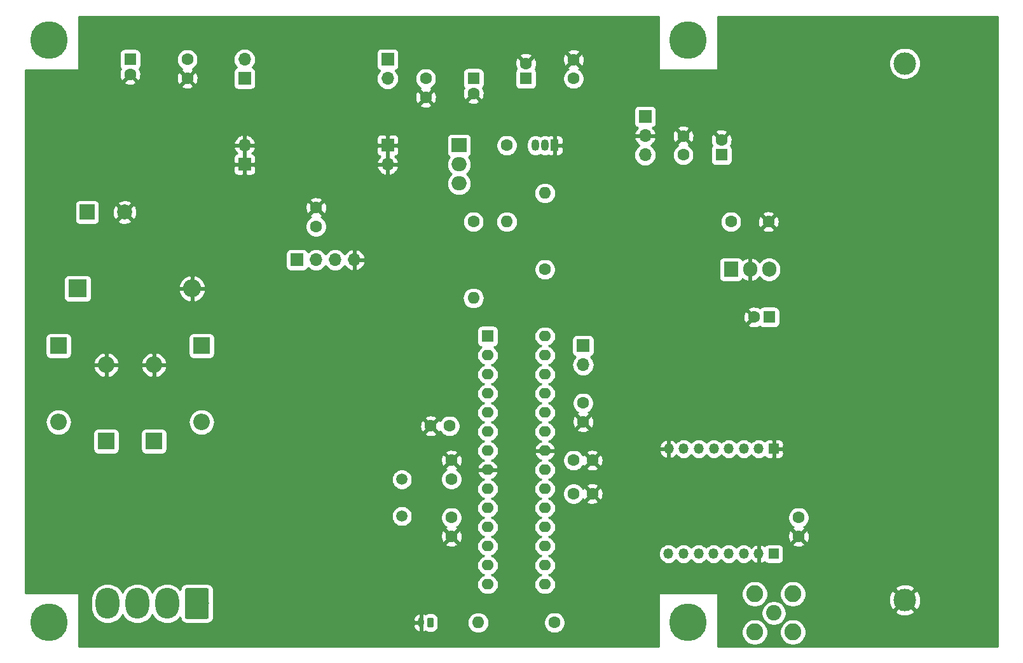
<source format=gbl>
G04 #@! TF.GenerationSoftware,KiCad,Pcbnew,(5.1.2)-1*
G04 #@! TF.CreationDate,2020-01-29T21:10:46+02:00*
G04 #@! TF.ProjectId,PCB,5043422e-6b69-4636-9164-5f7063625858,rev?*
G04 #@! TF.SameCoordinates,Original*
G04 #@! TF.FileFunction,Copper,L2,Bot*
G04 #@! TF.FilePolarity,Positive*
%FSLAX46Y46*%
G04 Gerber Fmt 4.6, Leading zero omitted, Abs format (unit mm)*
G04 Created by KiCad (PCBNEW (5.1.2)-1) date 2020-01-29 21:10:46*
%MOMM*%
%LPD*%
G04 APERTURE LIST*
%ADD10C,3.000000*%
%ADD11C,0.800000*%
%ADD12C,5.000000*%
%ADD13C,0.100000*%
%ADD14C,3.160000*%
%ADD15O,3.160000X4.100000*%
%ADD16C,1.600000*%
%ADD17O,0.800000X1.300000*%
%ADD18R,1.905000X2.000000*%
%ADD19O,1.905000X2.000000*%
%ADD20R,2.000000X2.000000*%
%ADD21C,2.000000*%
%ADD22R,1.600000X1.600000*%
%ADD23R,2.200000X2.200000*%
%ADD24O,2.200000X2.200000*%
%ADD25R,2.400000X2.400000*%
%ADD26O,2.400000X2.400000*%
%ADD27O,1.600000X1.400000*%
%ADD28O,1.700000X1.700000*%
%ADD29R,1.700000X1.700000*%
%ADD30O,1.350000X1.350000*%
%ADD31R,1.350000X1.350000*%
%ADD32C,2.050000*%
%ADD33C,2.250000*%
%ADD34O,1.600000X1.600000*%
%ADD35C,1.500000*%
%ADD36O,1.050000X1.500000*%
%ADD37R,1.050000X1.500000*%
%ADD38R,2.000000X1.905000*%
%ADD39O,2.000000X1.905000*%
%ADD40C,0.254000*%
G04 APERTURE END LIST*
D10*
X164760000Y-96060000D03*
X164760000Y-24660000D03*
D11*
X137215825Y-97734175D03*
X135890000Y-97185000D03*
X134564175Y-97734175D03*
X134015000Y-99060000D03*
X134564175Y-100385825D03*
X135890000Y-100935000D03*
X137215825Y-100385825D03*
X137765000Y-99060000D03*
D12*
X135890000Y-99060000D03*
D11*
X52125825Y-97734175D03*
X50800000Y-97185000D03*
X49474175Y-97734175D03*
X48925000Y-99060000D03*
X49474175Y-100385825D03*
X50800000Y-100935000D03*
X52125825Y-100385825D03*
X52675000Y-99060000D03*
D12*
X50800000Y-99060000D03*
D11*
X52125825Y-20264175D03*
X50800000Y-19715000D03*
X49474175Y-20264175D03*
X48925000Y-21590000D03*
X49474175Y-22915825D03*
X50800000Y-23465000D03*
X52125825Y-22915825D03*
X52675000Y-21590000D03*
D12*
X50800000Y-21590000D03*
D11*
X137215825Y-20264175D03*
X135890000Y-19715000D03*
X134564175Y-20264175D03*
X134015000Y-21590000D03*
X134564175Y-22915825D03*
X135890000Y-23465000D03*
X137215825Y-22915825D03*
X137765000Y-21590000D03*
D12*
X135890000Y-21590000D03*
D13*
G36*
X71839504Y-94471204D02*
G01*
X71863773Y-94474804D01*
X71887571Y-94480765D01*
X71910671Y-94489030D01*
X71932849Y-94499520D01*
X71953893Y-94512133D01*
X71973598Y-94526747D01*
X71991777Y-94543223D01*
X72008253Y-94561402D01*
X72022867Y-94581107D01*
X72035480Y-94602151D01*
X72045970Y-94624329D01*
X72054235Y-94647429D01*
X72060196Y-94671227D01*
X72063796Y-94695496D01*
X72065000Y-94720000D01*
X72065000Y-98320000D01*
X72063796Y-98344504D01*
X72060196Y-98368773D01*
X72054235Y-98392571D01*
X72045970Y-98415671D01*
X72035480Y-98437849D01*
X72022867Y-98458893D01*
X72008253Y-98478598D01*
X71991777Y-98496777D01*
X71973598Y-98513253D01*
X71953893Y-98527867D01*
X71932849Y-98540480D01*
X71910671Y-98550970D01*
X71887571Y-98559235D01*
X71863773Y-98565196D01*
X71839504Y-98568796D01*
X71815000Y-98570000D01*
X69155000Y-98570000D01*
X69130496Y-98568796D01*
X69106227Y-98565196D01*
X69082429Y-98559235D01*
X69059329Y-98550970D01*
X69037151Y-98540480D01*
X69016107Y-98527867D01*
X68996402Y-98513253D01*
X68978223Y-98496777D01*
X68961747Y-98478598D01*
X68947133Y-98458893D01*
X68934520Y-98437849D01*
X68924030Y-98415671D01*
X68915765Y-98392571D01*
X68909804Y-98368773D01*
X68906204Y-98344504D01*
X68905000Y-98320000D01*
X68905000Y-94720000D01*
X68906204Y-94695496D01*
X68909804Y-94671227D01*
X68915765Y-94647429D01*
X68924030Y-94624329D01*
X68934520Y-94602151D01*
X68947133Y-94581107D01*
X68961747Y-94561402D01*
X68978223Y-94543223D01*
X68996402Y-94526747D01*
X69016107Y-94512133D01*
X69037151Y-94499520D01*
X69059329Y-94489030D01*
X69082429Y-94480765D01*
X69106227Y-94474804D01*
X69130496Y-94471204D01*
X69155000Y-94470000D01*
X71815000Y-94470000D01*
X71839504Y-94471204D01*
X71839504Y-94471204D01*
G37*
D14*
X70485000Y-96520000D03*
D15*
X66525000Y-96520000D03*
X62565000Y-96520000D03*
X58605000Y-96520000D03*
D16*
X121920000Y-69850000D03*
X121920000Y-72350000D03*
D13*
G36*
X101819603Y-98410963D02*
G01*
X101839018Y-98413843D01*
X101858057Y-98418612D01*
X101876537Y-98425224D01*
X101894279Y-98433616D01*
X101911114Y-98443706D01*
X101926879Y-98455398D01*
X101941421Y-98468579D01*
X101954602Y-98483121D01*
X101966294Y-98498886D01*
X101976384Y-98515721D01*
X101984776Y-98533463D01*
X101991388Y-98551943D01*
X101996157Y-98570982D01*
X101999037Y-98590397D01*
X102000000Y-98610000D01*
X102000000Y-99510000D01*
X101999037Y-99529603D01*
X101996157Y-99549018D01*
X101991388Y-99568057D01*
X101984776Y-99586537D01*
X101976384Y-99604279D01*
X101966294Y-99621114D01*
X101954602Y-99636879D01*
X101941421Y-99651421D01*
X101926879Y-99664602D01*
X101911114Y-99676294D01*
X101894279Y-99686384D01*
X101876537Y-99694776D01*
X101858057Y-99701388D01*
X101839018Y-99706157D01*
X101819603Y-99709037D01*
X101800000Y-99710000D01*
X101400000Y-99710000D01*
X101380397Y-99709037D01*
X101360982Y-99706157D01*
X101341943Y-99701388D01*
X101323463Y-99694776D01*
X101305721Y-99686384D01*
X101288886Y-99676294D01*
X101273121Y-99664602D01*
X101258579Y-99651421D01*
X101245398Y-99636879D01*
X101233706Y-99621114D01*
X101223616Y-99604279D01*
X101215224Y-99586537D01*
X101208612Y-99568057D01*
X101203843Y-99549018D01*
X101200963Y-99529603D01*
X101200000Y-99510000D01*
X101200000Y-98610000D01*
X101200963Y-98590397D01*
X101203843Y-98570982D01*
X101208612Y-98551943D01*
X101215224Y-98533463D01*
X101223616Y-98515721D01*
X101233706Y-98498886D01*
X101245398Y-98483121D01*
X101258579Y-98468579D01*
X101273121Y-98455398D01*
X101288886Y-98443706D01*
X101305721Y-98433616D01*
X101323463Y-98425224D01*
X101341943Y-98418612D01*
X101360982Y-98413843D01*
X101380397Y-98410963D01*
X101400000Y-98410000D01*
X101800000Y-98410000D01*
X101819603Y-98410963D01*
X101819603Y-98410963D01*
G37*
D11*
X101600000Y-99060000D03*
D17*
X100350000Y-99060000D03*
D18*
X141605000Y-52070000D03*
D19*
X144145000Y-52070000D03*
X146685000Y-52070000D03*
D16*
X123150000Y-81915000D03*
X120650000Y-81915000D03*
X101640000Y-72898000D03*
X104140000Y-72898000D03*
X104394000Y-79970000D03*
X104394000Y-77470000D03*
X104394000Y-85090000D03*
X104394000Y-87590000D03*
X120650000Y-77470000D03*
X123150000Y-77470000D03*
D20*
X55880000Y-44450000D03*
D21*
X60880000Y-44450000D03*
D22*
X61595000Y-24130000D03*
D16*
X61595000Y-26130000D03*
X69215000Y-24130000D03*
X69215000Y-26630000D03*
X141605000Y-45720000D03*
X146605000Y-45720000D03*
X144685000Y-58420000D03*
D22*
X146685000Y-58420000D03*
D16*
X100965000Y-26670000D03*
X100965000Y-29170000D03*
X107315000Y-28670000D03*
D22*
X107315000Y-26670000D03*
X114300000Y-26670000D03*
D16*
X114300000Y-24670000D03*
X120650000Y-26670000D03*
X120650000Y-24170000D03*
X150622000Y-87590000D03*
X150622000Y-85090000D03*
X135255000Y-34330000D03*
X135255000Y-36830000D03*
D22*
X140335000Y-36830000D03*
D16*
X140335000Y-34830000D03*
D23*
X64770000Y-74930000D03*
D24*
X64770000Y-64770000D03*
D23*
X58420000Y-74930000D03*
D24*
X58420000Y-64770000D03*
X71120000Y-72390000D03*
D23*
X71120000Y-62230000D03*
D24*
X52070000Y-72390000D03*
D23*
X52070000Y-62230000D03*
D25*
X54610000Y-54610000D03*
D26*
X69850000Y-54610000D03*
D22*
X109220000Y-60960000D03*
D27*
X116840000Y-93980000D03*
X109220000Y-63500000D03*
X116840000Y-91440000D03*
X109220000Y-66040000D03*
X116840000Y-88900000D03*
X109220000Y-68580000D03*
X116840000Y-86360000D03*
X109220000Y-71120000D03*
X116840000Y-83820000D03*
X109220000Y-73660000D03*
X116840000Y-81280000D03*
X109220000Y-76200000D03*
X116840000Y-78740000D03*
X109220000Y-78740000D03*
X116840000Y-76200000D03*
X109220000Y-81280000D03*
X116840000Y-73660000D03*
X109220000Y-83820000D03*
X116840000Y-71120000D03*
X109220000Y-86360000D03*
X116840000Y-68580000D03*
X109220000Y-88900000D03*
X116840000Y-66040000D03*
X109220000Y-91440000D03*
X116840000Y-63500000D03*
X109220000Y-93980000D03*
X116840000Y-60960000D03*
D28*
X76835000Y-24130000D03*
D29*
X76835000Y-26670000D03*
X76835000Y-38100000D03*
D28*
X76835000Y-35560000D03*
X95885000Y-26670000D03*
D29*
X95885000Y-24130000D03*
X95885000Y-35560000D03*
D28*
X95885000Y-38100000D03*
D30*
X133320000Y-75947171D03*
X135320000Y-75947171D03*
X137320000Y-75947171D03*
X139320000Y-75947171D03*
X141320000Y-75947171D03*
X143320000Y-75947171D03*
X145320000Y-75947171D03*
D31*
X147320000Y-75947171D03*
D29*
X130175000Y-31750000D03*
D28*
X130175000Y-34290000D03*
X130175000Y-36830000D03*
D31*
X147298700Y-89917171D03*
D30*
X145298700Y-89917171D03*
X143298700Y-89917171D03*
X141298700Y-89917171D03*
X139298700Y-89917171D03*
X137298700Y-89917171D03*
X135298700Y-89917171D03*
X133298700Y-89917171D03*
D32*
X147320000Y-97790000D03*
D33*
X149860000Y-100330000D03*
X149860000Y-95250000D03*
X144780000Y-95250000D03*
X144780000Y-100330000D03*
D29*
X83820000Y-50800000D03*
D28*
X86360000Y-50800000D03*
X88900000Y-50800000D03*
X91440000Y-50800000D03*
D16*
X107315000Y-45720000D03*
D34*
X107315000Y-55880000D03*
D35*
X97790000Y-80010000D03*
X97790000Y-84890000D03*
D16*
X118110000Y-99060000D03*
D34*
X107950000Y-99060000D03*
D36*
X116840000Y-35560000D03*
X115570000Y-35560000D03*
D37*
X118110000Y-35560000D03*
D38*
X105410000Y-35560000D03*
D39*
X105410000Y-38100000D03*
X105410000Y-40640000D03*
D34*
X116840000Y-41910000D03*
D16*
X116840000Y-52070000D03*
X111760000Y-35560000D03*
D34*
X111760000Y-45720000D03*
D16*
X86360000Y-46355000D03*
X86360000Y-43855000D03*
D29*
X121920000Y-62230000D03*
D28*
X121920000Y-64770000D03*
D40*
G36*
X131953000Y-25400000D02*
G01*
X131955440Y-25424776D01*
X131962667Y-25448601D01*
X131974403Y-25470557D01*
X131990197Y-25489803D01*
X132009443Y-25505597D01*
X132031399Y-25517333D01*
X132055224Y-25524560D01*
X132080000Y-25527000D01*
X139700000Y-25527000D01*
X139724776Y-25524560D01*
X139748601Y-25517333D01*
X139770557Y-25505597D01*
X139789803Y-25489803D01*
X139805597Y-25470557D01*
X139817333Y-25448601D01*
X139824560Y-25424776D01*
X139827000Y-25400000D01*
X139827000Y-24449721D01*
X162625000Y-24449721D01*
X162625000Y-24870279D01*
X162707047Y-25282756D01*
X162867988Y-25671302D01*
X163101637Y-26020983D01*
X163399017Y-26318363D01*
X163748698Y-26552012D01*
X164137244Y-26712953D01*
X164549721Y-26795000D01*
X164970279Y-26795000D01*
X165382756Y-26712953D01*
X165771302Y-26552012D01*
X166120983Y-26318363D01*
X166418363Y-26020983D01*
X166652012Y-25671302D01*
X166812953Y-25282756D01*
X166895000Y-24870279D01*
X166895000Y-24449721D01*
X166812953Y-24037244D01*
X166652012Y-23648698D01*
X166418363Y-23299017D01*
X166120983Y-23001637D01*
X165771302Y-22767988D01*
X165382756Y-22607047D01*
X164970279Y-22525000D01*
X164549721Y-22525000D01*
X164137244Y-22607047D01*
X163748698Y-22767988D01*
X163399017Y-23001637D01*
X163101637Y-23299017D01*
X162867988Y-23648698D01*
X162707047Y-24037244D01*
X162625000Y-24449721D01*
X139827000Y-24449721D01*
X139827000Y-18440000D01*
X177140000Y-18440000D01*
X177140001Y-97757572D01*
X177140000Y-97757582D01*
X177140001Y-102210000D01*
X139827000Y-102210000D01*
X139827000Y-100156655D01*
X143020000Y-100156655D01*
X143020000Y-100503345D01*
X143087636Y-100843373D01*
X143220308Y-101163673D01*
X143412919Y-101451935D01*
X143658065Y-101697081D01*
X143946327Y-101889692D01*
X144266627Y-102022364D01*
X144606655Y-102090000D01*
X144953345Y-102090000D01*
X145293373Y-102022364D01*
X145613673Y-101889692D01*
X145901935Y-101697081D01*
X146147081Y-101451935D01*
X146339692Y-101163673D01*
X146472364Y-100843373D01*
X146540000Y-100503345D01*
X146540000Y-100156655D01*
X148100000Y-100156655D01*
X148100000Y-100503345D01*
X148167636Y-100843373D01*
X148300308Y-101163673D01*
X148492919Y-101451935D01*
X148738065Y-101697081D01*
X149026327Y-101889692D01*
X149346627Y-102022364D01*
X149686655Y-102090000D01*
X150033345Y-102090000D01*
X150373373Y-102022364D01*
X150693673Y-101889692D01*
X150981935Y-101697081D01*
X151227081Y-101451935D01*
X151419692Y-101163673D01*
X151552364Y-100843373D01*
X151620000Y-100503345D01*
X151620000Y-100156655D01*
X151552364Y-99816627D01*
X151419692Y-99496327D01*
X151227081Y-99208065D01*
X150981935Y-98962919D01*
X150693673Y-98770308D01*
X150373373Y-98637636D01*
X150033345Y-98570000D01*
X149686655Y-98570000D01*
X149346627Y-98637636D01*
X149026327Y-98770308D01*
X148738065Y-98962919D01*
X148492919Y-99208065D01*
X148300308Y-99496327D01*
X148167636Y-99816627D01*
X148100000Y-100156655D01*
X146540000Y-100156655D01*
X146472364Y-99816627D01*
X146339692Y-99496327D01*
X146147081Y-99208065D01*
X145901935Y-98962919D01*
X145613673Y-98770308D01*
X145293373Y-98637636D01*
X144953345Y-98570000D01*
X144606655Y-98570000D01*
X144266627Y-98637636D01*
X143946327Y-98770308D01*
X143658065Y-98962919D01*
X143412919Y-99208065D01*
X143220308Y-99496327D01*
X143087636Y-99816627D01*
X143020000Y-100156655D01*
X139827000Y-100156655D01*
X139827000Y-97626504D01*
X145660000Y-97626504D01*
X145660000Y-97953496D01*
X145723793Y-98274204D01*
X145848927Y-98576305D01*
X146030594Y-98848188D01*
X146261812Y-99079406D01*
X146533695Y-99261073D01*
X146835796Y-99386207D01*
X147156504Y-99450000D01*
X147483496Y-99450000D01*
X147804204Y-99386207D01*
X148106305Y-99261073D01*
X148378188Y-99079406D01*
X148609406Y-98848188D01*
X148791073Y-98576305D01*
X148916207Y-98274204D01*
X148980000Y-97953496D01*
X148980000Y-97626504D01*
X148965112Y-97551653D01*
X163447952Y-97551653D01*
X163603962Y-97867214D01*
X163978745Y-98058020D01*
X164383551Y-98172044D01*
X164802824Y-98204902D01*
X165220451Y-98155334D01*
X165620383Y-98025243D01*
X165916038Y-97867214D01*
X166072048Y-97551653D01*
X164760000Y-96239605D01*
X163447952Y-97551653D01*
X148965112Y-97551653D01*
X148916207Y-97305796D01*
X148791073Y-97003695D01*
X148609406Y-96731812D01*
X148378188Y-96500594D01*
X148106305Y-96318927D01*
X147804204Y-96193793D01*
X147483496Y-96130000D01*
X147156504Y-96130000D01*
X146835796Y-96193793D01*
X146533695Y-96318927D01*
X146261812Y-96500594D01*
X146030594Y-96731812D01*
X145848927Y-97003695D01*
X145723793Y-97305796D01*
X145660000Y-97626504D01*
X139827000Y-97626504D01*
X139827000Y-95250000D01*
X139824560Y-95225224D01*
X139817333Y-95201399D01*
X139805597Y-95179443D01*
X139789803Y-95160197D01*
X139770557Y-95144403D01*
X139748601Y-95132667D01*
X139724776Y-95125440D01*
X139700000Y-95123000D01*
X132080000Y-95123000D01*
X132055224Y-95125440D01*
X132031399Y-95132667D01*
X132009443Y-95144403D01*
X131990197Y-95160197D01*
X131974403Y-95179443D01*
X131962667Y-95201399D01*
X131955440Y-95225224D01*
X131953000Y-95250000D01*
X131953000Y-102210000D01*
X54737000Y-102210000D01*
X54737000Y-99351599D01*
X99301082Y-99351599D01*
X99329352Y-99555433D01*
X99396845Y-99749836D01*
X99500967Y-99927336D01*
X99637717Y-100081112D01*
X99801840Y-100205255D01*
X99987028Y-100294994D01*
X100063877Y-100304666D01*
X100223000Y-100176998D01*
X100223000Y-99187000D01*
X99466238Y-99187000D01*
X99301082Y-99351599D01*
X54737000Y-99351599D01*
X54737000Y-95941190D01*
X56390000Y-95941190D01*
X56390000Y-97098809D01*
X56422050Y-97424215D01*
X56548706Y-97841744D01*
X56754384Y-98226542D01*
X57031180Y-98563820D01*
X57368458Y-98840616D01*
X57753255Y-99046294D01*
X58170784Y-99172950D01*
X58605000Y-99215717D01*
X59039215Y-99172950D01*
X59456744Y-99046294D01*
X59841542Y-98840616D01*
X60178820Y-98563820D01*
X60455616Y-98226542D01*
X60585000Y-97984481D01*
X60714384Y-98226542D01*
X60991180Y-98563820D01*
X61328458Y-98840616D01*
X61713255Y-99046294D01*
X62130784Y-99172950D01*
X62565000Y-99215717D01*
X62999215Y-99172950D01*
X63416744Y-99046294D01*
X63801542Y-98840616D01*
X64138820Y-98563820D01*
X64415616Y-98226542D01*
X64545000Y-97984481D01*
X64674384Y-98226542D01*
X64951180Y-98563820D01*
X65288458Y-98840616D01*
X65673255Y-99046294D01*
X66090784Y-99172950D01*
X66525000Y-99215717D01*
X66959215Y-99172950D01*
X67376744Y-99046294D01*
X67761542Y-98840616D01*
X68098820Y-98563820D01*
X68270356Y-98354802D01*
X68283992Y-98493254D01*
X68334528Y-98659850D01*
X68416595Y-98813386D01*
X68527038Y-98947962D01*
X68661614Y-99058405D01*
X68815150Y-99140472D01*
X68981746Y-99191008D01*
X69155000Y-99208072D01*
X71815000Y-99208072D01*
X71988254Y-99191008D01*
X72154850Y-99140472D01*
X72308386Y-99058405D01*
X72442962Y-98947962D01*
X72553405Y-98813386D01*
X72577450Y-98768401D01*
X99301082Y-98768401D01*
X99466238Y-98933000D01*
X100223000Y-98933000D01*
X100223000Y-97943002D01*
X100477000Y-97943002D01*
X100477000Y-98933000D01*
X100497000Y-98933000D01*
X100497000Y-99187000D01*
X100477000Y-99187000D01*
X100477000Y-100176998D01*
X100636123Y-100304666D01*
X100712972Y-100294994D01*
X100898160Y-100205255D01*
X100916015Y-100191749D01*
X100934392Y-100206831D01*
X101079284Y-100284278D01*
X101236500Y-100331969D01*
X101400000Y-100348072D01*
X101800000Y-100348072D01*
X101963500Y-100331969D01*
X102120716Y-100284278D01*
X102265608Y-100206831D01*
X102392606Y-100102606D01*
X102496831Y-99975608D01*
X102574278Y-99830716D01*
X102621969Y-99673500D01*
X102638072Y-99510000D01*
X102638072Y-99060000D01*
X106508057Y-99060000D01*
X106535764Y-99341309D01*
X106617818Y-99611808D01*
X106751068Y-99861101D01*
X106930392Y-100079608D01*
X107148899Y-100258932D01*
X107398192Y-100392182D01*
X107668691Y-100474236D01*
X107879508Y-100495000D01*
X108020492Y-100495000D01*
X108231309Y-100474236D01*
X108501808Y-100392182D01*
X108751101Y-100258932D01*
X108969608Y-100079608D01*
X109148932Y-99861101D01*
X109282182Y-99611808D01*
X109364236Y-99341309D01*
X109391943Y-99060000D01*
X109378023Y-98918665D01*
X116675000Y-98918665D01*
X116675000Y-99201335D01*
X116730147Y-99478574D01*
X116838320Y-99739727D01*
X116995363Y-99974759D01*
X117195241Y-100174637D01*
X117430273Y-100331680D01*
X117691426Y-100439853D01*
X117968665Y-100495000D01*
X118251335Y-100495000D01*
X118528574Y-100439853D01*
X118789727Y-100331680D01*
X119024759Y-100174637D01*
X119224637Y-99974759D01*
X119381680Y-99739727D01*
X119489853Y-99478574D01*
X119545000Y-99201335D01*
X119545000Y-98918665D01*
X119489853Y-98641426D01*
X119381680Y-98380273D01*
X119224637Y-98145241D01*
X119024759Y-97945363D01*
X118789727Y-97788320D01*
X118528574Y-97680147D01*
X118251335Y-97625000D01*
X117968665Y-97625000D01*
X117691426Y-97680147D01*
X117430273Y-97788320D01*
X117195241Y-97945363D01*
X116995363Y-98145241D01*
X116838320Y-98380273D01*
X116730147Y-98641426D01*
X116675000Y-98918665D01*
X109378023Y-98918665D01*
X109364236Y-98778691D01*
X109282182Y-98508192D01*
X109148932Y-98258899D01*
X108969608Y-98040392D01*
X108751101Y-97861068D01*
X108501808Y-97727818D01*
X108231309Y-97645764D01*
X108020492Y-97625000D01*
X107879508Y-97625000D01*
X107668691Y-97645764D01*
X107398192Y-97727818D01*
X107148899Y-97861068D01*
X106930392Y-98040392D01*
X106751068Y-98258899D01*
X106617818Y-98508192D01*
X106535764Y-98778691D01*
X106508057Y-99060000D01*
X102638072Y-99060000D01*
X102638072Y-98610000D01*
X102621969Y-98446500D01*
X102574278Y-98289284D01*
X102496831Y-98144392D01*
X102392606Y-98017394D01*
X102265608Y-97913169D01*
X102120716Y-97835722D01*
X101963500Y-97788031D01*
X101800000Y-97771928D01*
X101400000Y-97771928D01*
X101236500Y-97788031D01*
X101079284Y-97835722D01*
X100934392Y-97913169D01*
X100916015Y-97928251D01*
X100898160Y-97914745D01*
X100712972Y-97825006D01*
X100636123Y-97815334D01*
X100477000Y-97943002D01*
X100223000Y-97943002D01*
X100063877Y-97815334D01*
X99987028Y-97825006D01*
X99801840Y-97914745D01*
X99637717Y-98038888D01*
X99500967Y-98192664D01*
X99396845Y-98370164D01*
X99329352Y-98564567D01*
X99301082Y-98768401D01*
X72577450Y-98768401D01*
X72635472Y-98659850D01*
X72686008Y-98493254D01*
X72703072Y-98320000D01*
X72703072Y-94720000D01*
X72686008Y-94546746D01*
X72635472Y-94380150D01*
X72553405Y-94226614D01*
X72442962Y-94092038D01*
X72308386Y-93981595D01*
X72154850Y-93899528D01*
X71988254Y-93848992D01*
X71815000Y-93831928D01*
X69155000Y-93831928D01*
X68981746Y-93848992D01*
X68815150Y-93899528D01*
X68661614Y-93981595D01*
X68527038Y-94092038D01*
X68416595Y-94226614D01*
X68334528Y-94380150D01*
X68283992Y-94546746D01*
X68270356Y-94685198D01*
X68098820Y-94476180D01*
X67761542Y-94199384D01*
X67376745Y-93993706D01*
X66959216Y-93867050D01*
X66525000Y-93824283D01*
X66090785Y-93867050D01*
X65673256Y-93993706D01*
X65288459Y-94199384D01*
X64951181Y-94476180D01*
X64674385Y-94813458D01*
X64545000Y-95055519D01*
X64415616Y-94813458D01*
X64138820Y-94476180D01*
X63801542Y-94199384D01*
X63416745Y-93993706D01*
X62999216Y-93867050D01*
X62565000Y-93824283D01*
X62130785Y-93867050D01*
X61713256Y-93993706D01*
X61328459Y-94199384D01*
X60991181Y-94476180D01*
X60714385Y-94813458D01*
X60585000Y-95055519D01*
X60455616Y-94813458D01*
X60178820Y-94476180D01*
X59841542Y-94199384D01*
X59456745Y-93993706D01*
X59039216Y-93867050D01*
X58605000Y-93824283D01*
X58170785Y-93867050D01*
X57753256Y-93993706D01*
X57368459Y-94199384D01*
X57031181Y-94476180D01*
X56754385Y-94813458D01*
X56548706Y-95198255D01*
X56422050Y-95615784D01*
X56390000Y-95941190D01*
X54737000Y-95941190D01*
X54737000Y-95250000D01*
X54734560Y-95225224D01*
X54727333Y-95201399D01*
X54715597Y-95179443D01*
X54699803Y-95160197D01*
X54680557Y-95144403D01*
X54658601Y-95132667D01*
X54634776Y-95125440D01*
X54610000Y-95123000D01*
X47650000Y-95123000D01*
X47650000Y-88582702D01*
X103580903Y-88582702D01*
X103652486Y-88826671D01*
X103907996Y-88947571D01*
X104182184Y-89016300D01*
X104464512Y-89030217D01*
X104744130Y-88988787D01*
X105010292Y-88893603D01*
X105135514Y-88826671D01*
X105207097Y-88582702D01*
X104394000Y-87769605D01*
X103580903Y-88582702D01*
X47650000Y-88582702D01*
X47650000Y-87660512D01*
X102953783Y-87660512D01*
X102995213Y-87940130D01*
X103090397Y-88206292D01*
X103157329Y-88331514D01*
X103401298Y-88403097D01*
X104214395Y-87590000D01*
X104573605Y-87590000D01*
X105386702Y-88403097D01*
X105630671Y-88331514D01*
X105751571Y-88076004D01*
X105820300Y-87801816D01*
X105834217Y-87519488D01*
X105792787Y-87239870D01*
X105697603Y-86973708D01*
X105630671Y-86848486D01*
X105386702Y-86776903D01*
X104573605Y-87590000D01*
X104214395Y-87590000D01*
X103401298Y-86776903D01*
X103157329Y-86848486D01*
X103036429Y-87103996D01*
X102967700Y-87378184D01*
X102953783Y-87660512D01*
X47650000Y-87660512D01*
X47650000Y-84753589D01*
X96405000Y-84753589D01*
X96405000Y-85026411D01*
X96458225Y-85293989D01*
X96562629Y-85546043D01*
X96714201Y-85772886D01*
X96907114Y-85965799D01*
X97133957Y-86117371D01*
X97386011Y-86221775D01*
X97653589Y-86275000D01*
X97926411Y-86275000D01*
X98193989Y-86221775D01*
X98446043Y-86117371D01*
X98672886Y-85965799D01*
X98865799Y-85772886D01*
X99017371Y-85546043D01*
X99121775Y-85293989D01*
X99175000Y-85026411D01*
X99175000Y-84948665D01*
X102959000Y-84948665D01*
X102959000Y-85231335D01*
X103014147Y-85508574D01*
X103122320Y-85769727D01*
X103279363Y-86004759D01*
X103479241Y-86204637D01*
X103679869Y-86338692D01*
X103652486Y-86353329D01*
X103580903Y-86597298D01*
X104394000Y-87410395D01*
X105207097Y-86597298D01*
X105135514Y-86353329D01*
X105106659Y-86339676D01*
X105308759Y-86204637D01*
X105508637Y-86004759D01*
X105665680Y-85769727D01*
X105773853Y-85508574D01*
X105829000Y-85231335D01*
X105829000Y-84948665D01*
X105773853Y-84671426D01*
X105665680Y-84410273D01*
X105508637Y-84175241D01*
X105308759Y-83975363D01*
X105073727Y-83818320D01*
X104812574Y-83710147D01*
X104535335Y-83655000D01*
X104252665Y-83655000D01*
X103975426Y-83710147D01*
X103714273Y-83818320D01*
X103479241Y-83975363D01*
X103279363Y-84175241D01*
X103122320Y-84410273D01*
X103014147Y-84671426D01*
X102959000Y-84948665D01*
X99175000Y-84948665D01*
X99175000Y-84753589D01*
X99121775Y-84486011D01*
X99017371Y-84233957D01*
X98865799Y-84007114D01*
X98672886Y-83814201D01*
X98446043Y-83662629D01*
X98193989Y-83558225D01*
X97926411Y-83505000D01*
X97653589Y-83505000D01*
X97386011Y-83558225D01*
X97133957Y-83662629D01*
X96907114Y-83814201D01*
X96714201Y-84007114D01*
X96562629Y-84233957D01*
X96458225Y-84486011D01*
X96405000Y-84753589D01*
X47650000Y-84753589D01*
X47650000Y-79873589D01*
X96405000Y-79873589D01*
X96405000Y-80146411D01*
X96458225Y-80413989D01*
X96562629Y-80666043D01*
X96714201Y-80892886D01*
X96907114Y-81085799D01*
X97133957Y-81237371D01*
X97386011Y-81341775D01*
X97653589Y-81395000D01*
X97926411Y-81395000D01*
X98193989Y-81341775D01*
X98446043Y-81237371D01*
X98672886Y-81085799D01*
X98865799Y-80892886D01*
X99017371Y-80666043D01*
X99121775Y-80413989D01*
X99175000Y-80146411D01*
X99175000Y-79873589D01*
X99166064Y-79828665D01*
X102959000Y-79828665D01*
X102959000Y-80111335D01*
X103014147Y-80388574D01*
X103122320Y-80649727D01*
X103279363Y-80884759D01*
X103479241Y-81084637D01*
X103714273Y-81241680D01*
X103975426Y-81349853D01*
X104252665Y-81405000D01*
X104535335Y-81405000D01*
X104812574Y-81349853D01*
X104981214Y-81280000D01*
X107778541Y-81280000D01*
X107804317Y-81541706D01*
X107880653Y-81793354D01*
X108004618Y-82025275D01*
X108171445Y-82228555D01*
X108374725Y-82395382D01*
X108606646Y-82519347D01*
X108707696Y-82550000D01*
X108606646Y-82580653D01*
X108374725Y-82704618D01*
X108171445Y-82871445D01*
X108004618Y-83074725D01*
X107880653Y-83306646D01*
X107804317Y-83558294D01*
X107778541Y-83820000D01*
X107804317Y-84081706D01*
X107880653Y-84333354D01*
X108004618Y-84565275D01*
X108171445Y-84768555D01*
X108374725Y-84935382D01*
X108606646Y-85059347D01*
X108707696Y-85090000D01*
X108606646Y-85120653D01*
X108374725Y-85244618D01*
X108171445Y-85411445D01*
X108004618Y-85614725D01*
X107880653Y-85846646D01*
X107804317Y-86098294D01*
X107778541Y-86360000D01*
X107804317Y-86621706D01*
X107880653Y-86873354D01*
X108004618Y-87105275D01*
X108171445Y-87308555D01*
X108374725Y-87475382D01*
X108606646Y-87599347D01*
X108707696Y-87630000D01*
X108606646Y-87660653D01*
X108374725Y-87784618D01*
X108171445Y-87951445D01*
X108004618Y-88154725D01*
X107880653Y-88386646D01*
X107804317Y-88638294D01*
X107778541Y-88900000D01*
X107804317Y-89161706D01*
X107880653Y-89413354D01*
X108004618Y-89645275D01*
X108171445Y-89848555D01*
X108374725Y-90015382D01*
X108606646Y-90139347D01*
X108707696Y-90170000D01*
X108606646Y-90200653D01*
X108374725Y-90324618D01*
X108171445Y-90491445D01*
X108004618Y-90694725D01*
X107880653Y-90926646D01*
X107804317Y-91178294D01*
X107778541Y-91440000D01*
X107804317Y-91701706D01*
X107880653Y-91953354D01*
X108004618Y-92185275D01*
X108171445Y-92388555D01*
X108374725Y-92555382D01*
X108606646Y-92679347D01*
X108707696Y-92710000D01*
X108606646Y-92740653D01*
X108374725Y-92864618D01*
X108171445Y-93031445D01*
X108004618Y-93234725D01*
X107880653Y-93466646D01*
X107804317Y-93718294D01*
X107778541Y-93980000D01*
X107804317Y-94241706D01*
X107880653Y-94493354D01*
X108004618Y-94725275D01*
X108171445Y-94928555D01*
X108374725Y-95095382D01*
X108606646Y-95219347D01*
X108858294Y-95295683D01*
X109054421Y-95315000D01*
X109385579Y-95315000D01*
X109581706Y-95295683D01*
X109833354Y-95219347D01*
X110065275Y-95095382D01*
X110268555Y-94928555D01*
X110435382Y-94725275D01*
X110559347Y-94493354D01*
X110635683Y-94241706D01*
X110661459Y-93980000D01*
X110635683Y-93718294D01*
X110559347Y-93466646D01*
X110435382Y-93234725D01*
X110268555Y-93031445D01*
X110065275Y-92864618D01*
X109833354Y-92740653D01*
X109732304Y-92710000D01*
X109833354Y-92679347D01*
X110065275Y-92555382D01*
X110268555Y-92388555D01*
X110435382Y-92185275D01*
X110559347Y-91953354D01*
X110635683Y-91701706D01*
X110661459Y-91440000D01*
X110635683Y-91178294D01*
X110559347Y-90926646D01*
X110435382Y-90694725D01*
X110268555Y-90491445D01*
X110065275Y-90324618D01*
X109833354Y-90200653D01*
X109732304Y-90170000D01*
X109833354Y-90139347D01*
X110065275Y-90015382D01*
X110268555Y-89848555D01*
X110435382Y-89645275D01*
X110559347Y-89413354D01*
X110635683Y-89161706D01*
X110661459Y-88900000D01*
X110635683Y-88638294D01*
X110559347Y-88386646D01*
X110435382Y-88154725D01*
X110268555Y-87951445D01*
X110065275Y-87784618D01*
X109833354Y-87660653D01*
X109732304Y-87630000D01*
X109833354Y-87599347D01*
X110065275Y-87475382D01*
X110268555Y-87308555D01*
X110435382Y-87105275D01*
X110559347Y-86873354D01*
X110635683Y-86621706D01*
X110661459Y-86360000D01*
X110635683Y-86098294D01*
X110559347Y-85846646D01*
X110435382Y-85614725D01*
X110268555Y-85411445D01*
X110065275Y-85244618D01*
X109833354Y-85120653D01*
X109732304Y-85090000D01*
X109833354Y-85059347D01*
X110065275Y-84935382D01*
X110268555Y-84768555D01*
X110435382Y-84565275D01*
X110559347Y-84333354D01*
X110635683Y-84081706D01*
X110661459Y-83820000D01*
X110635683Y-83558294D01*
X110559347Y-83306646D01*
X110435382Y-83074725D01*
X110268555Y-82871445D01*
X110065275Y-82704618D01*
X109833354Y-82580653D01*
X109732304Y-82550000D01*
X109833354Y-82519347D01*
X110065275Y-82395382D01*
X110268555Y-82228555D01*
X110435382Y-82025275D01*
X110559347Y-81793354D01*
X110635683Y-81541706D01*
X110661459Y-81280000D01*
X110635683Y-81018294D01*
X110559347Y-80766646D01*
X110435382Y-80534725D01*
X110268555Y-80331445D01*
X110065275Y-80164618D01*
X109833354Y-80040653D01*
X109720424Y-80006396D01*
X109806953Y-79981936D01*
X110039886Y-79863073D01*
X110245154Y-79701051D01*
X110414869Y-79502096D01*
X110542509Y-79273854D01*
X110612716Y-79073329D01*
X110489374Y-78867000D01*
X109347000Y-78867000D01*
X109347000Y-78887000D01*
X109093000Y-78887000D01*
X109093000Y-78867000D01*
X107950626Y-78867000D01*
X107827284Y-79073329D01*
X107897491Y-79273854D01*
X108025131Y-79502096D01*
X108194846Y-79701051D01*
X108400114Y-79863073D01*
X108633047Y-79981936D01*
X108719576Y-80006396D01*
X108606646Y-80040653D01*
X108374725Y-80164618D01*
X108171445Y-80331445D01*
X108004618Y-80534725D01*
X107880653Y-80766646D01*
X107804317Y-81018294D01*
X107778541Y-81280000D01*
X104981214Y-81280000D01*
X105073727Y-81241680D01*
X105308759Y-81084637D01*
X105508637Y-80884759D01*
X105665680Y-80649727D01*
X105773853Y-80388574D01*
X105829000Y-80111335D01*
X105829000Y-79828665D01*
X105773853Y-79551426D01*
X105665680Y-79290273D01*
X105508637Y-79055241D01*
X105308759Y-78855363D01*
X105136106Y-78740000D01*
X115398541Y-78740000D01*
X115424317Y-79001706D01*
X115500653Y-79253354D01*
X115624618Y-79485275D01*
X115791445Y-79688555D01*
X115994725Y-79855382D01*
X116226646Y-79979347D01*
X116327696Y-80010000D01*
X116226646Y-80040653D01*
X115994725Y-80164618D01*
X115791445Y-80331445D01*
X115624618Y-80534725D01*
X115500653Y-80766646D01*
X115424317Y-81018294D01*
X115398541Y-81280000D01*
X115424317Y-81541706D01*
X115500653Y-81793354D01*
X115624618Y-82025275D01*
X115791445Y-82228555D01*
X115994725Y-82395382D01*
X116226646Y-82519347D01*
X116327696Y-82550000D01*
X116226646Y-82580653D01*
X115994725Y-82704618D01*
X115791445Y-82871445D01*
X115624618Y-83074725D01*
X115500653Y-83306646D01*
X115424317Y-83558294D01*
X115398541Y-83820000D01*
X115424317Y-84081706D01*
X115500653Y-84333354D01*
X115624618Y-84565275D01*
X115791445Y-84768555D01*
X115994725Y-84935382D01*
X116226646Y-85059347D01*
X116327696Y-85090000D01*
X116226646Y-85120653D01*
X115994725Y-85244618D01*
X115791445Y-85411445D01*
X115624618Y-85614725D01*
X115500653Y-85846646D01*
X115424317Y-86098294D01*
X115398541Y-86360000D01*
X115424317Y-86621706D01*
X115500653Y-86873354D01*
X115624618Y-87105275D01*
X115791445Y-87308555D01*
X115994725Y-87475382D01*
X116226646Y-87599347D01*
X116327696Y-87630000D01*
X116226646Y-87660653D01*
X115994725Y-87784618D01*
X115791445Y-87951445D01*
X115624618Y-88154725D01*
X115500653Y-88386646D01*
X115424317Y-88638294D01*
X115398541Y-88900000D01*
X115424317Y-89161706D01*
X115500653Y-89413354D01*
X115624618Y-89645275D01*
X115791445Y-89848555D01*
X115994725Y-90015382D01*
X116226646Y-90139347D01*
X116327696Y-90170000D01*
X116226646Y-90200653D01*
X115994725Y-90324618D01*
X115791445Y-90491445D01*
X115624618Y-90694725D01*
X115500653Y-90926646D01*
X115424317Y-91178294D01*
X115398541Y-91440000D01*
X115424317Y-91701706D01*
X115500653Y-91953354D01*
X115624618Y-92185275D01*
X115791445Y-92388555D01*
X115994725Y-92555382D01*
X116226646Y-92679347D01*
X116327696Y-92710000D01*
X116226646Y-92740653D01*
X115994725Y-92864618D01*
X115791445Y-93031445D01*
X115624618Y-93234725D01*
X115500653Y-93466646D01*
X115424317Y-93718294D01*
X115398541Y-93980000D01*
X115424317Y-94241706D01*
X115500653Y-94493354D01*
X115624618Y-94725275D01*
X115791445Y-94928555D01*
X115994725Y-95095382D01*
X116226646Y-95219347D01*
X116478294Y-95295683D01*
X116674421Y-95315000D01*
X117005579Y-95315000D01*
X117201706Y-95295683D01*
X117453354Y-95219347D01*
X117685275Y-95095382D01*
X117708093Y-95076655D01*
X143020000Y-95076655D01*
X143020000Y-95423345D01*
X143087636Y-95763373D01*
X143220308Y-96083673D01*
X143412919Y-96371935D01*
X143658065Y-96617081D01*
X143946327Y-96809692D01*
X144266627Y-96942364D01*
X144606655Y-97010000D01*
X144953345Y-97010000D01*
X145293373Y-96942364D01*
X145613673Y-96809692D01*
X145901935Y-96617081D01*
X146147081Y-96371935D01*
X146339692Y-96083673D01*
X146472364Y-95763373D01*
X146540000Y-95423345D01*
X146540000Y-95076655D01*
X148100000Y-95076655D01*
X148100000Y-95423345D01*
X148167636Y-95763373D01*
X148300308Y-96083673D01*
X148492919Y-96371935D01*
X148738065Y-96617081D01*
X149026327Y-96809692D01*
X149346627Y-96942364D01*
X149686655Y-97010000D01*
X150033345Y-97010000D01*
X150373373Y-96942364D01*
X150693673Y-96809692D01*
X150981935Y-96617081D01*
X151227081Y-96371935D01*
X151406895Y-96102824D01*
X162615098Y-96102824D01*
X162664666Y-96520451D01*
X162794757Y-96920383D01*
X162952786Y-97216038D01*
X163268347Y-97372048D01*
X164580395Y-96060000D01*
X164939605Y-96060000D01*
X166251653Y-97372048D01*
X166567214Y-97216038D01*
X166758020Y-96841255D01*
X166872044Y-96436449D01*
X166904902Y-96017176D01*
X166855334Y-95599549D01*
X166725243Y-95199617D01*
X166567214Y-94903962D01*
X166251653Y-94747952D01*
X164939605Y-96060000D01*
X164580395Y-96060000D01*
X163268347Y-94747952D01*
X162952786Y-94903962D01*
X162761980Y-95278745D01*
X162647956Y-95683551D01*
X162615098Y-96102824D01*
X151406895Y-96102824D01*
X151419692Y-96083673D01*
X151552364Y-95763373D01*
X151620000Y-95423345D01*
X151620000Y-95076655D01*
X151552364Y-94736627D01*
X151482661Y-94568347D01*
X163447952Y-94568347D01*
X164760000Y-95880395D01*
X166072048Y-94568347D01*
X165916038Y-94252786D01*
X165541255Y-94061980D01*
X165136449Y-93947956D01*
X164717176Y-93915098D01*
X164299549Y-93964666D01*
X163899617Y-94094757D01*
X163603962Y-94252786D01*
X163447952Y-94568347D01*
X151482661Y-94568347D01*
X151419692Y-94416327D01*
X151227081Y-94128065D01*
X150981935Y-93882919D01*
X150693673Y-93690308D01*
X150373373Y-93557636D01*
X150033345Y-93490000D01*
X149686655Y-93490000D01*
X149346627Y-93557636D01*
X149026327Y-93690308D01*
X148738065Y-93882919D01*
X148492919Y-94128065D01*
X148300308Y-94416327D01*
X148167636Y-94736627D01*
X148100000Y-95076655D01*
X146540000Y-95076655D01*
X146472364Y-94736627D01*
X146339692Y-94416327D01*
X146147081Y-94128065D01*
X145901935Y-93882919D01*
X145613673Y-93690308D01*
X145293373Y-93557636D01*
X144953345Y-93490000D01*
X144606655Y-93490000D01*
X144266627Y-93557636D01*
X143946327Y-93690308D01*
X143658065Y-93882919D01*
X143412919Y-94128065D01*
X143220308Y-94416327D01*
X143087636Y-94736627D01*
X143020000Y-95076655D01*
X117708093Y-95076655D01*
X117888555Y-94928555D01*
X118055382Y-94725275D01*
X118179347Y-94493354D01*
X118255683Y-94241706D01*
X118281459Y-93980000D01*
X118255683Y-93718294D01*
X118179347Y-93466646D01*
X118055382Y-93234725D01*
X117888555Y-93031445D01*
X117685275Y-92864618D01*
X117453354Y-92740653D01*
X117352304Y-92710000D01*
X117453354Y-92679347D01*
X117685275Y-92555382D01*
X117888555Y-92388555D01*
X118055382Y-92185275D01*
X118179347Y-91953354D01*
X118255683Y-91701706D01*
X118281459Y-91440000D01*
X118255683Y-91178294D01*
X118179347Y-90926646D01*
X118055382Y-90694725D01*
X117888555Y-90491445D01*
X117685275Y-90324618D01*
X117453354Y-90200653D01*
X117352304Y-90170000D01*
X117453354Y-90139347D01*
X117685275Y-90015382D01*
X117804945Y-89917171D01*
X131982362Y-89917171D01*
X132007655Y-90173976D01*
X132082562Y-90420912D01*
X132204205Y-90648489D01*
X132367908Y-90847963D01*
X132567382Y-91011666D01*
X132794959Y-91133309D01*
X133041895Y-91208216D01*
X133234349Y-91227171D01*
X133363051Y-91227171D01*
X133555505Y-91208216D01*
X133802441Y-91133309D01*
X134030018Y-91011666D01*
X134229492Y-90847963D01*
X134298700Y-90763632D01*
X134367908Y-90847963D01*
X134567382Y-91011666D01*
X134794959Y-91133309D01*
X135041895Y-91208216D01*
X135234349Y-91227171D01*
X135363051Y-91227171D01*
X135555505Y-91208216D01*
X135802441Y-91133309D01*
X136030018Y-91011666D01*
X136229492Y-90847963D01*
X136298700Y-90763632D01*
X136367908Y-90847963D01*
X136567382Y-91011666D01*
X136794959Y-91133309D01*
X137041895Y-91208216D01*
X137234349Y-91227171D01*
X137363051Y-91227171D01*
X137555505Y-91208216D01*
X137802441Y-91133309D01*
X138030018Y-91011666D01*
X138229492Y-90847963D01*
X138298700Y-90763632D01*
X138367908Y-90847963D01*
X138567382Y-91011666D01*
X138794959Y-91133309D01*
X139041895Y-91208216D01*
X139234349Y-91227171D01*
X139363051Y-91227171D01*
X139555505Y-91208216D01*
X139802441Y-91133309D01*
X140030018Y-91011666D01*
X140229492Y-90847963D01*
X140298700Y-90763632D01*
X140367908Y-90847963D01*
X140567382Y-91011666D01*
X140794959Y-91133309D01*
X141041895Y-91208216D01*
X141234349Y-91227171D01*
X141363051Y-91227171D01*
X141555505Y-91208216D01*
X141802441Y-91133309D01*
X142030018Y-91011666D01*
X142229492Y-90847963D01*
X142298700Y-90763632D01*
X142367908Y-90847963D01*
X142567382Y-91011666D01*
X142794959Y-91133309D01*
X143041895Y-91208216D01*
X143234349Y-91227171D01*
X143363051Y-91227171D01*
X143555505Y-91208216D01*
X143802441Y-91133309D01*
X144030018Y-91011666D01*
X144229492Y-90847963D01*
X144302072Y-90759523D01*
X144427473Y-90895474D01*
X144635071Y-91046644D01*
X144868172Y-91154409D01*
X144969300Y-91185081D01*
X145171700Y-91061395D01*
X145171700Y-90044171D01*
X145151700Y-90044171D01*
X145151700Y-89790171D01*
X145171700Y-89790171D01*
X145171700Y-88772947D01*
X145425700Y-88772947D01*
X145425700Y-89790171D01*
X145445700Y-89790171D01*
X145445700Y-90044171D01*
X145425700Y-90044171D01*
X145425700Y-91061395D01*
X145628100Y-91185081D01*
X145729228Y-91154409D01*
X145962329Y-91046644D01*
X146095581Y-90949612D01*
X146172515Y-91043356D01*
X146269206Y-91122708D01*
X146379520Y-91181673D01*
X146499218Y-91217983D01*
X146623700Y-91230243D01*
X147973700Y-91230243D01*
X148098182Y-91217983D01*
X148217880Y-91181673D01*
X148328194Y-91122708D01*
X148424885Y-91043356D01*
X148504237Y-90946665D01*
X148563202Y-90836351D01*
X148599512Y-90716653D01*
X148611772Y-90592171D01*
X148611772Y-89242171D01*
X148599512Y-89117689D01*
X148563202Y-88997991D01*
X148504237Y-88887677D01*
X148424885Y-88790986D01*
X148328194Y-88711634D01*
X148217880Y-88652669D01*
X148098182Y-88616359D01*
X147973700Y-88604099D01*
X146623700Y-88604099D01*
X146499218Y-88616359D01*
X146379520Y-88652669D01*
X146269206Y-88711634D01*
X146172515Y-88790986D01*
X146095581Y-88884730D01*
X145962329Y-88787698D01*
X145729228Y-88679933D01*
X145628100Y-88649261D01*
X145425700Y-88772947D01*
X145171700Y-88772947D01*
X144969300Y-88649261D01*
X144868172Y-88679933D01*
X144635071Y-88787698D01*
X144427473Y-88938868D01*
X144302072Y-89074819D01*
X144229492Y-88986379D01*
X144030018Y-88822676D01*
X143802441Y-88701033D01*
X143555505Y-88626126D01*
X143363051Y-88607171D01*
X143234349Y-88607171D01*
X143041895Y-88626126D01*
X142794959Y-88701033D01*
X142567382Y-88822676D01*
X142367908Y-88986379D01*
X142298700Y-89070710D01*
X142229492Y-88986379D01*
X142030018Y-88822676D01*
X141802441Y-88701033D01*
X141555505Y-88626126D01*
X141363051Y-88607171D01*
X141234349Y-88607171D01*
X141041895Y-88626126D01*
X140794959Y-88701033D01*
X140567382Y-88822676D01*
X140367908Y-88986379D01*
X140298700Y-89070710D01*
X140229492Y-88986379D01*
X140030018Y-88822676D01*
X139802441Y-88701033D01*
X139555505Y-88626126D01*
X139363051Y-88607171D01*
X139234349Y-88607171D01*
X139041895Y-88626126D01*
X138794959Y-88701033D01*
X138567382Y-88822676D01*
X138367908Y-88986379D01*
X138298700Y-89070710D01*
X138229492Y-88986379D01*
X138030018Y-88822676D01*
X137802441Y-88701033D01*
X137555505Y-88626126D01*
X137363051Y-88607171D01*
X137234349Y-88607171D01*
X137041895Y-88626126D01*
X136794959Y-88701033D01*
X136567382Y-88822676D01*
X136367908Y-88986379D01*
X136298700Y-89070710D01*
X136229492Y-88986379D01*
X136030018Y-88822676D01*
X135802441Y-88701033D01*
X135555505Y-88626126D01*
X135363051Y-88607171D01*
X135234349Y-88607171D01*
X135041895Y-88626126D01*
X134794959Y-88701033D01*
X134567382Y-88822676D01*
X134367908Y-88986379D01*
X134298700Y-89070710D01*
X134229492Y-88986379D01*
X134030018Y-88822676D01*
X133802441Y-88701033D01*
X133555505Y-88626126D01*
X133363051Y-88607171D01*
X133234349Y-88607171D01*
X133041895Y-88626126D01*
X132794959Y-88701033D01*
X132567382Y-88822676D01*
X132367908Y-88986379D01*
X132204205Y-89185853D01*
X132082562Y-89413430D01*
X132007655Y-89660366D01*
X131982362Y-89917171D01*
X117804945Y-89917171D01*
X117888555Y-89848555D01*
X118055382Y-89645275D01*
X118179347Y-89413354D01*
X118255683Y-89161706D01*
X118281459Y-88900000D01*
X118255683Y-88638294D01*
X118238820Y-88582702D01*
X149808903Y-88582702D01*
X149880486Y-88826671D01*
X150135996Y-88947571D01*
X150410184Y-89016300D01*
X150692512Y-89030217D01*
X150972130Y-88988787D01*
X151238292Y-88893603D01*
X151363514Y-88826671D01*
X151435097Y-88582702D01*
X150622000Y-87769605D01*
X149808903Y-88582702D01*
X118238820Y-88582702D01*
X118179347Y-88386646D01*
X118055382Y-88154725D01*
X117888555Y-87951445D01*
X117685275Y-87784618D01*
X117453354Y-87660653D01*
X117452890Y-87660512D01*
X149181783Y-87660512D01*
X149223213Y-87940130D01*
X149318397Y-88206292D01*
X149385329Y-88331514D01*
X149629298Y-88403097D01*
X150442395Y-87590000D01*
X150801605Y-87590000D01*
X151614702Y-88403097D01*
X151858671Y-88331514D01*
X151979571Y-88076004D01*
X152048300Y-87801816D01*
X152062217Y-87519488D01*
X152020787Y-87239870D01*
X151925603Y-86973708D01*
X151858671Y-86848486D01*
X151614702Y-86776903D01*
X150801605Y-87590000D01*
X150442395Y-87590000D01*
X149629298Y-86776903D01*
X149385329Y-86848486D01*
X149264429Y-87103996D01*
X149195700Y-87378184D01*
X149181783Y-87660512D01*
X117452890Y-87660512D01*
X117352304Y-87630000D01*
X117453354Y-87599347D01*
X117685275Y-87475382D01*
X117888555Y-87308555D01*
X118055382Y-87105275D01*
X118179347Y-86873354D01*
X118255683Y-86621706D01*
X118281459Y-86360000D01*
X118255683Y-86098294D01*
X118179347Y-85846646D01*
X118055382Y-85614725D01*
X117888555Y-85411445D01*
X117685275Y-85244618D01*
X117453354Y-85120653D01*
X117352304Y-85090000D01*
X117453354Y-85059347D01*
X117660424Y-84948665D01*
X149187000Y-84948665D01*
X149187000Y-85231335D01*
X149242147Y-85508574D01*
X149350320Y-85769727D01*
X149507363Y-86004759D01*
X149707241Y-86204637D01*
X149907869Y-86338692D01*
X149880486Y-86353329D01*
X149808903Y-86597298D01*
X150622000Y-87410395D01*
X151435097Y-86597298D01*
X151363514Y-86353329D01*
X151334659Y-86339676D01*
X151536759Y-86204637D01*
X151736637Y-86004759D01*
X151893680Y-85769727D01*
X152001853Y-85508574D01*
X152057000Y-85231335D01*
X152057000Y-84948665D01*
X152001853Y-84671426D01*
X151893680Y-84410273D01*
X151736637Y-84175241D01*
X151536759Y-83975363D01*
X151301727Y-83818320D01*
X151040574Y-83710147D01*
X150763335Y-83655000D01*
X150480665Y-83655000D01*
X150203426Y-83710147D01*
X149942273Y-83818320D01*
X149707241Y-83975363D01*
X149507363Y-84175241D01*
X149350320Y-84410273D01*
X149242147Y-84671426D01*
X149187000Y-84948665D01*
X117660424Y-84948665D01*
X117685275Y-84935382D01*
X117888555Y-84768555D01*
X118055382Y-84565275D01*
X118179347Y-84333354D01*
X118255683Y-84081706D01*
X118281459Y-83820000D01*
X118255683Y-83558294D01*
X118179347Y-83306646D01*
X118055382Y-83074725D01*
X117888555Y-82871445D01*
X117685275Y-82704618D01*
X117453354Y-82580653D01*
X117352304Y-82550000D01*
X117453354Y-82519347D01*
X117685275Y-82395382D01*
X117888555Y-82228555D01*
X118055382Y-82025275D01*
X118179347Y-81793354D01*
X118185319Y-81773665D01*
X119215000Y-81773665D01*
X119215000Y-82056335D01*
X119270147Y-82333574D01*
X119378320Y-82594727D01*
X119535363Y-82829759D01*
X119735241Y-83029637D01*
X119970273Y-83186680D01*
X120231426Y-83294853D01*
X120508665Y-83350000D01*
X120791335Y-83350000D01*
X121068574Y-83294853D01*
X121329727Y-83186680D01*
X121564759Y-83029637D01*
X121686694Y-82907702D01*
X122336903Y-82907702D01*
X122408486Y-83151671D01*
X122663996Y-83272571D01*
X122938184Y-83341300D01*
X123220512Y-83355217D01*
X123500130Y-83313787D01*
X123766292Y-83218603D01*
X123891514Y-83151671D01*
X123963097Y-82907702D01*
X123150000Y-82094605D01*
X122336903Y-82907702D01*
X121686694Y-82907702D01*
X121764637Y-82829759D01*
X121898692Y-82629131D01*
X121913329Y-82656514D01*
X122157298Y-82728097D01*
X122970395Y-81915000D01*
X123329605Y-81915000D01*
X124142702Y-82728097D01*
X124386671Y-82656514D01*
X124507571Y-82401004D01*
X124576300Y-82126816D01*
X124590217Y-81844488D01*
X124548787Y-81564870D01*
X124453603Y-81298708D01*
X124386671Y-81173486D01*
X124142702Y-81101903D01*
X123329605Y-81915000D01*
X122970395Y-81915000D01*
X122157298Y-81101903D01*
X121913329Y-81173486D01*
X121899676Y-81202341D01*
X121764637Y-81000241D01*
X121686694Y-80922298D01*
X122336903Y-80922298D01*
X123150000Y-81735395D01*
X123963097Y-80922298D01*
X123891514Y-80678329D01*
X123636004Y-80557429D01*
X123361816Y-80488700D01*
X123079488Y-80474783D01*
X122799870Y-80516213D01*
X122533708Y-80611397D01*
X122408486Y-80678329D01*
X122336903Y-80922298D01*
X121686694Y-80922298D01*
X121564759Y-80800363D01*
X121329727Y-80643320D01*
X121068574Y-80535147D01*
X120791335Y-80480000D01*
X120508665Y-80480000D01*
X120231426Y-80535147D01*
X119970273Y-80643320D01*
X119735241Y-80800363D01*
X119535363Y-81000241D01*
X119378320Y-81235273D01*
X119270147Y-81496426D01*
X119215000Y-81773665D01*
X118185319Y-81773665D01*
X118255683Y-81541706D01*
X118281459Y-81280000D01*
X118255683Y-81018294D01*
X118179347Y-80766646D01*
X118055382Y-80534725D01*
X117888555Y-80331445D01*
X117685275Y-80164618D01*
X117453354Y-80040653D01*
X117352304Y-80010000D01*
X117453354Y-79979347D01*
X117685275Y-79855382D01*
X117888555Y-79688555D01*
X118055382Y-79485275D01*
X118179347Y-79253354D01*
X118255683Y-79001706D01*
X118281459Y-78740000D01*
X118255683Y-78478294D01*
X118179347Y-78226646D01*
X118055382Y-77994725D01*
X117888555Y-77791445D01*
X117685275Y-77624618D01*
X117453354Y-77500653D01*
X117340424Y-77466396D01*
X117426953Y-77441936D01*
X117648927Y-77328665D01*
X119215000Y-77328665D01*
X119215000Y-77611335D01*
X119270147Y-77888574D01*
X119378320Y-78149727D01*
X119535363Y-78384759D01*
X119735241Y-78584637D01*
X119970273Y-78741680D01*
X120231426Y-78849853D01*
X120508665Y-78905000D01*
X120791335Y-78905000D01*
X121068574Y-78849853D01*
X121329727Y-78741680D01*
X121564759Y-78584637D01*
X121686694Y-78462702D01*
X122336903Y-78462702D01*
X122408486Y-78706671D01*
X122663996Y-78827571D01*
X122938184Y-78896300D01*
X123220512Y-78910217D01*
X123500130Y-78868787D01*
X123766292Y-78773603D01*
X123891514Y-78706671D01*
X123963097Y-78462702D01*
X123150000Y-77649605D01*
X122336903Y-78462702D01*
X121686694Y-78462702D01*
X121764637Y-78384759D01*
X121898692Y-78184131D01*
X121913329Y-78211514D01*
X122157298Y-78283097D01*
X122970395Y-77470000D01*
X123329605Y-77470000D01*
X124142702Y-78283097D01*
X124386671Y-78211514D01*
X124507571Y-77956004D01*
X124576300Y-77681816D01*
X124590217Y-77399488D01*
X124548787Y-77119870D01*
X124453603Y-76853708D01*
X124386671Y-76728486D01*
X124142702Y-76656903D01*
X123329605Y-77470000D01*
X122970395Y-77470000D01*
X122157298Y-76656903D01*
X121913329Y-76728486D01*
X121899676Y-76757341D01*
X121764637Y-76555241D01*
X121686694Y-76477298D01*
X122336903Y-76477298D01*
X123150000Y-77290395D01*
X123963097Y-76477298D01*
X123904202Y-76276572D01*
X132052085Y-76276572D01*
X132140711Y-76517601D01*
X132274656Y-76736708D01*
X132448773Y-76925474D01*
X132656371Y-77076644D01*
X132889472Y-77184409D01*
X132990600Y-77215081D01*
X133193000Y-77091395D01*
X133193000Y-76074171D01*
X132174915Y-76074171D01*
X132052085Y-76276572D01*
X123904202Y-76276572D01*
X123891514Y-76233329D01*
X123636004Y-76112429D01*
X123361816Y-76043700D01*
X123079488Y-76029783D01*
X122799870Y-76071213D01*
X122533708Y-76166397D01*
X122408486Y-76233329D01*
X122336903Y-76477298D01*
X121686694Y-76477298D01*
X121564759Y-76355363D01*
X121329727Y-76198320D01*
X121068574Y-76090147D01*
X120791335Y-76035000D01*
X120508665Y-76035000D01*
X120231426Y-76090147D01*
X119970273Y-76198320D01*
X119735241Y-76355363D01*
X119535363Y-76555241D01*
X119378320Y-76790273D01*
X119270147Y-77051426D01*
X119215000Y-77328665D01*
X117648927Y-77328665D01*
X117659886Y-77323073D01*
X117865154Y-77161051D01*
X118034869Y-76962096D01*
X118162509Y-76733854D01*
X118232716Y-76533329D01*
X118109374Y-76327000D01*
X116967000Y-76327000D01*
X116967000Y-76347000D01*
X116713000Y-76347000D01*
X116713000Y-76327000D01*
X115570626Y-76327000D01*
X115447284Y-76533329D01*
X115517491Y-76733854D01*
X115645131Y-76962096D01*
X115814846Y-77161051D01*
X116020114Y-77323073D01*
X116253047Y-77441936D01*
X116339576Y-77466396D01*
X116226646Y-77500653D01*
X115994725Y-77624618D01*
X115791445Y-77791445D01*
X115624618Y-77994725D01*
X115500653Y-78226646D01*
X115424317Y-78478294D01*
X115398541Y-78740000D01*
X105136106Y-78740000D01*
X105108131Y-78721308D01*
X105135514Y-78706671D01*
X105207097Y-78462702D01*
X104394000Y-77649605D01*
X103580903Y-78462702D01*
X103652486Y-78706671D01*
X103681341Y-78720324D01*
X103479241Y-78855363D01*
X103279363Y-79055241D01*
X103122320Y-79290273D01*
X103014147Y-79551426D01*
X102959000Y-79828665D01*
X99166064Y-79828665D01*
X99121775Y-79606011D01*
X99017371Y-79353957D01*
X98865799Y-79127114D01*
X98672886Y-78934201D01*
X98446043Y-78782629D01*
X98193989Y-78678225D01*
X97926411Y-78625000D01*
X97653589Y-78625000D01*
X97386011Y-78678225D01*
X97133957Y-78782629D01*
X96907114Y-78934201D01*
X96714201Y-79127114D01*
X96562629Y-79353957D01*
X96458225Y-79606011D01*
X96405000Y-79873589D01*
X47650000Y-79873589D01*
X47650000Y-77540512D01*
X102953783Y-77540512D01*
X102995213Y-77820130D01*
X103090397Y-78086292D01*
X103157329Y-78211514D01*
X103401298Y-78283097D01*
X104214395Y-77470000D01*
X104573605Y-77470000D01*
X105386702Y-78283097D01*
X105630671Y-78211514D01*
X105751571Y-77956004D01*
X105820300Y-77681816D01*
X105834217Y-77399488D01*
X105792787Y-77119870D01*
X105697603Y-76853708D01*
X105630671Y-76728486D01*
X105386702Y-76656903D01*
X104573605Y-77470000D01*
X104214395Y-77470000D01*
X103401298Y-76656903D01*
X103157329Y-76728486D01*
X103036429Y-76983996D01*
X102967700Y-77258184D01*
X102953783Y-77540512D01*
X47650000Y-77540512D01*
X47650000Y-72390000D01*
X50326606Y-72390000D01*
X50360105Y-72730119D01*
X50459314Y-73057168D01*
X50620421Y-73358578D01*
X50837234Y-73622766D01*
X51101422Y-73839579D01*
X51402832Y-74000686D01*
X51729881Y-74099895D01*
X51984775Y-74125000D01*
X52155225Y-74125000D01*
X52410119Y-74099895D01*
X52737168Y-74000686D01*
X53038578Y-73839579D01*
X53050250Y-73830000D01*
X56681928Y-73830000D01*
X56681928Y-76030000D01*
X56694188Y-76154482D01*
X56730498Y-76274180D01*
X56789463Y-76384494D01*
X56868815Y-76481185D01*
X56965506Y-76560537D01*
X57075820Y-76619502D01*
X57195518Y-76655812D01*
X57320000Y-76668072D01*
X59520000Y-76668072D01*
X59644482Y-76655812D01*
X59764180Y-76619502D01*
X59874494Y-76560537D01*
X59971185Y-76481185D01*
X60050537Y-76384494D01*
X60109502Y-76274180D01*
X60145812Y-76154482D01*
X60158072Y-76030000D01*
X60158072Y-73830000D01*
X63031928Y-73830000D01*
X63031928Y-76030000D01*
X63044188Y-76154482D01*
X63080498Y-76274180D01*
X63139463Y-76384494D01*
X63218815Y-76481185D01*
X63315506Y-76560537D01*
X63425820Y-76619502D01*
X63545518Y-76655812D01*
X63670000Y-76668072D01*
X65870000Y-76668072D01*
X65994482Y-76655812D01*
X66114180Y-76619502D01*
X66224494Y-76560537D01*
X66321185Y-76481185D01*
X66324374Y-76477298D01*
X103580903Y-76477298D01*
X104394000Y-77290395D01*
X105207097Y-76477298D01*
X105135514Y-76233329D01*
X104880004Y-76112429D01*
X104605816Y-76043700D01*
X104323488Y-76029783D01*
X104043870Y-76071213D01*
X103777708Y-76166397D01*
X103652486Y-76233329D01*
X103580903Y-76477298D01*
X66324374Y-76477298D01*
X66400537Y-76384494D01*
X66459502Y-76274180D01*
X66495812Y-76154482D01*
X66508072Y-76030000D01*
X66508072Y-73830000D01*
X66495812Y-73705518D01*
X66459502Y-73585820D01*
X66400537Y-73475506D01*
X66321185Y-73378815D01*
X66224494Y-73299463D01*
X66114180Y-73240498D01*
X65994482Y-73204188D01*
X65870000Y-73191928D01*
X63670000Y-73191928D01*
X63545518Y-73204188D01*
X63425820Y-73240498D01*
X63315506Y-73299463D01*
X63218815Y-73378815D01*
X63139463Y-73475506D01*
X63080498Y-73585820D01*
X63044188Y-73705518D01*
X63031928Y-73830000D01*
X60158072Y-73830000D01*
X60145812Y-73705518D01*
X60109502Y-73585820D01*
X60050537Y-73475506D01*
X59971185Y-73378815D01*
X59874494Y-73299463D01*
X59764180Y-73240498D01*
X59644482Y-73204188D01*
X59520000Y-73191928D01*
X57320000Y-73191928D01*
X57195518Y-73204188D01*
X57075820Y-73240498D01*
X56965506Y-73299463D01*
X56868815Y-73378815D01*
X56789463Y-73475506D01*
X56730498Y-73585820D01*
X56694188Y-73705518D01*
X56681928Y-73830000D01*
X53050250Y-73830000D01*
X53302766Y-73622766D01*
X53519579Y-73358578D01*
X53680686Y-73057168D01*
X53779895Y-72730119D01*
X53813394Y-72390000D01*
X69376606Y-72390000D01*
X69410105Y-72730119D01*
X69509314Y-73057168D01*
X69670421Y-73358578D01*
X69887234Y-73622766D01*
X70151422Y-73839579D01*
X70452832Y-74000686D01*
X70779881Y-74099895D01*
X71034775Y-74125000D01*
X71205225Y-74125000D01*
X71460119Y-74099895D01*
X71787168Y-74000686D01*
X71992933Y-73890702D01*
X100826903Y-73890702D01*
X100898486Y-74134671D01*
X101153996Y-74255571D01*
X101428184Y-74324300D01*
X101710512Y-74338217D01*
X101990130Y-74296787D01*
X102256292Y-74201603D01*
X102381514Y-74134671D01*
X102453097Y-73890702D01*
X101640000Y-73077605D01*
X100826903Y-73890702D01*
X71992933Y-73890702D01*
X72088578Y-73839579D01*
X72352766Y-73622766D01*
X72569579Y-73358578D01*
X72730686Y-73057168D01*
X72757579Y-72968512D01*
X100199783Y-72968512D01*
X100241213Y-73248130D01*
X100336397Y-73514292D01*
X100403329Y-73639514D01*
X100647298Y-73711097D01*
X101460395Y-72898000D01*
X101819605Y-72898000D01*
X102632702Y-73711097D01*
X102876671Y-73639514D01*
X102890324Y-73610659D01*
X103025363Y-73812759D01*
X103225241Y-74012637D01*
X103460273Y-74169680D01*
X103721426Y-74277853D01*
X103998665Y-74333000D01*
X104281335Y-74333000D01*
X104558574Y-74277853D01*
X104819727Y-74169680D01*
X105054759Y-74012637D01*
X105254637Y-73812759D01*
X105411680Y-73577727D01*
X105519853Y-73316574D01*
X105575000Y-73039335D01*
X105575000Y-72756665D01*
X105519853Y-72479426D01*
X105411680Y-72218273D01*
X105254637Y-71983241D01*
X105054759Y-71783363D01*
X104819727Y-71626320D01*
X104558574Y-71518147D01*
X104281335Y-71463000D01*
X103998665Y-71463000D01*
X103721426Y-71518147D01*
X103460273Y-71626320D01*
X103225241Y-71783363D01*
X103025363Y-71983241D01*
X102891308Y-72183869D01*
X102876671Y-72156486D01*
X102632702Y-72084903D01*
X101819605Y-72898000D01*
X101460395Y-72898000D01*
X100647298Y-72084903D01*
X100403329Y-72156486D01*
X100282429Y-72411996D01*
X100213700Y-72686184D01*
X100199783Y-72968512D01*
X72757579Y-72968512D01*
X72829895Y-72730119D01*
X72863394Y-72390000D01*
X72829895Y-72049881D01*
X72786037Y-71905298D01*
X100826903Y-71905298D01*
X101640000Y-72718395D01*
X102453097Y-71905298D01*
X102381514Y-71661329D01*
X102126004Y-71540429D01*
X101851816Y-71471700D01*
X101569488Y-71457783D01*
X101289870Y-71499213D01*
X101023708Y-71594397D01*
X100898486Y-71661329D01*
X100826903Y-71905298D01*
X72786037Y-71905298D01*
X72730686Y-71722832D01*
X72569579Y-71421422D01*
X72352766Y-71157234D01*
X72088578Y-70940421D01*
X71787168Y-70779314D01*
X71460119Y-70680105D01*
X71205225Y-70655000D01*
X71034775Y-70655000D01*
X70779881Y-70680105D01*
X70452832Y-70779314D01*
X70151422Y-70940421D01*
X69887234Y-71157234D01*
X69670421Y-71421422D01*
X69509314Y-71722832D01*
X69410105Y-72049881D01*
X69376606Y-72390000D01*
X53813394Y-72390000D01*
X53779895Y-72049881D01*
X53680686Y-71722832D01*
X53519579Y-71421422D01*
X53302766Y-71157234D01*
X53038578Y-70940421D01*
X52737168Y-70779314D01*
X52410119Y-70680105D01*
X52155225Y-70655000D01*
X51984775Y-70655000D01*
X51729881Y-70680105D01*
X51402832Y-70779314D01*
X51101422Y-70940421D01*
X50837234Y-71157234D01*
X50620421Y-71421422D01*
X50459314Y-71722832D01*
X50360105Y-72049881D01*
X50326606Y-72390000D01*
X47650000Y-72390000D01*
X47650000Y-65166123D01*
X56730821Y-65166123D01*
X56840558Y-65488054D01*
X57010992Y-65782391D01*
X57235573Y-66037822D01*
X57505671Y-66244531D01*
X57810906Y-66394575D01*
X58023878Y-66459175D01*
X58293000Y-66341125D01*
X58293000Y-64897000D01*
X58547000Y-64897000D01*
X58547000Y-66341125D01*
X58816122Y-66459175D01*
X59029094Y-66394575D01*
X59334329Y-66244531D01*
X59604427Y-66037822D01*
X59829008Y-65782391D01*
X59999442Y-65488054D01*
X60109179Y-65166123D01*
X63080821Y-65166123D01*
X63190558Y-65488054D01*
X63360992Y-65782391D01*
X63585573Y-66037822D01*
X63855671Y-66244531D01*
X64160906Y-66394575D01*
X64373878Y-66459175D01*
X64643000Y-66341125D01*
X64643000Y-64897000D01*
X64897000Y-64897000D01*
X64897000Y-66341125D01*
X65166122Y-66459175D01*
X65379094Y-66394575D01*
X65684329Y-66244531D01*
X65954427Y-66037822D01*
X66179008Y-65782391D01*
X66349442Y-65488054D01*
X66459179Y-65166123D01*
X66341600Y-64897000D01*
X64897000Y-64897000D01*
X64643000Y-64897000D01*
X63198400Y-64897000D01*
X63080821Y-65166123D01*
X60109179Y-65166123D01*
X59991600Y-64897000D01*
X58547000Y-64897000D01*
X58293000Y-64897000D01*
X56848400Y-64897000D01*
X56730821Y-65166123D01*
X47650000Y-65166123D01*
X47650000Y-64373877D01*
X56730821Y-64373877D01*
X56848400Y-64643000D01*
X58293000Y-64643000D01*
X58293000Y-63198875D01*
X58547000Y-63198875D01*
X58547000Y-64643000D01*
X59991600Y-64643000D01*
X60109179Y-64373877D01*
X63080821Y-64373877D01*
X63198400Y-64643000D01*
X64643000Y-64643000D01*
X64643000Y-63198875D01*
X64897000Y-63198875D01*
X64897000Y-64643000D01*
X66341600Y-64643000D01*
X66459179Y-64373877D01*
X66349442Y-64051946D01*
X66179008Y-63757609D01*
X65954427Y-63502178D01*
X65684329Y-63295469D01*
X65379094Y-63145425D01*
X65166122Y-63080825D01*
X64897000Y-63198875D01*
X64643000Y-63198875D01*
X64373878Y-63080825D01*
X64160906Y-63145425D01*
X63855671Y-63295469D01*
X63585573Y-63502178D01*
X63360992Y-63757609D01*
X63190558Y-64051946D01*
X63080821Y-64373877D01*
X60109179Y-64373877D01*
X59999442Y-64051946D01*
X59829008Y-63757609D01*
X59604427Y-63502178D01*
X59334329Y-63295469D01*
X59029094Y-63145425D01*
X58816122Y-63080825D01*
X58547000Y-63198875D01*
X58293000Y-63198875D01*
X58023878Y-63080825D01*
X57810906Y-63145425D01*
X57505671Y-63295469D01*
X57235573Y-63502178D01*
X57010992Y-63757609D01*
X56840558Y-64051946D01*
X56730821Y-64373877D01*
X47650000Y-64373877D01*
X47650000Y-61130000D01*
X50331928Y-61130000D01*
X50331928Y-63330000D01*
X50344188Y-63454482D01*
X50380498Y-63574180D01*
X50439463Y-63684494D01*
X50518815Y-63781185D01*
X50615506Y-63860537D01*
X50725820Y-63919502D01*
X50845518Y-63955812D01*
X50970000Y-63968072D01*
X53170000Y-63968072D01*
X53294482Y-63955812D01*
X53414180Y-63919502D01*
X53524494Y-63860537D01*
X53621185Y-63781185D01*
X53700537Y-63684494D01*
X53759502Y-63574180D01*
X53795812Y-63454482D01*
X53808072Y-63330000D01*
X53808072Y-61130000D01*
X69381928Y-61130000D01*
X69381928Y-63330000D01*
X69394188Y-63454482D01*
X69430498Y-63574180D01*
X69489463Y-63684494D01*
X69568815Y-63781185D01*
X69665506Y-63860537D01*
X69775820Y-63919502D01*
X69895518Y-63955812D01*
X70020000Y-63968072D01*
X72220000Y-63968072D01*
X72344482Y-63955812D01*
X72464180Y-63919502D01*
X72574494Y-63860537D01*
X72671185Y-63781185D01*
X72750537Y-63684494D01*
X72809502Y-63574180D01*
X72832004Y-63500000D01*
X107778541Y-63500000D01*
X107804317Y-63761706D01*
X107880653Y-64013354D01*
X108004618Y-64245275D01*
X108171445Y-64448555D01*
X108374725Y-64615382D01*
X108606646Y-64739347D01*
X108707696Y-64770000D01*
X108606646Y-64800653D01*
X108374725Y-64924618D01*
X108171445Y-65091445D01*
X108004618Y-65294725D01*
X107880653Y-65526646D01*
X107804317Y-65778294D01*
X107778541Y-66040000D01*
X107804317Y-66301706D01*
X107880653Y-66553354D01*
X108004618Y-66785275D01*
X108171445Y-66988555D01*
X108374725Y-67155382D01*
X108606646Y-67279347D01*
X108707696Y-67310000D01*
X108606646Y-67340653D01*
X108374725Y-67464618D01*
X108171445Y-67631445D01*
X108004618Y-67834725D01*
X107880653Y-68066646D01*
X107804317Y-68318294D01*
X107778541Y-68580000D01*
X107804317Y-68841706D01*
X107880653Y-69093354D01*
X108004618Y-69325275D01*
X108171445Y-69528555D01*
X108374725Y-69695382D01*
X108606646Y-69819347D01*
X108707696Y-69850000D01*
X108606646Y-69880653D01*
X108374725Y-70004618D01*
X108171445Y-70171445D01*
X108004618Y-70374725D01*
X107880653Y-70606646D01*
X107804317Y-70858294D01*
X107778541Y-71120000D01*
X107804317Y-71381706D01*
X107880653Y-71633354D01*
X108004618Y-71865275D01*
X108171445Y-72068555D01*
X108374725Y-72235382D01*
X108606646Y-72359347D01*
X108707696Y-72390000D01*
X108606646Y-72420653D01*
X108374725Y-72544618D01*
X108171445Y-72711445D01*
X108004618Y-72914725D01*
X107880653Y-73146646D01*
X107804317Y-73398294D01*
X107778541Y-73660000D01*
X107804317Y-73921706D01*
X107880653Y-74173354D01*
X108004618Y-74405275D01*
X108171445Y-74608555D01*
X108374725Y-74775382D01*
X108606646Y-74899347D01*
X108707696Y-74930000D01*
X108606646Y-74960653D01*
X108374725Y-75084618D01*
X108171445Y-75251445D01*
X108004618Y-75454725D01*
X107880653Y-75686646D01*
X107804317Y-75938294D01*
X107778541Y-76200000D01*
X107804317Y-76461706D01*
X107880653Y-76713354D01*
X108004618Y-76945275D01*
X108171445Y-77148555D01*
X108374725Y-77315382D01*
X108606646Y-77439347D01*
X108719576Y-77473604D01*
X108633047Y-77498064D01*
X108400114Y-77616927D01*
X108194846Y-77778949D01*
X108025131Y-77977904D01*
X107897491Y-78206146D01*
X107827284Y-78406671D01*
X107950626Y-78613000D01*
X109093000Y-78613000D01*
X109093000Y-78593000D01*
X109347000Y-78593000D01*
X109347000Y-78613000D01*
X110489374Y-78613000D01*
X110612716Y-78406671D01*
X110542509Y-78206146D01*
X110414869Y-77977904D01*
X110245154Y-77778949D01*
X110039886Y-77616927D01*
X109806953Y-77498064D01*
X109720424Y-77473604D01*
X109833354Y-77439347D01*
X110065275Y-77315382D01*
X110268555Y-77148555D01*
X110435382Y-76945275D01*
X110559347Y-76713354D01*
X110635683Y-76461706D01*
X110661459Y-76200000D01*
X110635683Y-75938294D01*
X110559347Y-75686646D01*
X110435382Y-75454725D01*
X110268555Y-75251445D01*
X110065275Y-75084618D01*
X109833354Y-74960653D01*
X109732304Y-74930000D01*
X109833354Y-74899347D01*
X110065275Y-74775382D01*
X110268555Y-74608555D01*
X110435382Y-74405275D01*
X110559347Y-74173354D01*
X110635683Y-73921706D01*
X110661459Y-73660000D01*
X110635683Y-73398294D01*
X110559347Y-73146646D01*
X110435382Y-72914725D01*
X110268555Y-72711445D01*
X110065275Y-72544618D01*
X109833354Y-72420653D01*
X109732304Y-72390000D01*
X109833354Y-72359347D01*
X110065275Y-72235382D01*
X110268555Y-72068555D01*
X110435382Y-71865275D01*
X110559347Y-71633354D01*
X110635683Y-71381706D01*
X110661459Y-71120000D01*
X110635683Y-70858294D01*
X110559347Y-70606646D01*
X110435382Y-70374725D01*
X110268555Y-70171445D01*
X110065275Y-70004618D01*
X109833354Y-69880653D01*
X109732304Y-69850000D01*
X109833354Y-69819347D01*
X110065275Y-69695382D01*
X110268555Y-69528555D01*
X110435382Y-69325275D01*
X110559347Y-69093354D01*
X110635683Y-68841706D01*
X110661459Y-68580000D01*
X110635683Y-68318294D01*
X110559347Y-68066646D01*
X110435382Y-67834725D01*
X110268555Y-67631445D01*
X110065275Y-67464618D01*
X109833354Y-67340653D01*
X109732304Y-67310000D01*
X109833354Y-67279347D01*
X110065275Y-67155382D01*
X110268555Y-66988555D01*
X110435382Y-66785275D01*
X110559347Y-66553354D01*
X110635683Y-66301706D01*
X110661459Y-66040000D01*
X110635683Y-65778294D01*
X110559347Y-65526646D01*
X110435382Y-65294725D01*
X110268555Y-65091445D01*
X110065275Y-64924618D01*
X109833354Y-64800653D01*
X109732304Y-64770000D01*
X109833354Y-64739347D01*
X110065275Y-64615382D01*
X110268555Y-64448555D01*
X110435382Y-64245275D01*
X110559347Y-64013354D01*
X110635683Y-63761706D01*
X110661459Y-63500000D01*
X110635683Y-63238294D01*
X110559347Y-62986646D01*
X110435382Y-62754725D01*
X110268555Y-62551445D01*
X110075061Y-62392649D01*
X110144482Y-62385812D01*
X110264180Y-62349502D01*
X110374494Y-62290537D01*
X110471185Y-62211185D01*
X110550537Y-62114494D01*
X110609502Y-62004180D01*
X110645812Y-61884482D01*
X110658072Y-61760000D01*
X110658072Y-60960000D01*
X115398541Y-60960000D01*
X115424317Y-61221706D01*
X115500653Y-61473354D01*
X115624618Y-61705275D01*
X115791445Y-61908555D01*
X115994725Y-62075382D01*
X116226646Y-62199347D01*
X116327696Y-62230000D01*
X116226646Y-62260653D01*
X115994725Y-62384618D01*
X115791445Y-62551445D01*
X115624618Y-62754725D01*
X115500653Y-62986646D01*
X115424317Y-63238294D01*
X115398541Y-63500000D01*
X115424317Y-63761706D01*
X115500653Y-64013354D01*
X115624618Y-64245275D01*
X115791445Y-64448555D01*
X115994725Y-64615382D01*
X116226646Y-64739347D01*
X116327696Y-64770000D01*
X116226646Y-64800653D01*
X115994725Y-64924618D01*
X115791445Y-65091445D01*
X115624618Y-65294725D01*
X115500653Y-65526646D01*
X115424317Y-65778294D01*
X115398541Y-66040000D01*
X115424317Y-66301706D01*
X115500653Y-66553354D01*
X115624618Y-66785275D01*
X115791445Y-66988555D01*
X115994725Y-67155382D01*
X116226646Y-67279347D01*
X116327696Y-67310000D01*
X116226646Y-67340653D01*
X115994725Y-67464618D01*
X115791445Y-67631445D01*
X115624618Y-67834725D01*
X115500653Y-68066646D01*
X115424317Y-68318294D01*
X115398541Y-68580000D01*
X115424317Y-68841706D01*
X115500653Y-69093354D01*
X115624618Y-69325275D01*
X115791445Y-69528555D01*
X115994725Y-69695382D01*
X116226646Y-69819347D01*
X116327696Y-69850000D01*
X116226646Y-69880653D01*
X115994725Y-70004618D01*
X115791445Y-70171445D01*
X115624618Y-70374725D01*
X115500653Y-70606646D01*
X115424317Y-70858294D01*
X115398541Y-71120000D01*
X115424317Y-71381706D01*
X115500653Y-71633354D01*
X115624618Y-71865275D01*
X115791445Y-72068555D01*
X115994725Y-72235382D01*
X116226646Y-72359347D01*
X116327696Y-72390000D01*
X116226646Y-72420653D01*
X115994725Y-72544618D01*
X115791445Y-72711445D01*
X115624618Y-72914725D01*
X115500653Y-73146646D01*
X115424317Y-73398294D01*
X115398541Y-73660000D01*
X115424317Y-73921706D01*
X115500653Y-74173354D01*
X115624618Y-74405275D01*
X115791445Y-74608555D01*
X115994725Y-74775382D01*
X116226646Y-74899347D01*
X116339576Y-74933604D01*
X116253047Y-74958064D01*
X116020114Y-75076927D01*
X115814846Y-75238949D01*
X115645131Y-75437904D01*
X115517491Y-75666146D01*
X115447284Y-75866671D01*
X115570626Y-76073000D01*
X116713000Y-76073000D01*
X116713000Y-76053000D01*
X116967000Y-76053000D01*
X116967000Y-76073000D01*
X118109374Y-76073000D01*
X118232716Y-75866671D01*
X118162509Y-75666146D01*
X118135456Y-75617770D01*
X132052085Y-75617770D01*
X132174915Y-75820171D01*
X133193000Y-75820171D01*
X133193000Y-74802947D01*
X133447000Y-74802947D01*
X133447000Y-75820171D01*
X133467000Y-75820171D01*
X133467000Y-76074171D01*
X133447000Y-76074171D01*
X133447000Y-77091395D01*
X133649400Y-77215081D01*
X133750528Y-77184409D01*
X133983629Y-77076644D01*
X134191227Y-76925474D01*
X134316628Y-76789523D01*
X134389208Y-76877963D01*
X134588682Y-77041666D01*
X134816259Y-77163309D01*
X135063195Y-77238216D01*
X135255649Y-77257171D01*
X135384351Y-77257171D01*
X135576805Y-77238216D01*
X135823741Y-77163309D01*
X136051318Y-77041666D01*
X136250792Y-76877963D01*
X136320000Y-76793632D01*
X136389208Y-76877963D01*
X136588682Y-77041666D01*
X136816259Y-77163309D01*
X137063195Y-77238216D01*
X137255649Y-77257171D01*
X137384351Y-77257171D01*
X137576805Y-77238216D01*
X137823741Y-77163309D01*
X138051318Y-77041666D01*
X138250792Y-76877963D01*
X138320000Y-76793632D01*
X138389208Y-76877963D01*
X138588682Y-77041666D01*
X138816259Y-77163309D01*
X139063195Y-77238216D01*
X139255649Y-77257171D01*
X139384351Y-77257171D01*
X139576805Y-77238216D01*
X139823741Y-77163309D01*
X140051318Y-77041666D01*
X140250792Y-76877963D01*
X140320000Y-76793632D01*
X140389208Y-76877963D01*
X140588682Y-77041666D01*
X140816259Y-77163309D01*
X141063195Y-77238216D01*
X141255649Y-77257171D01*
X141384351Y-77257171D01*
X141576805Y-77238216D01*
X141823741Y-77163309D01*
X142051318Y-77041666D01*
X142250792Y-76877963D01*
X142320000Y-76793632D01*
X142389208Y-76877963D01*
X142588682Y-77041666D01*
X142816259Y-77163309D01*
X143063195Y-77238216D01*
X143255649Y-77257171D01*
X143384351Y-77257171D01*
X143576805Y-77238216D01*
X143823741Y-77163309D01*
X144051318Y-77041666D01*
X144250792Y-76877963D01*
X144320000Y-76793632D01*
X144389208Y-76877963D01*
X144588682Y-77041666D01*
X144816259Y-77163309D01*
X145063195Y-77238216D01*
X145255649Y-77257171D01*
X145384351Y-77257171D01*
X145576805Y-77238216D01*
X145823741Y-77163309D01*
X146051318Y-77041666D01*
X146120926Y-76984540D01*
X146193815Y-77073356D01*
X146290506Y-77152708D01*
X146400820Y-77211673D01*
X146520518Y-77247983D01*
X146645000Y-77260243D01*
X147034250Y-77257171D01*
X147193000Y-77098421D01*
X147193000Y-76074171D01*
X147447000Y-76074171D01*
X147447000Y-77098421D01*
X147605750Y-77257171D01*
X147995000Y-77260243D01*
X148119482Y-77247983D01*
X148239180Y-77211673D01*
X148349494Y-77152708D01*
X148446185Y-77073356D01*
X148525537Y-76976665D01*
X148584502Y-76866351D01*
X148620812Y-76746653D01*
X148633072Y-76622171D01*
X148630000Y-76232921D01*
X148471250Y-76074171D01*
X147447000Y-76074171D01*
X147193000Y-76074171D01*
X147173000Y-76074171D01*
X147173000Y-75820171D01*
X147193000Y-75820171D01*
X147193000Y-74795921D01*
X147447000Y-74795921D01*
X147447000Y-75820171D01*
X148471250Y-75820171D01*
X148630000Y-75661421D01*
X148633072Y-75272171D01*
X148620812Y-75147689D01*
X148584502Y-75027991D01*
X148525537Y-74917677D01*
X148446185Y-74820986D01*
X148349494Y-74741634D01*
X148239180Y-74682669D01*
X148119482Y-74646359D01*
X147995000Y-74634099D01*
X147605750Y-74637171D01*
X147447000Y-74795921D01*
X147193000Y-74795921D01*
X147034250Y-74637171D01*
X146645000Y-74634099D01*
X146520518Y-74646359D01*
X146400820Y-74682669D01*
X146290506Y-74741634D01*
X146193815Y-74820986D01*
X146120926Y-74909802D01*
X146051318Y-74852676D01*
X145823741Y-74731033D01*
X145576805Y-74656126D01*
X145384351Y-74637171D01*
X145255649Y-74637171D01*
X145063195Y-74656126D01*
X144816259Y-74731033D01*
X144588682Y-74852676D01*
X144389208Y-75016379D01*
X144320000Y-75100710D01*
X144250792Y-75016379D01*
X144051318Y-74852676D01*
X143823741Y-74731033D01*
X143576805Y-74656126D01*
X143384351Y-74637171D01*
X143255649Y-74637171D01*
X143063195Y-74656126D01*
X142816259Y-74731033D01*
X142588682Y-74852676D01*
X142389208Y-75016379D01*
X142320000Y-75100710D01*
X142250792Y-75016379D01*
X142051318Y-74852676D01*
X141823741Y-74731033D01*
X141576805Y-74656126D01*
X141384351Y-74637171D01*
X141255649Y-74637171D01*
X141063195Y-74656126D01*
X140816259Y-74731033D01*
X140588682Y-74852676D01*
X140389208Y-75016379D01*
X140320000Y-75100710D01*
X140250792Y-75016379D01*
X140051318Y-74852676D01*
X139823741Y-74731033D01*
X139576805Y-74656126D01*
X139384351Y-74637171D01*
X139255649Y-74637171D01*
X139063195Y-74656126D01*
X138816259Y-74731033D01*
X138588682Y-74852676D01*
X138389208Y-75016379D01*
X138320000Y-75100710D01*
X138250792Y-75016379D01*
X138051318Y-74852676D01*
X137823741Y-74731033D01*
X137576805Y-74656126D01*
X137384351Y-74637171D01*
X137255649Y-74637171D01*
X137063195Y-74656126D01*
X136816259Y-74731033D01*
X136588682Y-74852676D01*
X136389208Y-75016379D01*
X136320000Y-75100710D01*
X136250792Y-75016379D01*
X136051318Y-74852676D01*
X135823741Y-74731033D01*
X135576805Y-74656126D01*
X135384351Y-74637171D01*
X135255649Y-74637171D01*
X135063195Y-74656126D01*
X134816259Y-74731033D01*
X134588682Y-74852676D01*
X134389208Y-75016379D01*
X134316628Y-75104819D01*
X134191227Y-74968868D01*
X133983629Y-74817698D01*
X133750528Y-74709933D01*
X133649400Y-74679261D01*
X133447000Y-74802947D01*
X133193000Y-74802947D01*
X132990600Y-74679261D01*
X132889472Y-74709933D01*
X132656371Y-74817698D01*
X132448773Y-74968868D01*
X132274656Y-75157634D01*
X132140711Y-75376741D01*
X132052085Y-75617770D01*
X118135456Y-75617770D01*
X118034869Y-75437904D01*
X117865154Y-75238949D01*
X117659886Y-75076927D01*
X117426953Y-74958064D01*
X117340424Y-74933604D01*
X117453354Y-74899347D01*
X117685275Y-74775382D01*
X117888555Y-74608555D01*
X118055382Y-74405275D01*
X118179347Y-74173354D01*
X118255683Y-73921706D01*
X118281459Y-73660000D01*
X118255683Y-73398294D01*
X118238820Y-73342702D01*
X121106903Y-73342702D01*
X121178486Y-73586671D01*
X121433996Y-73707571D01*
X121708184Y-73776300D01*
X121990512Y-73790217D01*
X122270130Y-73748787D01*
X122536292Y-73653603D01*
X122661514Y-73586671D01*
X122733097Y-73342702D01*
X121920000Y-72529605D01*
X121106903Y-73342702D01*
X118238820Y-73342702D01*
X118179347Y-73146646D01*
X118055382Y-72914725D01*
X117888555Y-72711445D01*
X117685275Y-72544618D01*
X117453354Y-72420653D01*
X117452890Y-72420512D01*
X120479783Y-72420512D01*
X120521213Y-72700130D01*
X120616397Y-72966292D01*
X120683329Y-73091514D01*
X120927298Y-73163097D01*
X121740395Y-72350000D01*
X122099605Y-72350000D01*
X122912702Y-73163097D01*
X123156671Y-73091514D01*
X123277571Y-72836004D01*
X123346300Y-72561816D01*
X123360217Y-72279488D01*
X123318787Y-71999870D01*
X123223603Y-71733708D01*
X123156671Y-71608486D01*
X122912702Y-71536903D01*
X122099605Y-72350000D01*
X121740395Y-72350000D01*
X120927298Y-71536903D01*
X120683329Y-71608486D01*
X120562429Y-71863996D01*
X120493700Y-72138184D01*
X120479783Y-72420512D01*
X117452890Y-72420512D01*
X117352304Y-72390000D01*
X117453354Y-72359347D01*
X117685275Y-72235382D01*
X117888555Y-72068555D01*
X118055382Y-71865275D01*
X118179347Y-71633354D01*
X118255683Y-71381706D01*
X118281459Y-71120000D01*
X118255683Y-70858294D01*
X118179347Y-70606646D01*
X118055382Y-70374725D01*
X117888555Y-70171445D01*
X117685275Y-70004618D01*
X117453354Y-69880653D01*
X117352304Y-69850000D01*
X117453354Y-69819347D01*
X117660424Y-69708665D01*
X120485000Y-69708665D01*
X120485000Y-69991335D01*
X120540147Y-70268574D01*
X120648320Y-70529727D01*
X120805363Y-70764759D01*
X121005241Y-70964637D01*
X121205869Y-71098692D01*
X121178486Y-71113329D01*
X121106903Y-71357298D01*
X121920000Y-72170395D01*
X122733097Y-71357298D01*
X122661514Y-71113329D01*
X122632659Y-71099676D01*
X122834759Y-70964637D01*
X123034637Y-70764759D01*
X123191680Y-70529727D01*
X123299853Y-70268574D01*
X123355000Y-69991335D01*
X123355000Y-69708665D01*
X123299853Y-69431426D01*
X123191680Y-69170273D01*
X123034637Y-68935241D01*
X122834759Y-68735363D01*
X122599727Y-68578320D01*
X122338574Y-68470147D01*
X122061335Y-68415000D01*
X121778665Y-68415000D01*
X121501426Y-68470147D01*
X121240273Y-68578320D01*
X121005241Y-68735363D01*
X120805363Y-68935241D01*
X120648320Y-69170273D01*
X120540147Y-69431426D01*
X120485000Y-69708665D01*
X117660424Y-69708665D01*
X117685275Y-69695382D01*
X117888555Y-69528555D01*
X118055382Y-69325275D01*
X118179347Y-69093354D01*
X118255683Y-68841706D01*
X118281459Y-68580000D01*
X118255683Y-68318294D01*
X118179347Y-68066646D01*
X118055382Y-67834725D01*
X117888555Y-67631445D01*
X117685275Y-67464618D01*
X117453354Y-67340653D01*
X117352304Y-67310000D01*
X117453354Y-67279347D01*
X117685275Y-67155382D01*
X117888555Y-66988555D01*
X118055382Y-66785275D01*
X118179347Y-66553354D01*
X118255683Y-66301706D01*
X118281459Y-66040000D01*
X118255683Y-65778294D01*
X118179347Y-65526646D01*
X118055382Y-65294725D01*
X117888555Y-65091445D01*
X117685275Y-64924618D01*
X117453354Y-64800653D01*
X117352304Y-64770000D01*
X120427815Y-64770000D01*
X120456487Y-65061111D01*
X120541401Y-65341034D01*
X120679294Y-65599014D01*
X120864866Y-65825134D01*
X121090986Y-66010706D01*
X121348966Y-66148599D01*
X121628889Y-66233513D01*
X121847050Y-66255000D01*
X121992950Y-66255000D01*
X122211111Y-66233513D01*
X122491034Y-66148599D01*
X122749014Y-66010706D01*
X122975134Y-65825134D01*
X123160706Y-65599014D01*
X123298599Y-65341034D01*
X123383513Y-65061111D01*
X123412185Y-64770000D01*
X123383513Y-64478889D01*
X123298599Y-64198966D01*
X123160706Y-63940986D01*
X122975134Y-63714866D01*
X122945313Y-63690393D01*
X123014180Y-63669502D01*
X123124494Y-63610537D01*
X123221185Y-63531185D01*
X123300537Y-63434494D01*
X123359502Y-63324180D01*
X123395812Y-63204482D01*
X123408072Y-63080000D01*
X123408072Y-61380000D01*
X123395812Y-61255518D01*
X123359502Y-61135820D01*
X123300537Y-61025506D01*
X123221185Y-60928815D01*
X123124494Y-60849463D01*
X123014180Y-60790498D01*
X122894482Y-60754188D01*
X122770000Y-60741928D01*
X121070000Y-60741928D01*
X120945518Y-60754188D01*
X120825820Y-60790498D01*
X120715506Y-60849463D01*
X120618815Y-60928815D01*
X120539463Y-61025506D01*
X120480498Y-61135820D01*
X120444188Y-61255518D01*
X120431928Y-61380000D01*
X120431928Y-63080000D01*
X120444188Y-63204482D01*
X120480498Y-63324180D01*
X120539463Y-63434494D01*
X120618815Y-63531185D01*
X120715506Y-63610537D01*
X120825820Y-63669502D01*
X120894687Y-63690393D01*
X120864866Y-63714866D01*
X120679294Y-63940986D01*
X120541401Y-64198966D01*
X120456487Y-64478889D01*
X120427815Y-64770000D01*
X117352304Y-64770000D01*
X117453354Y-64739347D01*
X117685275Y-64615382D01*
X117888555Y-64448555D01*
X118055382Y-64245275D01*
X118179347Y-64013354D01*
X118255683Y-63761706D01*
X118281459Y-63500000D01*
X118255683Y-63238294D01*
X118179347Y-62986646D01*
X118055382Y-62754725D01*
X117888555Y-62551445D01*
X117685275Y-62384618D01*
X117453354Y-62260653D01*
X117352304Y-62230000D01*
X117453354Y-62199347D01*
X117685275Y-62075382D01*
X117888555Y-61908555D01*
X118055382Y-61705275D01*
X118179347Y-61473354D01*
X118255683Y-61221706D01*
X118281459Y-60960000D01*
X118255683Y-60698294D01*
X118179347Y-60446646D01*
X118055382Y-60214725D01*
X117888555Y-60011445D01*
X117685275Y-59844618D01*
X117453354Y-59720653D01*
X117201706Y-59644317D01*
X117005579Y-59625000D01*
X116674421Y-59625000D01*
X116478294Y-59644317D01*
X116226646Y-59720653D01*
X115994725Y-59844618D01*
X115791445Y-60011445D01*
X115624618Y-60214725D01*
X115500653Y-60446646D01*
X115424317Y-60698294D01*
X115398541Y-60960000D01*
X110658072Y-60960000D01*
X110658072Y-60160000D01*
X110645812Y-60035518D01*
X110609502Y-59915820D01*
X110550537Y-59805506D01*
X110471185Y-59708815D01*
X110374494Y-59629463D01*
X110264180Y-59570498D01*
X110144482Y-59534188D01*
X110020000Y-59521928D01*
X108420000Y-59521928D01*
X108295518Y-59534188D01*
X108175820Y-59570498D01*
X108065506Y-59629463D01*
X107968815Y-59708815D01*
X107889463Y-59805506D01*
X107830498Y-59915820D01*
X107794188Y-60035518D01*
X107781928Y-60160000D01*
X107781928Y-61760000D01*
X107794188Y-61884482D01*
X107830498Y-62004180D01*
X107889463Y-62114494D01*
X107968815Y-62211185D01*
X108065506Y-62290537D01*
X108175820Y-62349502D01*
X108295518Y-62385812D01*
X108364939Y-62392649D01*
X108171445Y-62551445D01*
X108004618Y-62754725D01*
X107880653Y-62986646D01*
X107804317Y-63238294D01*
X107778541Y-63500000D01*
X72832004Y-63500000D01*
X72845812Y-63454482D01*
X72858072Y-63330000D01*
X72858072Y-61130000D01*
X72845812Y-61005518D01*
X72809502Y-60885820D01*
X72750537Y-60775506D01*
X72671185Y-60678815D01*
X72574494Y-60599463D01*
X72464180Y-60540498D01*
X72344482Y-60504188D01*
X72220000Y-60491928D01*
X70020000Y-60491928D01*
X69895518Y-60504188D01*
X69775820Y-60540498D01*
X69665506Y-60599463D01*
X69568815Y-60678815D01*
X69489463Y-60775506D01*
X69430498Y-60885820D01*
X69394188Y-61005518D01*
X69381928Y-61130000D01*
X53808072Y-61130000D01*
X53795812Y-61005518D01*
X53759502Y-60885820D01*
X53700537Y-60775506D01*
X53621185Y-60678815D01*
X53524494Y-60599463D01*
X53414180Y-60540498D01*
X53294482Y-60504188D01*
X53170000Y-60491928D01*
X50970000Y-60491928D01*
X50845518Y-60504188D01*
X50725820Y-60540498D01*
X50615506Y-60599463D01*
X50518815Y-60678815D01*
X50439463Y-60775506D01*
X50380498Y-60885820D01*
X50344188Y-61005518D01*
X50331928Y-61130000D01*
X47650000Y-61130000D01*
X47650000Y-58490512D01*
X143244783Y-58490512D01*
X143286213Y-58770130D01*
X143381397Y-59036292D01*
X143448329Y-59161514D01*
X143692298Y-59233097D01*
X144505395Y-58420000D01*
X143692298Y-57606903D01*
X143448329Y-57678486D01*
X143327429Y-57933996D01*
X143258700Y-58208184D01*
X143244783Y-58490512D01*
X47650000Y-58490512D01*
X47650000Y-57427298D01*
X143871903Y-57427298D01*
X144685000Y-58240395D01*
X144699143Y-58226253D01*
X144878748Y-58405858D01*
X144864605Y-58420000D01*
X144878748Y-58434143D01*
X144699143Y-58613748D01*
X144685000Y-58599605D01*
X143871903Y-59412702D01*
X143943486Y-59656671D01*
X144198996Y-59777571D01*
X144473184Y-59846300D01*
X144755512Y-59860217D01*
X145035130Y-59818787D01*
X145301292Y-59723603D01*
X145423309Y-59658384D01*
X145433815Y-59671185D01*
X145530506Y-59750537D01*
X145640820Y-59809502D01*
X145760518Y-59845812D01*
X145885000Y-59858072D01*
X147485000Y-59858072D01*
X147609482Y-59845812D01*
X147729180Y-59809502D01*
X147839494Y-59750537D01*
X147936185Y-59671185D01*
X148015537Y-59574494D01*
X148074502Y-59464180D01*
X148110812Y-59344482D01*
X148123072Y-59220000D01*
X148123072Y-57620000D01*
X148110812Y-57495518D01*
X148074502Y-57375820D01*
X148015537Y-57265506D01*
X147936185Y-57168815D01*
X147839494Y-57089463D01*
X147729180Y-57030498D01*
X147609482Y-56994188D01*
X147485000Y-56981928D01*
X145885000Y-56981928D01*
X145760518Y-56994188D01*
X145640820Y-57030498D01*
X145530506Y-57089463D01*
X145433815Y-57168815D01*
X145423193Y-57181758D01*
X145171004Y-57062429D01*
X144896816Y-56993700D01*
X144614488Y-56979783D01*
X144334870Y-57021213D01*
X144068708Y-57116397D01*
X143943486Y-57183329D01*
X143871903Y-57427298D01*
X47650000Y-57427298D01*
X47650000Y-53410000D01*
X52771928Y-53410000D01*
X52771928Y-55810000D01*
X52784188Y-55934482D01*
X52820498Y-56054180D01*
X52879463Y-56164494D01*
X52958815Y-56261185D01*
X53055506Y-56340537D01*
X53165820Y-56399502D01*
X53285518Y-56435812D01*
X53410000Y-56448072D01*
X55810000Y-56448072D01*
X55934482Y-56435812D01*
X56054180Y-56399502D01*
X56164494Y-56340537D01*
X56261185Y-56261185D01*
X56340537Y-56164494D01*
X56399502Y-56054180D01*
X56435812Y-55934482D01*
X56448072Y-55810000D01*
X56448072Y-55021805D01*
X68061805Y-55021805D01*
X68134379Y-55261066D01*
X68294361Y-55583257D01*
X68514125Y-55868046D01*
X68785226Y-56104489D01*
X69097246Y-56283500D01*
X69438194Y-56398199D01*
X69723000Y-56281854D01*
X69723000Y-54737000D01*
X69977000Y-54737000D01*
X69977000Y-56281854D01*
X70261806Y-56398199D01*
X70602754Y-56283500D01*
X70914774Y-56104489D01*
X71172168Y-55880000D01*
X105873057Y-55880000D01*
X105900764Y-56161309D01*
X105982818Y-56431808D01*
X106116068Y-56681101D01*
X106295392Y-56899608D01*
X106513899Y-57078932D01*
X106763192Y-57212182D01*
X107033691Y-57294236D01*
X107244508Y-57315000D01*
X107385492Y-57315000D01*
X107596309Y-57294236D01*
X107866808Y-57212182D01*
X108116101Y-57078932D01*
X108334608Y-56899608D01*
X108513932Y-56681101D01*
X108647182Y-56431808D01*
X108729236Y-56161309D01*
X108756943Y-55880000D01*
X108729236Y-55598691D01*
X108647182Y-55328192D01*
X108513932Y-55078899D01*
X108334608Y-54860392D01*
X108116101Y-54681068D01*
X107866808Y-54547818D01*
X107596309Y-54465764D01*
X107385492Y-54445000D01*
X107244508Y-54445000D01*
X107033691Y-54465764D01*
X106763192Y-54547818D01*
X106513899Y-54681068D01*
X106295392Y-54860392D01*
X106116068Y-55078899D01*
X105982818Y-55328192D01*
X105900764Y-55598691D01*
X105873057Y-55880000D01*
X71172168Y-55880000D01*
X71185875Y-55868046D01*
X71405639Y-55583257D01*
X71565621Y-55261066D01*
X71638195Y-55021805D01*
X71521432Y-54737000D01*
X69977000Y-54737000D01*
X69723000Y-54737000D01*
X68178568Y-54737000D01*
X68061805Y-55021805D01*
X56448072Y-55021805D01*
X56448072Y-54198195D01*
X68061805Y-54198195D01*
X68178568Y-54483000D01*
X69723000Y-54483000D01*
X69723000Y-52938146D01*
X69977000Y-52938146D01*
X69977000Y-54483000D01*
X71521432Y-54483000D01*
X71638195Y-54198195D01*
X71565621Y-53958934D01*
X71405639Y-53636743D01*
X71185875Y-53351954D01*
X70914774Y-53115511D01*
X70602754Y-52936500D01*
X70261806Y-52821801D01*
X69977000Y-52938146D01*
X69723000Y-52938146D01*
X69438194Y-52821801D01*
X69097246Y-52936500D01*
X68785226Y-53115511D01*
X68514125Y-53351954D01*
X68294361Y-53636743D01*
X68134379Y-53958934D01*
X68061805Y-54198195D01*
X56448072Y-54198195D01*
X56448072Y-53410000D01*
X56435812Y-53285518D01*
X56399502Y-53165820D01*
X56340537Y-53055506D01*
X56261185Y-52958815D01*
X56164494Y-52879463D01*
X56054180Y-52820498D01*
X55934482Y-52784188D01*
X55810000Y-52771928D01*
X53410000Y-52771928D01*
X53285518Y-52784188D01*
X53165820Y-52820498D01*
X53055506Y-52879463D01*
X52958815Y-52958815D01*
X52879463Y-53055506D01*
X52820498Y-53165820D01*
X52784188Y-53285518D01*
X52771928Y-53410000D01*
X47650000Y-53410000D01*
X47650000Y-49950000D01*
X82331928Y-49950000D01*
X82331928Y-51650000D01*
X82344188Y-51774482D01*
X82380498Y-51894180D01*
X82439463Y-52004494D01*
X82518815Y-52101185D01*
X82615506Y-52180537D01*
X82725820Y-52239502D01*
X82845518Y-52275812D01*
X82970000Y-52288072D01*
X84670000Y-52288072D01*
X84794482Y-52275812D01*
X84914180Y-52239502D01*
X85024494Y-52180537D01*
X85121185Y-52101185D01*
X85200537Y-52004494D01*
X85259502Y-51894180D01*
X85280393Y-51825313D01*
X85304866Y-51855134D01*
X85530986Y-52040706D01*
X85788966Y-52178599D01*
X86068889Y-52263513D01*
X86287050Y-52285000D01*
X86432950Y-52285000D01*
X86651111Y-52263513D01*
X86931034Y-52178599D01*
X87189014Y-52040706D01*
X87415134Y-51855134D01*
X87600706Y-51629014D01*
X87630000Y-51574209D01*
X87659294Y-51629014D01*
X87844866Y-51855134D01*
X88070986Y-52040706D01*
X88328966Y-52178599D01*
X88608889Y-52263513D01*
X88827050Y-52285000D01*
X88972950Y-52285000D01*
X89191111Y-52263513D01*
X89471034Y-52178599D01*
X89729014Y-52040706D01*
X89955134Y-51855134D01*
X90140706Y-51629014D01*
X90175201Y-51564477D01*
X90244822Y-51681355D01*
X90439731Y-51897588D01*
X90673080Y-52071641D01*
X90935901Y-52196825D01*
X91083110Y-52241476D01*
X91313000Y-52120155D01*
X91313000Y-50927000D01*
X91567000Y-50927000D01*
X91567000Y-52120155D01*
X91796890Y-52241476D01*
X91944099Y-52196825D01*
X92206920Y-52071641D01*
X92398604Y-51928665D01*
X115405000Y-51928665D01*
X115405000Y-52211335D01*
X115460147Y-52488574D01*
X115568320Y-52749727D01*
X115725363Y-52984759D01*
X115925241Y-53184637D01*
X116160273Y-53341680D01*
X116421426Y-53449853D01*
X116698665Y-53505000D01*
X116981335Y-53505000D01*
X117258574Y-53449853D01*
X117519727Y-53341680D01*
X117754759Y-53184637D01*
X117954637Y-52984759D01*
X118111680Y-52749727D01*
X118219853Y-52488574D01*
X118275000Y-52211335D01*
X118275000Y-51928665D01*
X118219853Y-51651426D01*
X118111680Y-51390273D01*
X117954637Y-51155241D01*
X117869396Y-51070000D01*
X140014428Y-51070000D01*
X140014428Y-53070000D01*
X140026688Y-53194482D01*
X140062998Y-53314180D01*
X140121963Y-53424494D01*
X140201315Y-53521185D01*
X140298006Y-53600537D01*
X140408320Y-53659502D01*
X140528018Y-53695812D01*
X140652500Y-53708072D01*
X142557500Y-53708072D01*
X142681982Y-53695812D01*
X142801680Y-53659502D01*
X142911994Y-53600537D01*
X143008685Y-53521185D01*
X143088037Y-53424494D01*
X143137059Y-53332781D01*
X143278077Y-53445969D01*
X143553906Y-53589571D01*
X143772020Y-53660563D01*
X144018000Y-53540594D01*
X144018000Y-52197000D01*
X143998000Y-52197000D01*
X143998000Y-51943000D01*
X144018000Y-51943000D01*
X144018000Y-50599406D01*
X144272000Y-50599406D01*
X144272000Y-51943000D01*
X144292000Y-51943000D01*
X144292000Y-52197000D01*
X144272000Y-52197000D01*
X144272000Y-53540594D01*
X144517980Y-53660563D01*
X144736094Y-53589571D01*
X145011923Y-53445969D01*
X145254437Y-53251315D01*
X145409837Y-53066101D01*
X145557037Y-53245463D01*
X145798766Y-53443845D01*
X146074552Y-53591255D01*
X146373797Y-53682030D01*
X146685000Y-53712681D01*
X146996204Y-53682030D01*
X147295449Y-53591255D01*
X147571235Y-53443845D01*
X147812963Y-53245463D01*
X148011345Y-53003734D01*
X148158755Y-52727948D01*
X148249530Y-52428703D01*
X148272500Y-52195485D01*
X148272500Y-51944514D01*
X148249530Y-51711296D01*
X148158755Y-51412051D01*
X148011345Y-51136265D01*
X147812963Y-50894537D01*
X147571234Y-50696155D01*
X147295448Y-50548745D01*
X146996203Y-50457970D01*
X146685000Y-50427319D01*
X146373796Y-50457970D01*
X146074551Y-50548745D01*
X145798765Y-50696155D01*
X145557037Y-50894537D01*
X145409838Y-51073900D01*
X145254437Y-50888685D01*
X145011923Y-50694031D01*
X144736094Y-50550429D01*
X144517980Y-50479437D01*
X144272000Y-50599406D01*
X144018000Y-50599406D01*
X143772020Y-50479437D01*
X143553906Y-50550429D01*
X143278077Y-50694031D01*
X143137059Y-50807219D01*
X143088037Y-50715506D01*
X143008685Y-50618815D01*
X142911994Y-50539463D01*
X142801680Y-50480498D01*
X142681982Y-50444188D01*
X142557500Y-50431928D01*
X140652500Y-50431928D01*
X140528018Y-50444188D01*
X140408320Y-50480498D01*
X140298006Y-50539463D01*
X140201315Y-50618815D01*
X140121963Y-50715506D01*
X140062998Y-50825820D01*
X140026688Y-50945518D01*
X140014428Y-51070000D01*
X117869396Y-51070000D01*
X117754759Y-50955363D01*
X117519727Y-50798320D01*
X117258574Y-50690147D01*
X116981335Y-50635000D01*
X116698665Y-50635000D01*
X116421426Y-50690147D01*
X116160273Y-50798320D01*
X115925241Y-50955363D01*
X115725363Y-51155241D01*
X115568320Y-51390273D01*
X115460147Y-51651426D01*
X115405000Y-51928665D01*
X92398604Y-51928665D01*
X92440269Y-51897588D01*
X92635178Y-51681355D01*
X92784157Y-51431252D01*
X92881481Y-51156891D01*
X92760814Y-50927000D01*
X91567000Y-50927000D01*
X91313000Y-50927000D01*
X91293000Y-50927000D01*
X91293000Y-50673000D01*
X91313000Y-50673000D01*
X91313000Y-49479845D01*
X91567000Y-49479845D01*
X91567000Y-50673000D01*
X92760814Y-50673000D01*
X92881481Y-50443109D01*
X92784157Y-50168748D01*
X92635178Y-49918645D01*
X92440269Y-49702412D01*
X92206920Y-49528359D01*
X91944099Y-49403175D01*
X91796890Y-49358524D01*
X91567000Y-49479845D01*
X91313000Y-49479845D01*
X91083110Y-49358524D01*
X90935901Y-49403175D01*
X90673080Y-49528359D01*
X90439731Y-49702412D01*
X90244822Y-49918645D01*
X90175201Y-50035523D01*
X90140706Y-49970986D01*
X89955134Y-49744866D01*
X89729014Y-49559294D01*
X89471034Y-49421401D01*
X89191111Y-49336487D01*
X88972950Y-49315000D01*
X88827050Y-49315000D01*
X88608889Y-49336487D01*
X88328966Y-49421401D01*
X88070986Y-49559294D01*
X87844866Y-49744866D01*
X87659294Y-49970986D01*
X87630000Y-50025791D01*
X87600706Y-49970986D01*
X87415134Y-49744866D01*
X87189014Y-49559294D01*
X86931034Y-49421401D01*
X86651111Y-49336487D01*
X86432950Y-49315000D01*
X86287050Y-49315000D01*
X86068889Y-49336487D01*
X85788966Y-49421401D01*
X85530986Y-49559294D01*
X85304866Y-49744866D01*
X85280393Y-49774687D01*
X85259502Y-49705820D01*
X85200537Y-49595506D01*
X85121185Y-49498815D01*
X85024494Y-49419463D01*
X84914180Y-49360498D01*
X84794482Y-49324188D01*
X84670000Y-49311928D01*
X82970000Y-49311928D01*
X82845518Y-49324188D01*
X82725820Y-49360498D01*
X82615506Y-49419463D01*
X82518815Y-49498815D01*
X82439463Y-49595506D01*
X82380498Y-49705820D01*
X82344188Y-49825518D01*
X82331928Y-49950000D01*
X47650000Y-49950000D01*
X47650000Y-46213665D01*
X84925000Y-46213665D01*
X84925000Y-46496335D01*
X84980147Y-46773574D01*
X85088320Y-47034727D01*
X85245363Y-47269759D01*
X85445241Y-47469637D01*
X85680273Y-47626680D01*
X85941426Y-47734853D01*
X86218665Y-47790000D01*
X86501335Y-47790000D01*
X86778574Y-47734853D01*
X87039727Y-47626680D01*
X87274759Y-47469637D01*
X87474637Y-47269759D01*
X87631680Y-47034727D01*
X87739853Y-46773574D01*
X87795000Y-46496335D01*
X87795000Y-46213665D01*
X87739853Y-45936426D01*
X87631680Y-45675273D01*
X87567129Y-45578665D01*
X105880000Y-45578665D01*
X105880000Y-45861335D01*
X105935147Y-46138574D01*
X106043320Y-46399727D01*
X106200363Y-46634759D01*
X106400241Y-46834637D01*
X106635273Y-46991680D01*
X106896426Y-47099853D01*
X107173665Y-47155000D01*
X107456335Y-47155000D01*
X107733574Y-47099853D01*
X107994727Y-46991680D01*
X108229759Y-46834637D01*
X108429637Y-46634759D01*
X108586680Y-46399727D01*
X108694853Y-46138574D01*
X108750000Y-45861335D01*
X108750000Y-45720000D01*
X110318057Y-45720000D01*
X110345764Y-46001309D01*
X110427818Y-46271808D01*
X110561068Y-46521101D01*
X110740392Y-46739608D01*
X110958899Y-46918932D01*
X111208192Y-47052182D01*
X111478691Y-47134236D01*
X111689508Y-47155000D01*
X111830492Y-47155000D01*
X112041309Y-47134236D01*
X112311808Y-47052182D01*
X112561101Y-46918932D01*
X112779608Y-46739608D01*
X112958932Y-46521101D01*
X113092182Y-46271808D01*
X113174236Y-46001309D01*
X113201943Y-45720000D01*
X113188023Y-45578665D01*
X140170000Y-45578665D01*
X140170000Y-45861335D01*
X140225147Y-46138574D01*
X140333320Y-46399727D01*
X140490363Y-46634759D01*
X140690241Y-46834637D01*
X140925273Y-46991680D01*
X141186426Y-47099853D01*
X141463665Y-47155000D01*
X141746335Y-47155000D01*
X142023574Y-47099853D01*
X142284727Y-46991680D01*
X142519759Y-46834637D01*
X142641694Y-46712702D01*
X145791903Y-46712702D01*
X145863486Y-46956671D01*
X146118996Y-47077571D01*
X146393184Y-47146300D01*
X146675512Y-47160217D01*
X146955130Y-47118787D01*
X147221292Y-47023603D01*
X147346514Y-46956671D01*
X147418097Y-46712702D01*
X146605000Y-45899605D01*
X145791903Y-46712702D01*
X142641694Y-46712702D01*
X142719637Y-46634759D01*
X142876680Y-46399727D01*
X142984853Y-46138574D01*
X143040000Y-45861335D01*
X143040000Y-45790512D01*
X145164783Y-45790512D01*
X145206213Y-46070130D01*
X145301397Y-46336292D01*
X145368329Y-46461514D01*
X145612298Y-46533097D01*
X146425395Y-45720000D01*
X146784605Y-45720000D01*
X147597702Y-46533097D01*
X147841671Y-46461514D01*
X147962571Y-46206004D01*
X148031300Y-45931816D01*
X148045217Y-45649488D01*
X148003787Y-45369870D01*
X147908603Y-45103708D01*
X147841671Y-44978486D01*
X147597702Y-44906903D01*
X146784605Y-45720000D01*
X146425395Y-45720000D01*
X145612298Y-44906903D01*
X145368329Y-44978486D01*
X145247429Y-45233996D01*
X145178700Y-45508184D01*
X145164783Y-45790512D01*
X143040000Y-45790512D01*
X143040000Y-45578665D01*
X142984853Y-45301426D01*
X142876680Y-45040273D01*
X142719637Y-44805241D01*
X142641694Y-44727298D01*
X145791903Y-44727298D01*
X146605000Y-45540395D01*
X147418097Y-44727298D01*
X147346514Y-44483329D01*
X147091004Y-44362429D01*
X146816816Y-44293700D01*
X146534488Y-44279783D01*
X146254870Y-44321213D01*
X145988708Y-44416397D01*
X145863486Y-44483329D01*
X145791903Y-44727298D01*
X142641694Y-44727298D01*
X142519759Y-44605363D01*
X142284727Y-44448320D01*
X142023574Y-44340147D01*
X141746335Y-44285000D01*
X141463665Y-44285000D01*
X141186426Y-44340147D01*
X140925273Y-44448320D01*
X140690241Y-44605363D01*
X140490363Y-44805241D01*
X140333320Y-45040273D01*
X140225147Y-45301426D01*
X140170000Y-45578665D01*
X113188023Y-45578665D01*
X113174236Y-45438691D01*
X113092182Y-45168192D01*
X112958932Y-44918899D01*
X112779608Y-44700392D01*
X112561101Y-44521068D01*
X112311808Y-44387818D01*
X112041309Y-44305764D01*
X111830492Y-44285000D01*
X111689508Y-44285000D01*
X111478691Y-44305764D01*
X111208192Y-44387818D01*
X110958899Y-44521068D01*
X110740392Y-44700392D01*
X110561068Y-44918899D01*
X110427818Y-45168192D01*
X110345764Y-45438691D01*
X110318057Y-45720000D01*
X108750000Y-45720000D01*
X108750000Y-45578665D01*
X108694853Y-45301426D01*
X108586680Y-45040273D01*
X108429637Y-44805241D01*
X108229759Y-44605363D01*
X107994727Y-44448320D01*
X107733574Y-44340147D01*
X107456335Y-44285000D01*
X107173665Y-44285000D01*
X106896426Y-44340147D01*
X106635273Y-44448320D01*
X106400241Y-44605363D01*
X106200363Y-44805241D01*
X106043320Y-45040273D01*
X105935147Y-45301426D01*
X105880000Y-45578665D01*
X87567129Y-45578665D01*
X87474637Y-45440241D01*
X87274759Y-45240363D01*
X87074131Y-45106308D01*
X87101514Y-45091671D01*
X87173097Y-44847702D01*
X86360000Y-44034605D01*
X85546903Y-44847702D01*
X85618486Y-45091671D01*
X85647341Y-45105324D01*
X85445241Y-45240363D01*
X85245363Y-45440241D01*
X85088320Y-45675273D01*
X84980147Y-45936426D01*
X84925000Y-46213665D01*
X47650000Y-46213665D01*
X47650000Y-43450000D01*
X54241928Y-43450000D01*
X54241928Y-45450000D01*
X54254188Y-45574482D01*
X54290498Y-45694180D01*
X54349463Y-45804494D01*
X54428815Y-45901185D01*
X54525506Y-45980537D01*
X54635820Y-46039502D01*
X54755518Y-46075812D01*
X54880000Y-46088072D01*
X56880000Y-46088072D01*
X57004482Y-46075812D01*
X57124180Y-46039502D01*
X57234494Y-45980537D01*
X57331185Y-45901185D01*
X57410537Y-45804494D01*
X57469502Y-45694180D01*
X57502496Y-45585413D01*
X59924192Y-45585413D01*
X60019956Y-45849814D01*
X60309571Y-45990704D01*
X60621108Y-46072384D01*
X60942595Y-46091718D01*
X61261675Y-46047961D01*
X61566088Y-45942795D01*
X61740044Y-45849814D01*
X61835808Y-45585413D01*
X60880000Y-44629605D01*
X59924192Y-45585413D01*
X57502496Y-45585413D01*
X57505812Y-45574482D01*
X57518072Y-45450000D01*
X57518072Y-44512595D01*
X59238282Y-44512595D01*
X59282039Y-44831675D01*
X59387205Y-45136088D01*
X59480186Y-45310044D01*
X59744587Y-45405808D01*
X60700395Y-44450000D01*
X61059605Y-44450000D01*
X62015413Y-45405808D01*
X62279814Y-45310044D01*
X62420704Y-45020429D01*
X62502384Y-44708892D01*
X62521718Y-44387405D01*
X62477961Y-44068325D01*
X62428624Y-43925512D01*
X84919783Y-43925512D01*
X84961213Y-44205130D01*
X85056397Y-44471292D01*
X85123329Y-44596514D01*
X85367298Y-44668097D01*
X86180395Y-43855000D01*
X86539605Y-43855000D01*
X87352702Y-44668097D01*
X87596671Y-44596514D01*
X87717571Y-44341004D01*
X87786300Y-44066816D01*
X87800217Y-43784488D01*
X87758787Y-43504870D01*
X87663603Y-43238708D01*
X87596671Y-43113486D01*
X87352702Y-43041903D01*
X86539605Y-43855000D01*
X86180395Y-43855000D01*
X85367298Y-43041903D01*
X85123329Y-43113486D01*
X85002429Y-43368996D01*
X84933700Y-43643184D01*
X84919783Y-43925512D01*
X62428624Y-43925512D01*
X62372795Y-43763912D01*
X62279814Y-43589956D01*
X62015413Y-43494192D01*
X61059605Y-44450000D01*
X60700395Y-44450000D01*
X59744587Y-43494192D01*
X59480186Y-43589956D01*
X59339296Y-43879571D01*
X59257616Y-44191108D01*
X59238282Y-44512595D01*
X57518072Y-44512595D01*
X57518072Y-43450000D01*
X57505812Y-43325518D01*
X57502497Y-43314587D01*
X59924192Y-43314587D01*
X60880000Y-44270395D01*
X61835808Y-43314587D01*
X61740044Y-43050186D01*
X61450429Y-42909296D01*
X61271174Y-42862298D01*
X85546903Y-42862298D01*
X86360000Y-43675395D01*
X87173097Y-42862298D01*
X87101514Y-42618329D01*
X86846004Y-42497429D01*
X86571816Y-42428700D01*
X86289488Y-42414783D01*
X86009870Y-42456213D01*
X85743708Y-42551397D01*
X85618486Y-42618329D01*
X85546903Y-42862298D01*
X61271174Y-42862298D01*
X61138892Y-42827616D01*
X60817405Y-42808282D01*
X60498325Y-42852039D01*
X60193912Y-42957205D01*
X60019956Y-43050186D01*
X59924192Y-43314587D01*
X57502497Y-43314587D01*
X57469502Y-43205820D01*
X57410537Y-43095506D01*
X57331185Y-42998815D01*
X57234494Y-42919463D01*
X57124180Y-42860498D01*
X57004482Y-42824188D01*
X56880000Y-42811928D01*
X54880000Y-42811928D01*
X54755518Y-42824188D01*
X54635820Y-42860498D01*
X54525506Y-42919463D01*
X54428815Y-42998815D01*
X54349463Y-43095506D01*
X54290498Y-43205820D01*
X54254188Y-43325518D01*
X54241928Y-43450000D01*
X47650000Y-43450000D01*
X47650000Y-38950000D01*
X75346928Y-38950000D01*
X75359188Y-39074482D01*
X75395498Y-39194180D01*
X75454463Y-39304494D01*
X75533815Y-39401185D01*
X75630506Y-39480537D01*
X75740820Y-39539502D01*
X75860518Y-39575812D01*
X75985000Y-39588072D01*
X76549250Y-39585000D01*
X76708000Y-39426250D01*
X76708000Y-38227000D01*
X76962000Y-38227000D01*
X76962000Y-39426250D01*
X77120750Y-39585000D01*
X77685000Y-39588072D01*
X77809482Y-39575812D01*
X77929180Y-39539502D01*
X78039494Y-39480537D01*
X78136185Y-39401185D01*
X78215537Y-39304494D01*
X78274502Y-39194180D01*
X78310812Y-39074482D01*
X78323072Y-38950000D01*
X78320388Y-38456890D01*
X94443524Y-38456890D01*
X94488175Y-38604099D01*
X94613359Y-38866920D01*
X94787412Y-39100269D01*
X95003645Y-39295178D01*
X95253748Y-39444157D01*
X95528109Y-39541481D01*
X95758000Y-39420814D01*
X95758000Y-38227000D01*
X96012000Y-38227000D01*
X96012000Y-39420814D01*
X96241891Y-39541481D01*
X96516252Y-39444157D01*
X96766355Y-39295178D01*
X96982588Y-39100269D01*
X97156641Y-38866920D01*
X97281825Y-38604099D01*
X97326476Y-38456890D01*
X97205155Y-38227000D01*
X96012000Y-38227000D01*
X95758000Y-38227000D01*
X94564845Y-38227000D01*
X94443524Y-38456890D01*
X78320388Y-38456890D01*
X78320000Y-38385750D01*
X78161250Y-38227000D01*
X76962000Y-38227000D01*
X76708000Y-38227000D01*
X75508750Y-38227000D01*
X75350000Y-38385750D01*
X75346928Y-38950000D01*
X47650000Y-38950000D01*
X47650000Y-38100000D01*
X103767319Y-38100000D01*
X103797970Y-38411204D01*
X103888745Y-38710449D01*
X104036155Y-38986235D01*
X104234537Y-39227963D01*
X104407609Y-39370000D01*
X104234537Y-39512037D01*
X104036155Y-39753765D01*
X103888745Y-40029551D01*
X103797970Y-40328796D01*
X103767319Y-40640000D01*
X103797970Y-40951204D01*
X103888745Y-41250449D01*
X104036155Y-41526235D01*
X104234537Y-41767963D01*
X104476265Y-41966345D01*
X104752051Y-42113755D01*
X105051296Y-42204530D01*
X105284514Y-42227500D01*
X105535486Y-42227500D01*
X105768704Y-42204530D01*
X106067949Y-42113755D01*
X106343735Y-41966345D01*
X106412391Y-41910000D01*
X115398057Y-41910000D01*
X115425764Y-42191309D01*
X115507818Y-42461808D01*
X115641068Y-42711101D01*
X115820392Y-42929608D01*
X116038899Y-43108932D01*
X116288192Y-43242182D01*
X116558691Y-43324236D01*
X116769508Y-43345000D01*
X116910492Y-43345000D01*
X117121309Y-43324236D01*
X117391808Y-43242182D01*
X117641101Y-43108932D01*
X117859608Y-42929608D01*
X118038932Y-42711101D01*
X118172182Y-42461808D01*
X118254236Y-42191309D01*
X118281943Y-41910000D01*
X118254236Y-41628691D01*
X118172182Y-41358192D01*
X118038932Y-41108899D01*
X117859608Y-40890392D01*
X117641101Y-40711068D01*
X117391808Y-40577818D01*
X117121309Y-40495764D01*
X116910492Y-40475000D01*
X116769508Y-40475000D01*
X116558691Y-40495764D01*
X116288192Y-40577818D01*
X116038899Y-40711068D01*
X115820392Y-40890392D01*
X115641068Y-41108899D01*
X115507818Y-41358192D01*
X115425764Y-41628691D01*
X115398057Y-41910000D01*
X106412391Y-41910000D01*
X106585463Y-41767963D01*
X106783845Y-41526235D01*
X106931255Y-41250449D01*
X107022030Y-40951204D01*
X107052681Y-40640000D01*
X107022030Y-40328796D01*
X106931255Y-40029551D01*
X106783845Y-39753765D01*
X106585463Y-39512037D01*
X106412391Y-39370000D01*
X106585463Y-39227963D01*
X106783845Y-38986235D01*
X106931255Y-38710449D01*
X107022030Y-38411204D01*
X107052681Y-38100000D01*
X107022030Y-37788796D01*
X106931255Y-37489551D01*
X106783845Y-37213765D01*
X106680554Y-37087905D01*
X106764494Y-37043037D01*
X106861185Y-36963685D01*
X106940537Y-36866994D01*
X106999502Y-36756680D01*
X107035812Y-36636982D01*
X107048072Y-36512500D01*
X107048072Y-35418665D01*
X110325000Y-35418665D01*
X110325000Y-35701335D01*
X110380147Y-35978574D01*
X110488320Y-36239727D01*
X110645363Y-36474759D01*
X110845241Y-36674637D01*
X111080273Y-36831680D01*
X111341426Y-36939853D01*
X111618665Y-36995000D01*
X111901335Y-36995000D01*
X112178574Y-36939853D01*
X112439727Y-36831680D01*
X112674759Y-36674637D01*
X112874637Y-36474759D01*
X113031680Y-36239727D01*
X113139853Y-35978574D01*
X113195000Y-35701335D01*
X113195000Y-35418665D01*
X113167024Y-35278021D01*
X114410000Y-35278021D01*
X114410000Y-35841978D01*
X114426785Y-36012399D01*
X114493115Y-36231059D01*
X114600829Y-36432578D01*
X114745788Y-36609212D01*
X114922421Y-36754171D01*
X115123940Y-36861885D01*
X115342600Y-36928215D01*
X115570000Y-36950612D01*
X115797399Y-36928215D01*
X116016059Y-36861885D01*
X116204999Y-36760894D01*
X116393940Y-36861885D01*
X116612600Y-36928215D01*
X116840000Y-36950612D01*
X117067399Y-36928215D01*
X117276098Y-36864907D01*
X117340820Y-36899502D01*
X117460518Y-36935812D01*
X117585000Y-36948072D01*
X117824250Y-36945000D01*
X117983000Y-36786250D01*
X117983000Y-36013109D01*
X117983215Y-36012400D01*
X118000000Y-35841979D01*
X118000000Y-35687000D01*
X118237000Y-35687000D01*
X118237000Y-36786250D01*
X118395750Y-36945000D01*
X118635000Y-36948072D01*
X118759482Y-36935812D01*
X118879180Y-36899502D01*
X118989494Y-36840537D01*
X119002333Y-36830000D01*
X128682815Y-36830000D01*
X128711487Y-37121111D01*
X128796401Y-37401034D01*
X128934294Y-37659014D01*
X129119866Y-37885134D01*
X129345986Y-38070706D01*
X129603966Y-38208599D01*
X129883889Y-38293513D01*
X130102050Y-38315000D01*
X130247950Y-38315000D01*
X130466111Y-38293513D01*
X130746034Y-38208599D01*
X131004014Y-38070706D01*
X131230134Y-37885134D01*
X131415706Y-37659014D01*
X131553599Y-37401034D01*
X131638513Y-37121111D01*
X131667185Y-36830000D01*
X131653265Y-36688665D01*
X133820000Y-36688665D01*
X133820000Y-36971335D01*
X133875147Y-37248574D01*
X133983320Y-37509727D01*
X134140363Y-37744759D01*
X134340241Y-37944637D01*
X134575273Y-38101680D01*
X134836426Y-38209853D01*
X135113665Y-38265000D01*
X135396335Y-38265000D01*
X135673574Y-38209853D01*
X135934727Y-38101680D01*
X136169759Y-37944637D01*
X136369637Y-37744759D01*
X136526680Y-37509727D01*
X136634853Y-37248574D01*
X136690000Y-36971335D01*
X136690000Y-36688665D01*
X136634853Y-36411426D01*
X136526680Y-36150273D01*
X136369637Y-35915241D01*
X136169759Y-35715363D01*
X135969131Y-35581308D01*
X135996514Y-35566671D01*
X136068097Y-35322702D01*
X135255000Y-34509605D01*
X134441903Y-35322702D01*
X134513486Y-35566671D01*
X134542341Y-35580324D01*
X134340241Y-35715363D01*
X134140363Y-35915241D01*
X133983320Y-36150273D01*
X133875147Y-36411426D01*
X133820000Y-36688665D01*
X131653265Y-36688665D01*
X131638513Y-36538889D01*
X131553599Y-36258966D01*
X131415706Y-36000986D01*
X131230134Y-35774866D01*
X131004014Y-35589294D01*
X130939477Y-35554799D01*
X131056355Y-35485178D01*
X131272588Y-35290269D01*
X131446641Y-35056920D01*
X131571825Y-34794099D01*
X131616476Y-34646890D01*
X131495155Y-34417000D01*
X130302000Y-34417000D01*
X130302000Y-34437000D01*
X130048000Y-34437000D01*
X130048000Y-34417000D01*
X128854845Y-34417000D01*
X128733524Y-34646890D01*
X128778175Y-34794099D01*
X128903359Y-35056920D01*
X129077412Y-35290269D01*
X129293645Y-35485178D01*
X129410523Y-35554799D01*
X129345986Y-35589294D01*
X129119866Y-35774866D01*
X128934294Y-36000986D01*
X128796401Y-36258966D01*
X128711487Y-36538889D01*
X128682815Y-36830000D01*
X119002333Y-36830000D01*
X119086185Y-36761185D01*
X119165537Y-36664494D01*
X119224502Y-36554180D01*
X119260812Y-36434482D01*
X119273072Y-36310000D01*
X119270000Y-35845750D01*
X119111250Y-35687000D01*
X118237000Y-35687000D01*
X118000000Y-35687000D01*
X118000000Y-35278022D01*
X117983215Y-35107601D01*
X117983000Y-35106892D01*
X117983000Y-34333750D01*
X118237000Y-34333750D01*
X118237000Y-35433000D01*
X119111250Y-35433000D01*
X119270000Y-35274250D01*
X119273072Y-34810000D01*
X119260812Y-34685518D01*
X119224502Y-34565820D01*
X119165537Y-34455506D01*
X119120405Y-34400512D01*
X133814783Y-34400512D01*
X133856213Y-34680130D01*
X133951397Y-34946292D01*
X134018329Y-35071514D01*
X134262298Y-35143097D01*
X135075395Y-34330000D01*
X135434605Y-34330000D01*
X136247702Y-35143097D01*
X136491671Y-35071514D01*
X136572584Y-34900512D01*
X138894783Y-34900512D01*
X138936213Y-35180130D01*
X139031397Y-35446292D01*
X139096616Y-35568309D01*
X139083815Y-35578815D01*
X139004463Y-35675506D01*
X138945498Y-35785820D01*
X138909188Y-35905518D01*
X138896928Y-36030000D01*
X138896928Y-37630000D01*
X138909188Y-37754482D01*
X138945498Y-37874180D01*
X139004463Y-37984494D01*
X139083815Y-38081185D01*
X139180506Y-38160537D01*
X139290820Y-38219502D01*
X139410518Y-38255812D01*
X139535000Y-38268072D01*
X141135000Y-38268072D01*
X141259482Y-38255812D01*
X141379180Y-38219502D01*
X141489494Y-38160537D01*
X141586185Y-38081185D01*
X141665537Y-37984494D01*
X141724502Y-37874180D01*
X141760812Y-37754482D01*
X141773072Y-37630000D01*
X141773072Y-36030000D01*
X141760812Y-35905518D01*
X141724502Y-35785820D01*
X141665537Y-35675506D01*
X141586185Y-35578815D01*
X141573242Y-35568193D01*
X141692571Y-35316004D01*
X141761300Y-35041816D01*
X141775217Y-34759488D01*
X141733787Y-34479870D01*
X141638603Y-34213708D01*
X141571671Y-34088486D01*
X141327702Y-34016903D01*
X140514605Y-34830000D01*
X140528748Y-34844143D01*
X140349143Y-35023748D01*
X140335000Y-35009605D01*
X140320858Y-35023748D01*
X140141253Y-34844143D01*
X140155395Y-34830000D01*
X139342298Y-34016903D01*
X139098329Y-34088486D01*
X138977429Y-34343996D01*
X138908700Y-34618184D01*
X138894783Y-34900512D01*
X136572584Y-34900512D01*
X136612571Y-34816004D01*
X136681300Y-34541816D01*
X136695217Y-34259488D01*
X136653787Y-33979870D01*
X136602801Y-33837298D01*
X139521903Y-33837298D01*
X140335000Y-34650395D01*
X141148097Y-33837298D01*
X141076514Y-33593329D01*
X140821004Y-33472429D01*
X140546816Y-33403700D01*
X140264488Y-33389783D01*
X139984870Y-33431213D01*
X139718708Y-33526397D01*
X139593486Y-33593329D01*
X139521903Y-33837298D01*
X136602801Y-33837298D01*
X136558603Y-33713708D01*
X136491671Y-33588486D01*
X136247702Y-33516903D01*
X135434605Y-34330000D01*
X135075395Y-34330000D01*
X134262298Y-33516903D01*
X134018329Y-33588486D01*
X133897429Y-33843996D01*
X133828700Y-34118184D01*
X133814783Y-34400512D01*
X119120405Y-34400512D01*
X119086185Y-34358815D01*
X118989494Y-34279463D01*
X118879180Y-34220498D01*
X118759482Y-34184188D01*
X118635000Y-34171928D01*
X118395750Y-34175000D01*
X118237000Y-34333750D01*
X117983000Y-34333750D01*
X117824250Y-34175000D01*
X117585000Y-34171928D01*
X117460518Y-34184188D01*
X117340820Y-34220498D01*
X117276098Y-34255093D01*
X117067400Y-34191785D01*
X116840000Y-34169388D01*
X116612601Y-34191785D01*
X116393941Y-34258115D01*
X116205001Y-34359106D01*
X116016060Y-34258115D01*
X115797400Y-34191785D01*
X115570000Y-34169388D01*
X115342601Y-34191785D01*
X115123941Y-34258115D01*
X114922422Y-34365829D01*
X114745789Y-34510788D01*
X114600830Y-34687421D01*
X114493115Y-34888940D01*
X114426785Y-35107600D01*
X114410000Y-35278021D01*
X113167024Y-35278021D01*
X113139853Y-35141426D01*
X113031680Y-34880273D01*
X112874637Y-34645241D01*
X112674759Y-34445363D01*
X112439727Y-34288320D01*
X112178574Y-34180147D01*
X111901335Y-34125000D01*
X111618665Y-34125000D01*
X111341426Y-34180147D01*
X111080273Y-34288320D01*
X110845241Y-34445363D01*
X110645363Y-34645241D01*
X110488320Y-34880273D01*
X110380147Y-35141426D01*
X110325000Y-35418665D01*
X107048072Y-35418665D01*
X107048072Y-34607500D01*
X107035812Y-34483018D01*
X106999502Y-34363320D01*
X106940537Y-34253006D01*
X106861185Y-34156315D01*
X106764494Y-34076963D01*
X106654180Y-34017998D01*
X106534482Y-33981688D01*
X106410000Y-33969428D01*
X104410000Y-33969428D01*
X104285518Y-33981688D01*
X104165820Y-34017998D01*
X104055506Y-34076963D01*
X103958815Y-34156315D01*
X103879463Y-34253006D01*
X103820498Y-34363320D01*
X103784188Y-34483018D01*
X103771928Y-34607500D01*
X103771928Y-36512500D01*
X103784188Y-36636982D01*
X103820498Y-36756680D01*
X103879463Y-36866994D01*
X103958815Y-36963685D01*
X104055506Y-37043037D01*
X104139446Y-37087905D01*
X104036155Y-37213765D01*
X103888745Y-37489551D01*
X103797970Y-37788796D01*
X103767319Y-38100000D01*
X47650000Y-38100000D01*
X47650000Y-37250000D01*
X75346928Y-37250000D01*
X75350000Y-37814250D01*
X75508750Y-37973000D01*
X76708000Y-37973000D01*
X76708000Y-35687000D01*
X76962000Y-35687000D01*
X76962000Y-37973000D01*
X78161250Y-37973000D01*
X78320000Y-37814250D01*
X78323072Y-37250000D01*
X78310812Y-37125518D01*
X78274502Y-37005820D01*
X78215537Y-36895506D01*
X78136185Y-36798815D01*
X78039494Y-36719463D01*
X77929180Y-36660498D01*
X77848534Y-36636034D01*
X77932588Y-36560269D01*
X78044672Y-36410000D01*
X94396928Y-36410000D01*
X94409188Y-36534482D01*
X94445498Y-36654180D01*
X94504463Y-36764494D01*
X94583815Y-36861185D01*
X94680506Y-36940537D01*
X94790820Y-36999502D01*
X94871466Y-37023966D01*
X94787412Y-37099731D01*
X94613359Y-37333080D01*
X94488175Y-37595901D01*
X94443524Y-37743110D01*
X94564845Y-37973000D01*
X95758000Y-37973000D01*
X95758000Y-35687000D01*
X96012000Y-35687000D01*
X96012000Y-37973000D01*
X97205155Y-37973000D01*
X97326476Y-37743110D01*
X97281825Y-37595901D01*
X97156641Y-37333080D01*
X96982588Y-37099731D01*
X96898534Y-37023966D01*
X96979180Y-36999502D01*
X97089494Y-36940537D01*
X97186185Y-36861185D01*
X97265537Y-36764494D01*
X97324502Y-36654180D01*
X97360812Y-36534482D01*
X97373072Y-36410000D01*
X97370000Y-35845750D01*
X97211250Y-35687000D01*
X96012000Y-35687000D01*
X95758000Y-35687000D01*
X94558750Y-35687000D01*
X94400000Y-35845750D01*
X94396928Y-36410000D01*
X78044672Y-36410000D01*
X78106641Y-36326920D01*
X78231825Y-36064099D01*
X78276476Y-35916890D01*
X78155155Y-35687000D01*
X76962000Y-35687000D01*
X76708000Y-35687000D01*
X75514845Y-35687000D01*
X75393524Y-35916890D01*
X75438175Y-36064099D01*
X75563359Y-36326920D01*
X75737412Y-36560269D01*
X75821466Y-36636034D01*
X75740820Y-36660498D01*
X75630506Y-36719463D01*
X75533815Y-36798815D01*
X75454463Y-36895506D01*
X75395498Y-37005820D01*
X75359188Y-37125518D01*
X75346928Y-37250000D01*
X47650000Y-37250000D01*
X47650000Y-35203110D01*
X75393524Y-35203110D01*
X75514845Y-35433000D01*
X76708000Y-35433000D01*
X76708000Y-34239186D01*
X76962000Y-34239186D01*
X76962000Y-35433000D01*
X78155155Y-35433000D01*
X78276476Y-35203110D01*
X78231825Y-35055901D01*
X78106641Y-34793080D01*
X78044673Y-34710000D01*
X94396928Y-34710000D01*
X94400000Y-35274250D01*
X94558750Y-35433000D01*
X95758000Y-35433000D01*
X95758000Y-34233750D01*
X96012000Y-34233750D01*
X96012000Y-35433000D01*
X97211250Y-35433000D01*
X97370000Y-35274250D01*
X97373072Y-34710000D01*
X97360812Y-34585518D01*
X97324502Y-34465820D01*
X97265537Y-34355506D01*
X97186185Y-34258815D01*
X97089494Y-34179463D01*
X96979180Y-34120498D01*
X96859482Y-34084188D01*
X96735000Y-34071928D01*
X96170750Y-34075000D01*
X96012000Y-34233750D01*
X95758000Y-34233750D01*
X95599250Y-34075000D01*
X95035000Y-34071928D01*
X94910518Y-34084188D01*
X94790820Y-34120498D01*
X94680506Y-34179463D01*
X94583815Y-34258815D01*
X94504463Y-34355506D01*
X94445498Y-34465820D01*
X94409188Y-34585518D01*
X94396928Y-34710000D01*
X78044673Y-34710000D01*
X77932588Y-34559731D01*
X77716355Y-34364822D01*
X77466252Y-34215843D01*
X77191891Y-34118519D01*
X76962000Y-34239186D01*
X76708000Y-34239186D01*
X76478109Y-34118519D01*
X76203748Y-34215843D01*
X75953645Y-34364822D01*
X75737412Y-34559731D01*
X75563359Y-34793080D01*
X75438175Y-35055901D01*
X75393524Y-35203110D01*
X47650000Y-35203110D01*
X47650000Y-30900000D01*
X128686928Y-30900000D01*
X128686928Y-32600000D01*
X128699188Y-32724482D01*
X128735498Y-32844180D01*
X128794463Y-32954494D01*
X128873815Y-33051185D01*
X128970506Y-33130537D01*
X129080820Y-33189502D01*
X129161466Y-33213966D01*
X129077412Y-33289731D01*
X128903359Y-33523080D01*
X128778175Y-33785901D01*
X128733524Y-33933110D01*
X128854845Y-34163000D01*
X130048000Y-34163000D01*
X130048000Y-34143000D01*
X130302000Y-34143000D01*
X130302000Y-34163000D01*
X131495155Y-34163000D01*
X131616476Y-33933110D01*
X131571825Y-33785901D01*
X131446641Y-33523080D01*
X131308068Y-33337298D01*
X134441903Y-33337298D01*
X135255000Y-34150395D01*
X136068097Y-33337298D01*
X135996514Y-33093329D01*
X135741004Y-32972429D01*
X135466816Y-32903700D01*
X135184488Y-32889783D01*
X134904870Y-32931213D01*
X134638708Y-33026397D01*
X134513486Y-33093329D01*
X134441903Y-33337298D01*
X131308068Y-33337298D01*
X131272588Y-33289731D01*
X131188534Y-33213966D01*
X131269180Y-33189502D01*
X131379494Y-33130537D01*
X131476185Y-33051185D01*
X131555537Y-32954494D01*
X131614502Y-32844180D01*
X131650812Y-32724482D01*
X131663072Y-32600000D01*
X131663072Y-30900000D01*
X131650812Y-30775518D01*
X131614502Y-30655820D01*
X131555537Y-30545506D01*
X131476185Y-30448815D01*
X131379494Y-30369463D01*
X131269180Y-30310498D01*
X131149482Y-30274188D01*
X131025000Y-30261928D01*
X129325000Y-30261928D01*
X129200518Y-30274188D01*
X129080820Y-30310498D01*
X128970506Y-30369463D01*
X128873815Y-30448815D01*
X128794463Y-30545506D01*
X128735498Y-30655820D01*
X128699188Y-30775518D01*
X128686928Y-30900000D01*
X47650000Y-30900000D01*
X47650000Y-30162702D01*
X100151903Y-30162702D01*
X100223486Y-30406671D01*
X100478996Y-30527571D01*
X100753184Y-30596300D01*
X101035512Y-30610217D01*
X101315130Y-30568787D01*
X101581292Y-30473603D01*
X101706514Y-30406671D01*
X101778097Y-30162702D01*
X100965000Y-29349605D01*
X100151903Y-30162702D01*
X47650000Y-30162702D01*
X47650000Y-29240512D01*
X99524783Y-29240512D01*
X99566213Y-29520130D01*
X99661397Y-29786292D01*
X99728329Y-29911514D01*
X99972298Y-29983097D01*
X100785395Y-29170000D01*
X101144605Y-29170000D01*
X101957702Y-29983097D01*
X102201671Y-29911514D01*
X102319401Y-29662702D01*
X106501903Y-29662702D01*
X106573486Y-29906671D01*
X106828996Y-30027571D01*
X107103184Y-30096300D01*
X107385512Y-30110217D01*
X107665130Y-30068787D01*
X107931292Y-29973603D01*
X108056514Y-29906671D01*
X108128097Y-29662702D01*
X107315000Y-28849605D01*
X106501903Y-29662702D01*
X102319401Y-29662702D01*
X102322571Y-29656004D01*
X102391300Y-29381816D01*
X102405217Y-29099488D01*
X102363787Y-28819870D01*
X102335408Y-28740512D01*
X105874783Y-28740512D01*
X105916213Y-29020130D01*
X106011397Y-29286292D01*
X106078329Y-29411514D01*
X106322298Y-29483097D01*
X107135395Y-28670000D01*
X107121253Y-28655858D01*
X107300858Y-28476253D01*
X107315000Y-28490395D01*
X107329143Y-28476253D01*
X107508748Y-28655858D01*
X107494605Y-28670000D01*
X108307702Y-29483097D01*
X108551671Y-29411514D01*
X108672571Y-29156004D01*
X108741300Y-28881816D01*
X108755217Y-28599488D01*
X108713787Y-28319870D01*
X108618603Y-28053708D01*
X108553384Y-27931691D01*
X108566185Y-27921185D01*
X108645537Y-27824494D01*
X108704502Y-27714180D01*
X108740812Y-27594482D01*
X108753072Y-27470000D01*
X108753072Y-25870000D01*
X108740812Y-25745518D01*
X108704502Y-25625820D01*
X108645537Y-25515506D01*
X108566185Y-25418815D01*
X108469494Y-25339463D01*
X108359180Y-25280498D01*
X108239482Y-25244188D01*
X108115000Y-25231928D01*
X106515000Y-25231928D01*
X106390518Y-25244188D01*
X106270820Y-25280498D01*
X106160506Y-25339463D01*
X106063815Y-25418815D01*
X105984463Y-25515506D01*
X105925498Y-25625820D01*
X105889188Y-25745518D01*
X105876928Y-25870000D01*
X105876928Y-27470000D01*
X105889188Y-27594482D01*
X105925498Y-27714180D01*
X105984463Y-27824494D01*
X106063815Y-27921185D01*
X106076758Y-27931807D01*
X105957429Y-28183996D01*
X105888700Y-28458184D01*
X105874783Y-28740512D01*
X102335408Y-28740512D01*
X102268603Y-28553708D01*
X102201671Y-28428486D01*
X101957702Y-28356903D01*
X101144605Y-29170000D01*
X100785395Y-29170000D01*
X99972298Y-28356903D01*
X99728329Y-28428486D01*
X99607429Y-28683996D01*
X99538700Y-28958184D01*
X99524783Y-29240512D01*
X47650000Y-29240512D01*
X47650000Y-27622702D01*
X68401903Y-27622702D01*
X68473486Y-27866671D01*
X68728996Y-27987571D01*
X69003184Y-28056300D01*
X69285512Y-28070217D01*
X69565130Y-28028787D01*
X69831292Y-27933603D01*
X69956514Y-27866671D01*
X70028097Y-27622702D01*
X69215000Y-26809605D01*
X68401903Y-27622702D01*
X47650000Y-27622702D01*
X47650000Y-27122702D01*
X60781903Y-27122702D01*
X60853486Y-27366671D01*
X61108996Y-27487571D01*
X61383184Y-27556300D01*
X61665512Y-27570217D01*
X61945130Y-27528787D01*
X62211292Y-27433603D01*
X62336514Y-27366671D01*
X62408097Y-27122702D01*
X61595000Y-26309605D01*
X60781903Y-27122702D01*
X47650000Y-27122702D01*
X47650000Y-26200512D01*
X60154783Y-26200512D01*
X60196213Y-26480130D01*
X60291397Y-26746292D01*
X60358329Y-26871514D01*
X60602298Y-26943097D01*
X61415395Y-26130000D01*
X61401253Y-26115858D01*
X61580858Y-25936253D01*
X61595000Y-25950395D01*
X61609143Y-25936253D01*
X61788748Y-26115858D01*
X61774605Y-26130000D01*
X62587702Y-26943097D01*
X62831671Y-26871514D01*
X62912584Y-26700512D01*
X67774783Y-26700512D01*
X67816213Y-26980130D01*
X67911397Y-27246292D01*
X67978329Y-27371514D01*
X68222298Y-27443097D01*
X69035395Y-26630000D01*
X69394605Y-26630000D01*
X70207702Y-27443097D01*
X70451671Y-27371514D01*
X70572571Y-27116004D01*
X70641300Y-26841816D01*
X70655217Y-26559488D01*
X70613787Y-26279870D01*
X70518603Y-26013708D01*
X70451671Y-25888486D01*
X70207702Y-25816903D01*
X69394605Y-26630000D01*
X69035395Y-26630000D01*
X68222298Y-25816903D01*
X67978329Y-25888486D01*
X67857429Y-26143996D01*
X67788700Y-26418184D01*
X67774783Y-26700512D01*
X62912584Y-26700512D01*
X62952571Y-26616004D01*
X63021300Y-26341816D01*
X63035217Y-26059488D01*
X62993787Y-25779870D01*
X62898603Y-25513708D01*
X62833384Y-25391691D01*
X62846185Y-25381185D01*
X62925537Y-25284494D01*
X62984502Y-25174180D01*
X63020812Y-25054482D01*
X63033072Y-24930000D01*
X63033072Y-23988665D01*
X67780000Y-23988665D01*
X67780000Y-24271335D01*
X67835147Y-24548574D01*
X67943320Y-24809727D01*
X68100363Y-25044759D01*
X68300241Y-25244637D01*
X68500869Y-25378692D01*
X68473486Y-25393329D01*
X68401903Y-25637298D01*
X69215000Y-26450395D01*
X70028097Y-25637298D01*
X69956514Y-25393329D01*
X69927659Y-25379676D01*
X70129759Y-25244637D01*
X70329637Y-25044759D01*
X70486680Y-24809727D01*
X70594853Y-24548574D01*
X70650000Y-24271335D01*
X70650000Y-24130000D01*
X75342815Y-24130000D01*
X75371487Y-24421111D01*
X75456401Y-24701034D01*
X75594294Y-24959014D01*
X75779866Y-25185134D01*
X75809687Y-25209607D01*
X75740820Y-25230498D01*
X75630506Y-25289463D01*
X75533815Y-25368815D01*
X75454463Y-25465506D01*
X75395498Y-25575820D01*
X75359188Y-25695518D01*
X75346928Y-25820000D01*
X75346928Y-27520000D01*
X75359188Y-27644482D01*
X75395498Y-27764180D01*
X75454463Y-27874494D01*
X75533815Y-27971185D01*
X75630506Y-28050537D01*
X75740820Y-28109502D01*
X75860518Y-28145812D01*
X75985000Y-28158072D01*
X77685000Y-28158072D01*
X77809482Y-28145812D01*
X77929180Y-28109502D01*
X78039494Y-28050537D01*
X78136185Y-27971185D01*
X78215537Y-27874494D01*
X78274502Y-27764180D01*
X78310812Y-27644482D01*
X78323072Y-27520000D01*
X78323072Y-26670000D01*
X94392815Y-26670000D01*
X94421487Y-26961111D01*
X94506401Y-27241034D01*
X94644294Y-27499014D01*
X94829866Y-27725134D01*
X95055986Y-27910706D01*
X95313966Y-28048599D01*
X95593889Y-28133513D01*
X95812050Y-28155000D01*
X95957950Y-28155000D01*
X96176111Y-28133513D01*
X96456034Y-28048599D01*
X96714014Y-27910706D01*
X96940134Y-27725134D01*
X97125706Y-27499014D01*
X97263599Y-27241034D01*
X97348513Y-26961111D01*
X97377185Y-26670000D01*
X97363265Y-26528665D01*
X99530000Y-26528665D01*
X99530000Y-26811335D01*
X99585147Y-27088574D01*
X99693320Y-27349727D01*
X99850363Y-27584759D01*
X100050241Y-27784637D01*
X100250869Y-27918692D01*
X100223486Y-27933329D01*
X100151903Y-28177298D01*
X100965000Y-28990395D01*
X101778097Y-28177298D01*
X101706514Y-27933329D01*
X101677659Y-27919676D01*
X101879759Y-27784637D01*
X102079637Y-27584759D01*
X102236680Y-27349727D01*
X102344853Y-27088574D01*
X102400000Y-26811335D01*
X102400000Y-26528665D01*
X102344853Y-26251426D01*
X102236680Y-25990273D01*
X102079637Y-25755241D01*
X101879759Y-25555363D01*
X101644727Y-25398320D01*
X101383574Y-25290147D01*
X101106335Y-25235000D01*
X100823665Y-25235000D01*
X100546426Y-25290147D01*
X100285273Y-25398320D01*
X100050241Y-25555363D01*
X99850363Y-25755241D01*
X99693320Y-25990273D01*
X99585147Y-26251426D01*
X99530000Y-26528665D01*
X97363265Y-26528665D01*
X97348513Y-26378889D01*
X97263599Y-26098966D01*
X97125706Y-25840986D01*
X96940134Y-25614866D01*
X96910313Y-25590393D01*
X96979180Y-25569502D01*
X97089494Y-25510537D01*
X97186185Y-25431185D01*
X97265537Y-25334494D01*
X97324502Y-25224180D01*
X97360812Y-25104482D01*
X97373072Y-24980000D01*
X97373072Y-24740512D01*
X112859783Y-24740512D01*
X112901213Y-25020130D01*
X112996397Y-25286292D01*
X113061616Y-25408309D01*
X113048815Y-25418815D01*
X112969463Y-25515506D01*
X112910498Y-25625820D01*
X112874188Y-25745518D01*
X112861928Y-25870000D01*
X112861928Y-27470000D01*
X112874188Y-27594482D01*
X112910498Y-27714180D01*
X112969463Y-27824494D01*
X113048815Y-27921185D01*
X113145506Y-28000537D01*
X113255820Y-28059502D01*
X113375518Y-28095812D01*
X113500000Y-28108072D01*
X115100000Y-28108072D01*
X115224482Y-28095812D01*
X115344180Y-28059502D01*
X115454494Y-28000537D01*
X115551185Y-27921185D01*
X115630537Y-27824494D01*
X115689502Y-27714180D01*
X115725812Y-27594482D01*
X115738072Y-27470000D01*
X115738072Y-26528665D01*
X119215000Y-26528665D01*
X119215000Y-26811335D01*
X119270147Y-27088574D01*
X119378320Y-27349727D01*
X119535363Y-27584759D01*
X119735241Y-27784637D01*
X119970273Y-27941680D01*
X120231426Y-28049853D01*
X120508665Y-28105000D01*
X120791335Y-28105000D01*
X121068574Y-28049853D01*
X121329727Y-27941680D01*
X121564759Y-27784637D01*
X121764637Y-27584759D01*
X121921680Y-27349727D01*
X122029853Y-27088574D01*
X122085000Y-26811335D01*
X122085000Y-26528665D01*
X122029853Y-26251426D01*
X121921680Y-25990273D01*
X121764637Y-25755241D01*
X121564759Y-25555363D01*
X121364131Y-25421308D01*
X121391514Y-25406671D01*
X121463097Y-25162702D01*
X120650000Y-24349605D01*
X119836903Y-25162702D01*
X119908486Y-25406671D01*
X119937341Y-25420324D01*
X119735241Y-25555363D01*
X119535363Y-25755241D01*
X119378320Y-25990273D01*
X119270147Y-26251426D01*
X119215000Y-26528665D01*
X115738072Y-26528665D01*
X115738072Y-25870000D01*
X115725812Y-25745518D01*
X115689502Y-25625820D01*
X115630537Y-25515506D01*
X115551185Y-25418815D01*
X115538242Y-25408193D01*
X115657571Y-25156004D01*
X115726300Y-24881816D01*
X115740217Y-24599488D01*
X115698787Y-24319870D01*
X115670408Y-24240512D01*
X119209783Y-24240512D01*
X119251213Y-24520130D01*
X119346397Y-24786292D01*
X119413329Y-24911514D01*
X119657298Y-24983097D01*
X120470395Y-24170000D01*
X120829605Y-24170000D01*
X121642702Y-24983097D01*
X121886671Y-24911514D01*
X122007571Y-24656004D01*
X122076300Y-24381816D01*
X122090217Y-24099488D01*
X122048787Y-23819870D01*
X121953603Y-23553708D01*
X121886671Y-23428486D01*
X121642702Y-23356903D01*
X120829605Y-24170000D01*
X120470395Y-24170000D01*
X119657298Y-23356903D01*
X119413329Y-23428486D01*
X119292429Y-23683996D01*
X119223700Y-23958184D01*
X119209783Y-24240512D01*
X115670408Y-24240512D01*
X115603603Y-24053708D01*
X115536671Y-23928486D01*
X115292702Y-23856903D01*
X114479605Y-24670000D01*
X114493748Y-24684143D01*
X114314143Y-24863748D01*
X114300000Y-24849605D01*
X114285858Y-24863748D01*
X114106253Y-24684143D01*
X114120395Y-24670000D01*
X113307298Y-23856903D01*
X113063329Y-23928486D01*
X112942429Y-24183996D01*
X112873700Y-24458184D01*
X112859783Y-24740512D01*
X97373072Y-24740512D01*
X97373072Y-23677298D01*
X113486903Y-23677298D01*
X114300000Y-24490395D01*
X115113097Y-23677298D01*
X115041514Y-23433329D01*
X114786004Y-23312429D01*
X114511816Y-23243700D01*
X114229488Y-23229783D01*
X113949870Y-23271213D01*
X113683708Y-23366397D01*
X113558486Y-23433329D01*
X113486903Y-23677298D01*
X97373072Y-23677298D01*
X97373072Y-23280000D01*
X97362958Y-23177298D01*
X119836903Y-23177298D01*
X120650000Y-23990395D01*
X121463097Y-23177298D01*
X121391514Y-22933329D01*
X121136004Y-22812429D01*
X120861816Y-22743700D01*
X120579488Y-22729783D01*
X120299870Y-22771213D01*
X120033708Y-22866397D01*
X119908486Y-22933329D01*
X119836903Y-23177298D01*
X97362958Y-23177298D01*
X97360812Y-23155518D01*
X97324502Y-23035820D01*
X97265537Y-22925506D01*
X97186185Y-22828815D01*
X97089494Y-22749463D01*
X96979180Y-22690498D01*
X96859482Y-22654188D01*
X96735000Y-22641928D01*
X95035000Y-22641928D01*
X94910518Y-22654188D01*
X94790820Y-22690498D01*
X94680506Y-22749463D01*
X94583815Y-22828815D01*
X94504463Y-22925506D01*
X94445498Y-23035820D01*
X94409188Y-23155518D01*
X94396928Y-23280000D01*
X94396928Y-24980000D01*
X94409188Y-25104482D01*
X94445498Y-25224180D01*
X94504463Y-25334494D01*
X94583815Y-25431185D01*
X94680506Y-25510537D01*
X94790820Y-25569502D01*
X94859687Y-25590393D01*
X94829866Y-25614866D01*
X94644294Y-25840986D01*
X94506401Y-26098966D01*
X94421487Y-26378889D01*
X94392815Y-26670000D01*
X78323072Y-26670000D01*
X78323072Y-25820000D01*
X78310812Y-25695518D01*
X78274502Y-25575820D01*
X78215537Y-25465506D01*
X78136185Y-25368815D01*
X78039494Y-25289463D01*
X77929180Y-25230498D01*
X77860313Y-25209607D01*
X77890134Y-25185134D01*
X78075706Y-24959014D01*
X78213599Y-24701034D01*
X78298513Y-24421111D01*
X78327185Y-24130000D01*
X78298513Y-23838889D01*
X78213599Y-23558966D01*
X78075706Y-23300986D01*
X77890134Y-23074866D01*
X77664014Y-22889294D01*
X77406034Y-22751401D01*
X77126111Y-22666487D01*
X76907950Y-22645000D01*
X76762050Y-22645000D01*
X76543889Y-22666487D01*
X76263966Y-22751401D01*
X76005986Y-22889294D01*
X75779866Y-23074866D01*
X75594294Y-23300986D01*
X75456401Y-23558966D01*
X75371487Y-23838889D01*
X75342815Y-24130000D01*
X70650000Y-24130000D01*
X70650000Y-23988665D01*
X70594853Y-23711426D01*
X70486680Y-23450273D01*
X70329637Y-23215241D01*
X70129759Y-23015363D01*
X69894727Y-22858320D01*
X69633574Y-22750147D01*
X69356335Y-22695000D01*
X69073665Y-22695000D01*
X68796426Y-22750147D01*
X68535273Y-22858320D01*
X68300241Y-23015363D01*
X68100363Y-23215241D01*
X67943320Y-23450273D01*
X67835147Y-23711426D01*
X67780000Y-23988665D01*
X63033072Y-23988665D01*
X63033072Y-23330000D01*
X63020812Y-23205518D01*
X62984502Y-23085820D01*
X62925537Y-22975506D01*
X62846185Y-22878815D01*
X62749494Y-22799463D01*
X62639180Y-22740498D01*
X62519482Y-22704188D01*
X62395000Y-22691928D01*
X60795000Y-22691928D01*
X60670518Y-22704188D01*
X60550820Y-22740498D01*
X60440506Y-22799463D01*
X60343815Y-22878815D01*
X60264463Y-22975506D01*
X60205498Y-23085820D01*
X60169188Y-23205518D01*
X60156928Y-23330000D01*
X60156928Y-24930000D01*
X60169188Y-25054482D01*
X60205498Y-25174180D01*
X60264463Y-25284494D01*
X60343815Y-25381185D01*
X60356758Y-25391807D01*
X60237429Y-25643996D01*
X60168700Y-25918184D01*
X60154783Y-26200512D01*
X47650000Y-26200512D01*
X47650000Y-25527000D01*
X54610000Y-25527000D01*
X54634776Y-25524560D01*
X54658601Y-25517333D01*
X54680557Y-25505597D01*
X54699803Y-25489803D01*
X54715597Y-25470557D01*
X54727333Y-25448601D01*
X54734560Y-25424776D01*
X54737000Y-25400000D01*
X54737000Y-18440000D01*
X131953000Y-18440000D01*
X131953000Y-25400000D01*
X131953000Y-25400000D01*
G37*
X131953000Y-25400000D02*
X131955440Y-25424776D01*
X131962667Y-25448601D01*
X131974403Y-25470557D01*
X131990197Y-25489803D01*
X132009443Y-25505597D01*
X132031399Y-25517333D01*
X132055224Y-25524560D01*
X132080000Y-25527000D01*
X139700000Y-25527000D01*
X139724776Y-25524560D01*
X139748601Y-25517333D01*
X139770557Y-25505597D01*
X139789803Y-25489803D01*
X139805597Y-25470557D01*
X139817333Y-25448601D01*
X139824560Y-25424776D01*
X139827000Y-25400000D01*
X139827000Y-24449721D01*
X162625000Y-24449721D01*
X162625000Y-24870279D01*
X162707047Y-25282756D01*
X162867988Y-25671302D01*
X163101637Y-26020983D01*
X163399017Y-26318363D01*
X163748698Y-26552012D01*
X164137244Y-26712953D01*
X164549721Y-26795000D01*
X164970279Y-26795000D01*
X165382756Y-26712953D01*
X165771302Y-26552012D01*
X166120983Y-26318363D01*
X166418363Y-26020983D01*
X166652012Y-25671302D01*
X166812953Y-25282756D01*
X166895000Y-24870279D01*
X166895000Y-24449721D01*
X166812953Y-24037244D01*
X166652012Y-23648698D01*
X166418363Y-23299017D01*
X166120983Y-23001637D01*
X165771302Y-22767988D01*
X165382756Y-22607047D01*
X164970279Y-22525000D01*
X164549721Y-22525000D01*
X164137244Y-22607047D01*
X163748698Y-22767988D01*
X163399017Y-23001637D01*
X163101637Y-23299017D01*
X162867988Y-23648698D01*
X162707047Y-24037244D01*
X162625000Y-24449721D01*
X139827000Y-24449721D01*
X139827000Y-18440000D01*
X177140000Y-18440000D01*
X177140001Y-97757572D01*
X177140000Y-97757582D01*
X177140001Y-102210000D01*
X139827000Y-102210000D01*
X139827000Y-100156655D01*
X143020000Y-100156655D01*
X143020000Y-100503345D01*
X143087636Y-100843373D01*
X143220308Y-101163673D01*
X143412919Y-101451935D01*
X143658065Y-101697081D01*
X143946327Y-101889692D01*
X144266627Y-102022364D01*
X144606655Y-102090000D01*
X144953345Y-102090000D01*
X145293373Y-102022364D01*
X145613673Y-101889692D01*
X145901935Y-101697081D01*
X146147081Y-101451935D01*
X146339692Y-101163673D01*
X146472364Y-100843373D01*
X146540000Y-100503345D01*
X146540000Y-100156655D01*
X148100000Y-100156655D01*
X148100000Y-100503345D01*
X148167636Y-100843373D01*
X148300308Y-101163673D01*
X148492919Y-101451935D01*
X148738065Y-101697081D01*
X149026327Y-101889692D01*
X149346627Y-102022364D01*
X149686655Y-102090000D01*
X150033345Y-102090000D01*
X150373373Y-102022364D01*
X150693673Y-101889692D01*
X150981935Y-101697081D01*
X151227081Y-101451935D01*
X151419692Y-101163673D01*
X151552364Y-100843373D01*
X151620000Y-100503345D01*
X151620000Y-100156655D01*
X151552364Y-99816627D01*
X151419692Y-99496327D01*
X151227081Y-99208065D01*
X150981935Y-98962919D01*
X150693673Y-98770308D01*
X150373373Y-98637636D01*
X150033345Y-98570000D01*
X149686655Y-98570000D01*
X149346627Y-98637636D01*
X149026327Y-98770308D01*
X148738065Y-98962919D01*
X148492919Y-99208065D01*
X148300308Y-99496327D01*
X148167636Y-99816627D01*
X148100000Y-100156655D01*
X146540000Y-100156655D01*
X146472364Y-99816627D01*
X146339692Y-99496327D01*
X146147081Y-99208065D01*
X145901935Y-98962919D01*
X145613673Y-98770308D01*
X145293373Y-98637636D01*
X144953345Y-98570000D01*
X144606655Y-98570000D01*
X144266627Y-98637636D01*
X143946327Y-98770308D01*
X143658065Y-98962919D01*
X143412919Y-99208065D01*
X143220308Y-99496327D01*
X143087636Y-99816627D01*
X143020000Y-100156655D01*
X139827000Y-100156655D01*
X139827000Y-97626504D01*
X145660000Y-97626504D01*
X145660000Y-97953496D01*
X145723793Y-98274204D01*
X145848927Y-98576305D01*
X146030594Y-98848188D01*
X146261812Y-99079406D01*
X146533695Y-99261073D01*
X146835796Y-99386207D01*
X147156504Y-99450000D01*
X147483496Y-99450000D01*
X147804204Y-99386207D01*
X148106305Y-99261073D01*
X148378188Y-99079406D01*
X148609406Y-98848188D01*
X148791073Y-98576305D01*
X148916207Y-98274204D01*
X148980000Y-97953496D01*
X148980000Y-97626504D01*
X148965112Y-97551653D01*
X163447952Y-97551653D01*
X163603962Y-97867214D01*
X163978745Y-98058020D01*
X164383551Y-98172044D01*
X164802824Y-98204902D01*
X165220451Y-98155334D01*
X165620383Y-98025243D01*
X165916038Y-97867214D01*
X166072048Y-97551653D01*
X164760000Y-96239605D01*
X163447952Y-97551653D01*
X148965112Y-97551653D01*
X148916207Y-97305796D01*
X148791073Y-97003695D01*
X148609406Y-96731812D01*
X148378188Y-96500594D01*
X148106305Y-96318927D01*
X147804204Y-96193793D01*
X147483496Y-96130000D01*
X147156504Y-96130000D01*
X146835796Y-96193793D01*
X146533695Y-96318927D01*
X146261812Y-96500594D01*
X146030594Y-96731812D01*
X145848927Y-97003695D01*
X145723793Y-97305796D01*
X145660000Y-97626504D01*
X139827000Y-97626504D01*
X139827000Y-95250000D01*
X139824560Y-95225224D01*
X139817333Y-95201399D01*
X139805597Y-95179443D01*
X139789803Y-95160197D01*
X139770557Y-95144403D01*
X139748601Y-95132667D01*
X139724776Y-95125440D01*
X139700000Y-95123000D01*
X132080000Y-95123000D01*
X132055224Y-95125440D01*
X132031399Y-95132667D01*
X132009443Y-95144403D01*
X131990197Y-95160197D01*
X131974403Y-95179443D01*
X131962667Y-95201399D01*
X131955440Y-95225224D01*
X131953000Y-95250000D01*
X131953000Y-102210000D01*
X54737000Y-102210000D01*
X54737000Y-99351599D01*
X99301082Y-99351599D01*
X99329352Y-99555433D01*
X99396845Y-99749836D01*
X99500967Y-99927336D01*
X99637717Y-100081112D01*
X99801840Y-100205255D01*
X99987028Y-100294994D01*
X100063877Y-100304666D01*
X100223000Y-100176998D01*
X100223000Y-99187000D01*
X99466238Y-99187000D01*
X99301082Y-99351599D01*
X54737000Y-99351599D01*
X54737000Y-95941190D01*
X56390000Y-95941190D01*
X56390000Y-97098809D01*
X56422050Y-97424215D01*
X56548706Y-97841744D01*
X56754384Y-98226542D01*
X57031180Y-98563820D01*
X57368458Y-98840616D01*
X57753255Y-99046294D01*
X58170784Y-99172950D01*
X58605000Y-99215717D01*
X59039215Y-99172950D01*
X59456744Y-99046294D01*
X59841542Y-98840616D01*
X60178820Y-98563820D01*
X60455616Y-98226542D01*
X60585000Y-97984481D01*
X60714384Y-98226542D01*
X60991180Y-98563820D01*
X61328458Y-98840616D01*
X61713255Y-99046294D01*
X62130784Y-99172950D01*
X62565000Y-99215717D01*
X62999215Y-99172950D01*
X63416744Y-99046294D01*
X63801542Y-98840616D01*
X64138820Y-98563820D01*
X64415616Y-98226542D01*
X64545000Y-97984481D01*
X64674384Y-98226542D01*
X64951180Y-98563820D01*
X65288458Y-98840616D01*
X65673255Y-99046294D01*
X66090784Y-99172950D01*
X66525000Y-99215717D01*
X66959215Y-99172950D01*
X67376744Y-99046294D01*
X67761542Y-98840616D01*
X68098820Y-98563820D01*
X68270356Y-98354802D01*
X68283992Y-98493254D01*
X68334528Y-98659850D01*
X68416595Y-98813386D01*
X68527038Y-98947962D01*
X68661614Y-99058405D01*
X68815150Y-99140472D01*
X68981746Y-99191008D01*
X69155000Y-99208072D01*
X71815000Y-99208072D01*
X71988254Y-99191008D01*
X72154850Y-99140472D01*
X72308386Y-99058405D01*
X72442962Y-98947962D01*
X72553405Y-98813386D01*
X72577450Y-98768401D01*
X99301082Y-98768401D01*
X99466238Y-98933000D01*
X100223000Y-98933000D01*
X100223000Y-97943002D01*
X100477000Y-97943002D01*
X100477000Y-98933000D01*
X100497000Y-98933000D01*
X100497000Y-99187000D01*
X100477000Y-99187000D01*
X100477000Y-100176998D01*
X100636123Y-100304666D01*
X100712972Y-100294994D01*
X100898160Y-100205255D01*
X100916015Y-100191749D01*
X100934392Y-100206831D01*
X101079284Y-100284278D01*
X101236500Y-100331969D01*
X101400000Y-100348072D01*
X101800000Y-100348072D01*
X101963500Y-100331969D01*
X102120716Y-100284278D01*
X102265608Y-100206831D01*
X102392606Y-100102606D01*
X102496831Y-99975608D01*
X102574278Y-99830716D01*
X102621969Y-99673500D01*
X102638072Y-99510000D01*
X102638072Y-99060000D01*
X106508057Y-99060000D01*
X106535764Y-99341309D01*
X106617818Y-99611808D01*
X106751068Y-99861101D01*
X106930392Y-100079608D01*
X107148899Y-100258932D01*
X107398192Y-100392182D01*
X107668691Y-100474236D01*
X107879508Y-100495000D01*
X108020492Y-100495000D01*
X108231309Y-100474236D01*
X108501808Y-100392182D01*
X108751101Y-100258932D01*
X108969608Y-100079608D01*
X109148932Y-99861101D01*
X109282182Y-99611808D01*
X109364236Y-99341309D01*
X109391943Y-99060000D01*
X109378023Y-98918665D01*
X116675000Y-98918665D01*
X116675000Y-99201335D01*
X116730147Y-99478574D01*
X116838320Y-99739727D01*
X116995363Y-99974759D01*
X117195241Y-100174637D01*
X117430273Y-100331680D01*
X117691426Y-100439853D01*
X117968665Y-100495000D01*
X118251335Y-100495000D01*
X118528574Y-100439853D01*
X118789727Y-100331680D01*
X119024759Y-100174637D01*
X119224637Y-99974759D01*
X119381680Y-99739727D01*
X119489853Y-99478574D01*
X119545000Y-99201335D01*
X119545000Y-98918665D01*
X119489853Y-98641426D01*
X119381680Y-98380273D01*
X119224637Y-98145241D01*
X119024759Y-97945363D01*
X118789727Y-97788320D01*
X118528574Y-97680147D01*
X118251335Y-97625000D01*
X117968665Y-97625000D01*
X117691426Y-97680147D01*
X117430273Y-97788320D01*
X117195241Y-97945363D01*
X116995363Y-98145241D01*
X116838320Y-98380273D01*
X116730147Y-98641426D01*
X116675000Y-98918665D01*
X109378023Y-98918665D01*
X109364236Y-98778691D01*
X109282182Y-98508192D01*
X109148932Y-98258899D01*
X108969608Y-98040392D01*
X108751101Y-97861068D01*
X108501808Y-97727818D01*
X108231309Y-97645764D01*
X108020492Y-97625000D01*
X107879508Y-97625000D01*
X107668691Y-97645764D01*
X107398192Y-97727818D01*
X107148899Y-97861068D01*
X106930392Y-98040392D01*
X106751068Y-98258899D01*
X106617818Y-98508192D01*
X106535764Y-98778691D01*
X106508057Y-99060000D01*
X102638072Y-99060000D01*
X102638072Y-98610000D01*
X102621969Y-98446500D01*
X102574278Y-98289284D01*
X102496831Y-98144392D01*
X102392606Y-98017394D01*
X102265608Y-97913169D01*
X102120716Y-97835722D01*
X101963500Y-97788031D01*
X101800000Y-97771928D01*
X101400000Y-97771928D01*
X101236500Y-97788031D01*
X101079284Y-97835722D01*
X100934392Y-97913169D01*
X100916015Y-97928251D01*
X100898160Y-97914745D01*
X100712972Y-97825006D01*
X100636123Y-97815334D01*
X100477000Y-97943002D01*
X100223000Y-97943002D01*
X100063877Y-97815334D01*
X99987028Y-97825006D01*
X99801840Y-97914745D01*
X99637717Y-98038888D01*
X99500967Y-98192664D01*
X99396845Y-98370164D01*
X99329352Y-98564567D01*
X99301082Y-98768401D01*
X72577450Y-98768401D01*
X72635472Y-98659850D01*
X72686008Y-98493254D01*
X72703072Y-98320000D01*
X72703072Y-94720000D01*
X72686008Y-94546746D01*
X72635472Y-94380150D01*
X72553405Y-94226614D01*
X72442962Y-94092038D01*
X72308386Y-93981595D01*
X72154850Y-93899528D01*
X71988254Y-93848992D01*
X71815000Y-93831928D01*
X69155000Y-93831928D01*
X68981746Y-93848992D01*
X68815150Y-93899528D01*
X68661614Y-93981595D01*
X68527038Y-94092038D01*
X68416595Y-94226614D01*
X68334528Y-94380150D01*
X68283992Y-94546746D01*
X68270356Y-94685198D01*
X68098820Y-94476180D01*
X67761542Y-94199384D01*
X67376745Y-93993706D01*
X66959216Y-93867050D01*
X66525000Y-93824283D01*
X66090785Y-93867050D01*
X65673256Y-93993706D01*
X65288459Y-94199384D01*
X64951181Y-94476180D01*
X64674385Y-94813458D01*
X64545000Y-95055519D01*
X64415616Y-94813458D01*
X64138820Y-94476180D01*
X63801542Y-94199384D01*
X63416745Y-93993706D01*
X62999216Y-93867050D01*
X62565000Y-93824283D01*
X62130785Y-93867050D01*
X61713256Y-93993706D01*
X61328459Y-94199384D01*
X60991181Y-94476180D01*
X60714385Y-94813458D01*
X60585000Y-95055519D01*
X60455616Y-94813458D01*
X60178820Y-94476180D01*
X59841542Y-94199384D01*
X59456745Y-93993706D01*
X59039216Y-93867050D01*
X58605000Y-93824283D01*
X58170785Y-93867050D01*
X57753256Y-93993706D01*
X57368459Y-94199384D01*
X57031181Y-94476180D01*
X56754385Y-94813458D01*
X56548706Y-95198255D01*
X56422050Y-95615784D01*
X56390000Y-95941190D01*
X54737000Y-95941190D01*
X54737000Y-95250000D01*
X54734560Y-95225224D01*
X54727333Y-95201399D01*
X54715597Y-95179443D01*
X54699803Y-95160197D01*
X54680557Y-95144403D01*
X54658601Y-95132667D01*
X54634776Y-95125440D01*
X54610000Y-95123000D01*
X47650000Y-95123000D01*
X47650000Y-88582702D01*
X103580903Y-88582702D01*
X103652486Y-88826671D01*
X103907996Y-88947571D01*
X104182184Y-89016300D01*
X104464512Y-89030217D01*
X104744130Y-88988787D01*
X105010292Y-88893603D01*
X105135514Y-88826671D01*
X105207097Y-88582702D01*
X104394000Y-87769605D01*
X103580903Y-88582702D01*
X47650000Y-88582702D01*
X47650000Y-87660512D01*
X102953783Y-87660512D01*
X102995213Y-87940130D01*
X103090397Y-88206292D01*
X103157329Y-88331514D01*
X103401298Y-88403097D01*
X104214395Y-87590000D01*
X104573605Y-87590000D01*
X105386702Y-88403097D01*
X105630671Y-88331514D01*
X105751571Y-88076004D01*
X105820300Y-87801816D01*
X105834217Y-87519488D01*
X105792787Y-87239870D01*
X105697603Y-86973708D01*
X105630671Y-86848486D01*
X105386702Y-86776903D01*
X104573605Y-87590000D01*
X104214395Y-87590000D01*
X103401298Y-86776903D01*
X103157329Y-86848486D01*
X103036429Y-87103996D01*
X102967700Y-87378184D01*
X102953783Y-87660512D01*
X47650000Y-87660512D01*
X47650000Y-84753589D01*
X96405000Y-84753589D01*
X96405000Y-85026411D01*
X96458225Y-85293989D01*
X96562629Y-85546043D01*
X96714201Y-85772886D01*
X96907114Y-85965799D01*
X97133957Y-86117371D01*
X97386011Y-86221775D01*
X97653589Y-86275000D01*
X97926411Y-86275000D01*
X98193989Y-86221775D01*
X98446043Y-86117371D01*
X98672886Y-85965799D01*
X98865799Y-85772886D01*
X99017371Y-85546043D01*
X99121775Y-85293989D01*
X99175000Y-85026411D01*
X99175000Y-84948665D01*
X102959000Y-84948665D01*
X102959000Y-85231335D01*
X103014147Y-85508574D01*
X103122320Y-85769727D01*
X103279363Y-86004759D01*
X103479241Y-86204637D01*
X103679869Y-86338692D01*
X103652486Y-86353329D01*
X103580903Y-86597298D01*
X104394000Y-87410395D01*
X105207097Y-86597298D01*
X105135514Y-86353329D01*
X105106659Y-86339676D01*
X105308759Y-86204637D01*
X105508637Y-86004759D01*
X105665680Y-85769727D01*
X105773853Y-85508574D01*
X105829000Y-85231335D01*
X105829000Y-84948665D01*
X105773853Y-84671426D01*
X105665680Y-84410273D01*
X105508637Y-84175241D01*
X105308759Y-83975363D01*
X105073727Y-83818320D01*
X104812574Y-83710147D01*
X104535335Y-83655000D01*
X104252665Y-83655000D01*
X103975426Y-83710147D01*
X103714273Y-83818320D01*
X103479241Y-83975363D01*
X103279363Y-84175241D01*
X103122320Y-84410273D01*
X103014147Y-84671426D01*
X102959000Y-84948665D01*
X99175000Y-84948665D01*
X99175000Y-84753589D01*
X99121775Y-84486011D01*
X99017371Y-84233957D01*
X98865799Y-84007114D01*
X98672886Y-83814201D01*
X98446043Y-83662629D01*
X98193989Y-83558225D01*
X97926411Y-83505000D01*
X97653589Y-83505000D01*
X97386011Y-83558225D01*
X97133957Y-83662629D01*
X96907114Y-83814201D01*
X96714201Y-84007114D01*
X96562629Y-84233957D01*
X96458225Y-84486011D01*
X96405000Y-84753589D01*
X47650000Y-84753589D01*
X47650000Y-79873589D01*
X96405000Y-79873589D01*
X96405000Y-80146411D01*
X96458225Y-80413989D01*
X96562629Y-80666043D01*
X96714201Y-80892886D01*
X96907114Y-81085799D01*
X97133957Y-81237371D01*
X97386011Y-81341775D01*
X97653589Y-81395000D01*
X97926411Y-81395000D01*
X98193989Y-81341775D01*
X98446043Y-81237371D01*
X98672886Y-81085799D01*
X98865799Y-80892886D01*
X99017371Y-80666043D01*
X99121775Y-80413989D01*
X99175000Y-80146411D01*
X99175000Y-79873589D01*
X99166064Y-79828665D01*
X102959000Y-79828665D01*
X102959000Y-80111335D01*
X103014147Y-80388574D01*
X103122320Y-80649727D01*
X103279363Y-80884759D01*
X103479241Y-81084637D01*
X103714273Y-81241680D01*
X103975426Y-81349853D01*
X104252665Y-81405000D01*
X104535335Y-81405000D01*
X104812574Y-81349853D01*
X104981214Y-81280000D01*
X107778541Y-81280000D01*
X107804317Y-81541706D01*
X107880653Y-81793354D01*
X108004618Y-82025275D01*
X108171445Y-82228555D01*
X108374725Y-82395382D01*
X108606646Y-82519347D01*
X108707696Y-82550000D01*
X108606646Y-82580653D01*
X108374725Y-82704618D01*
X108171445Y-82871445D01*
X108004618Y-83074725D01*
X107880653Y-83306646D01*
X107804317Y-83558294D01*
X107778541Y-83820000D01*
X107804317Y-84081706D01*
X107880653Y-84333354D01*
X108004618Y-84565275D01*
X108171445Y-84768555D01*
X108374725Y-84935382D01*
X108606646Y-85059347D01*
X108707696Y-85090000D01*
X108606646Y-85120653D01*
X108374725Y-85244618D01*
X108171445Y-85411445D01*
X108004618Y-85614725D01*
X107880653Y-85846646D01*
X107804317Y-86098294D01*
X107778541Y-86360000D01*
X107804317Y-86621706D01*
X107880653Y-86873354D01*
X108004618Y-87105275D01*
X108171445Y-87308555D01*
X108374725Y-87475382D01*
X108606646Y-87599347D01*
X108707696Y-87630000D01*
X108606646Y-87660653D01*
X108374725Y-87784618D01*
X108171445Y-87951445D01*
X108004618Y-88154725D01*
X107880653Y-88386646D01*
X107804317Y-88638294D01*
X107778541Y-88900000D01*
X107804317Y-89161706D01*
X107880653Y-89413354D01*
X108004618Y-89645275D01*
X108171445Y-89848555D01*
X108374725Y-90015382D01*
X108606646Y-90139347D01*
X108707696Y-90170000D01*
X108606646Y-90200653D01*
X108374725Y-90324618D01*
X108171445Y-90491445D01*
X108004618Y-90694725D01*
X107880653Y-90926646D01*
X107804317Y-91178294D01*
X107778541Y-91440000D01*
X107804317Y-91701706D01*
X107880653Y-91953354D01*
X108004618Y-92185275D01*
X108171445Y-92388555D01*
X108374725Y-92555382D01*
X108606646Y-92679347D01*
X108707696Y-92710000D01*
X108606646Y-92740653D01*
X108374725Y-92864618D01*
X108171445Y-93031445D01*
X108004618Y-93234725D01*
X107880653Y-93466646D01*
X107804317Y-93718294D01*
X107778541Y-93980000D01*
X107804317Y-94241706D01*
X107880653Y-94493354D01*
X108004618Y-94725275D01*
X108171445Y-94928555D01*
X108374725Y-95095382D01*
X108606646Y-95219347D01*
X108858294Y-95295683D01*
X109054421Y-95315000D01*
X109385579Y-95315000D01*
X109581706Y-95295683D01*
X109833354Y-95219347D01*
X110065275Y-95095382D01*
X110268555Y-94928555D01*
X110435382Y-94725275D01*
X110559347Y-94493354D01*
X110635683Y-94241706D01*
X110661459Y-93980000D01*
X110635683Y-93718294D01*
X110559347Y-93466646D01*
X110435382Y-93234725D01*
X110268555Y-93031445D01*
X110065275Y-92864618D01*
X109833354Y-92740653D01*
X109732304Y-92710000D01*
X109833354Y-92679347D01*
X110065275Y-92555382D01*
X110268555Y-92388555D01*
X110435382Y-92185275D01*
X110559347Y-91953354D01*
X110635683Y-91701706D01*
X110661459Y-91440000D01*
X110635683Y-91178294D01*
X110559347Y-90926646D01*
X110435382Y-90694725D01*
X110268555Y-90491445D01*
X110065275Y-90324618D01*
X109833354Y-90200653D01*
X109732304Y-90170000D01*
X109833354Y-90139347D01*
X110065275Y-90015382D01*
X110268555Y-89848555D01*
X110435382Y-89645275D01*
X110559347Y-89413354D01*
X110635683Y-89161706D01*
X110661459Y-88900000D01*
X110635683Y-88638294D01*
X110559347Y-88386646D01*
X110435382Y-88154725D01*
X110268555Y-87951445D01*
X110065275Y-87784618D01*
X109833354Y-87660653D01*
X109732304Y-87630000D01*
X109833354Y-87599347D01*
X110065275Y-87475382D01*
X110268555Y-87308555D01*
X110435382Y-87105275D01*
X110559347Y-86873354D01*
X110635683Y-86621706D01*
X110661459Y-86360000D01*
X110635683Y-86098294D01*
X110559347Y-85846646D01*
X110435382Y-85614725D01*
X110268555Y-85411445D01*
X110065275Y-85244618D01*
X109833354Y-85120653D01*
X109732304Y-85090000D01*
X109833354Y-85059347D01*
X110065275Y-84935382D01*
X110268555Y-84768555D01*
X110435382Y-84565275D01*
X110559347Y-84333354D01*
X110635683Y-84081706D01*
X110661459Y-83820000D01*
X110635683Y-83558294D01*
X110559347Y-83306646D01*
X110435382Y-83074725D01*
X110268555Y-82871445D01*
X110065275Y-82704618D01*
X109833354Y-82580653D01*
X109732304Y-82550000D01*
X109833354Y-82519347D01*
X110065275Y-82395382D01*
X110268555Y-82228555D01*
X110435382Y-82025275D01*
X110559347Y-81793354D01*
X110635683Y-81541706D01*
X110661459Y-81280000D01*
X110635683Y-81018294D01*
X110559347Y-80766646D01*
X110435382Y-80534725D01*
X110268555Y-80331445D01*
X110065275Y-80164618D01*
X109833354Y-80040653D01*
X109720424Y-80006396D01*
X109806953Y-79981936D01*
X110039886Y-79863073D01*
X110245154Y-79701051D01*
X110414869Y-79502096D01*
X110542509Y-79273854D01*
X110612716Y-79073329D01*
X110489374Y-78867000D01*
X109347000Y-78867000D01*
X109347000Y-78887000D01*
X109093000Y-78887000D01*
X109093000Y-78867000D01*
X107950626Y-78867000D01*
X107827284Y-79073329D01*
X107897491Y-79273854D01*
X108025131Y-79502096D01*
X108194846Y-79701051D01*
X108400114Y-79863073D01*
X108633047Y-79981936D01*
X108719576Y-80006396D01*
X108606646Y-80040653D01*
X108374725Y-80164618D01*
X108171445Y-80331445D01*
X108004618Y-80534725D01*
X107880653Y-80766646D01*
X107804317Y-81018294D01*
X107778541Y-81280000D01*
X104981214Y-81280000D01*
X105073727Y-81241680D01*
X105308759Y-81084637D01*
X105508637Y-80884759D01*
X105665680Y-80649727D01*
X105773853Y-80388574D01*
X105829000Y-80111335D01*
X105829000Y-79828665D01*
X105773853Y-79551426D01*
X105665680Y-79290273D01*
X105508637Y-79055241D01*
X105308759Y-78855363D01*
X105136106Y-78740000D01*
X115398541Y-78740000D01*
X115424317Y-79001706D01*
X115500653Y-79253354D01*
X115624618Y-79485275D01*
X115791445Y-79688555D01*
X115994725Y-79855382D01*
X116226646Y-79979347D01*
X116327696Y-80010000D01*
X116226646Y-80040653D01*
X115994725Y-80164618D01*
X115791445Y-80331445D01*
X115624618Y-80534725D01*
X115500653Y-80766646D01*
X115424317Y-81018294D01*
X115398541Y-81280000D01*
X115424317Y-81541706D01*
X115500653Y-81793354D01*
X115624618Y-82025275D01*
X115791445Y-82228555D01*
X115994725Y-82395382D01*
X116226646Y-82519347D01*
X116327696Y-82550000D01*
X116226646Y-82580653D01*
X115994725Y-82704618D01*
X115791445Y-82871445D01*
X115624618Y-83074725D01*
X115500653Y-83306646D01*
X115424317Y-83558294D01*
X115398541Y-83820000D01*
X115424317Y-84081706D01*
X115500653Y-84333354D01*
X115624618Y-84565275D01*
X115791445Y-84768555D01*
X115994725Y-84935382D01*
X116226646Y-85059347D01*
X116327696Y-85090000D01*
X116226646Y-85120653D01*
X115994725Y-85244618D01*
X115791445Y-85411445D01*
X115624618Y-85614725D01*
X115500653Y-85846646D01*
X115424317Y-86098294D01*
X115398541Y-86360000D01*
X115424317Y-86621706D01*
X115500653Y-86873354D01*
X115624618Y-87105275D01*
X115791445Y-87308555D01*
X115994725Y-87475382D01*
X116226646Y-87599347D01*
X116327696Y-87630000D01*
X116226646Y-87660653D01*
X115994725Y-87784618D01*
X115791445Y-87951445D01*
X115624618Y-88154725D01*
X115500653Y-88386646D01*
X115424317Y-88638294D01*
X115398541Y-88900000D01*
X115424317Y-89161706D01*
X115500653Y-89413354D01*
X115624618Y-89645275D01*
X115791445Y-89848555D01*
X115994725Y-90015382D01*
X116226646Y-90139347D01*
X116327696Y-90170000D01*
X116226646Y-90200653D01*
X115994725Y-90324618D01*
X115791445Y-90491445D01*
X115624618Y-90694725D01*
X115500653Y-90926646D01*
X115424317Y-91178294D01*
X115398541Y-91440000D01*
X115424317Y-91701706D01*
X115500653Y-91953354D01*
X115624618Y-92185275D01*
X115791445Y-92388555D01*
X115994725Y-92555382D01*
X116226646Y-92679347D01*
X116327696Y-92710000D01*
X116226646Y-92740653D01*
X115994725Y-92864618D01*
X115791445Y-93031445D01*
X115624618Y-93234725D01*
X115500653Y-93466646D01*
X115424317Y-93718294D01*
X115398541Y-93980000D01*
X115424317Y-94241706D01*
X115500653Y-94493354D01*
X115624618Y-94725275D01*
X115791445Y-94928555D01*
X115994725Y-95095382D01*
X116226646Y-95219347D01*
X116478294Y-95295683D01*
X116674421Y-95315000D01*
X117005579Y-95315000D01*
X117201706Y-95295683D01*
X117453354Y-95219347D01*
X117685275Y-95095382D01*
X117708093Y-95076655D01*
X143020000Y-95076655D01*
X143020000Y-95423345D01*
X143087636Y-95763373D01*
X143220308Y-96083673D01*
X143412919Y-96371935D01*
X143658065Y-96617081D01*
X143946327Y-96809692D01*
X144266627Y-96942364D01*
X144606655Y-97010000D01*
X144953345Y-97010000D01*
X145293373Y-96942364D01*
X145613673Y-96809692D01*
X145901935Y-96617081D01*
X146147081Y-96371935D01*
X146339692Y-96083673D01*
X146472364Y-95763373D01*
X146540000Y-95423345D01*
X146540000Y-95076655D01*
X148100000Y-95076655D01*
X148100000Y-95423345D01*
X148167636Y-95763373D01*
X148300308Y-96083673D01*
X148492919Y-96371935D01*
X148738065Y-96617081D01*
X149026327Y-96809692D01*
X149346627Y-96942364D01*
X149686655Y-97010000D01*
X150033345Y-97010000D01*
X150373373Y-96942364D01*
X150693673Y-96809692D01*
X150981935Y-96617081D01*
X151227081Y-96371935D01*
X151406895Y-96102824D01*
X162615098Y-96102824D01*
X162664666Y-96520451D01*
X162794757Y-96920383D01*
X162952786Y-97216038D01*
X163268347Y-97372048D01*
X164580395Y-96060000D01*
X164939605Y-96060000D01*
X166251653Y-97372048D01*
X166567214Y-97216038D01*
X166758020Y-96841255D01*
X166872044Y-96436449D01*
X166904902Y-96017176D01*
X166855334Y-95599549D01*
X166725243Y-95199617D01*
X166567214Y-94903962D01*
X166251653Y-94747952D01*
X164939605Y-96060000D01*
X164580395Y-96060000D01*
X163268347Y-94747952D01*
X162952786Y-94903962D01*
X162761980Y-95278745D01*
X162647956Y-95683551D01*
X162615098Y-96102824D01*
X151406895Y-96102824D01*
X151419692Y-96083673D01*
X151552364Y-95763373D01*
X151620000Y-95423345D01*
X151620000Y-95076655D01*
X151552364Y-94736627D01*
X151482661Y-94568347D01*
X163447952Y-94568347D01*
X164760000Y-95880395D01*
X166072048Y-94568347D01*
X165916038Y-94252786D01*
X165541255Y-94061980D01*
X165136449Y-93947956D01*
X164717176Y-93915098D01*
X164299549Y-93964666D01*
X163899617Y-94094757D01*
X163603962Y-94252786D01*
X163447952Y-94568347D01*
X151482661Y-94568347D01*
X151419692Y-94416327D01*
X151227081Y-94128065D01*
X150981935Y-93882919D01*
X150693673Y-93690308D01*
X150373373Y-93557636D01*
X150033345Y-93490000D01*
X149686655Y-93490000D01*
X149346627Y-93557636D01*
X149026327Y-93690308D01*
X148738065Y-93882919D01*
X148492919Y-94128065D01*
X148300308Y-94416327D01*
X148167636Y-94736627D01*
X148100000Y-95076655D01*
X146540000Y-95076655D01*
X146472364Y-94736627D01*
X146339692Y-94416327D01*
X146147081Y-94128065D01*
X145901935Y-93882919D01*
X145613673Y-93690308D01*
X145293373Y-93557636D01*
X144953345Y-93490000D01*
X144606655Y-93490000D01*
X144266627Y-93557636D01*
X143946327Y-93690308D01*
X143658065Y-93882919D01*
X143412919Y-94128065D01*
X143220308Y-94416327D01*
X143087636Y-94736627D01*
X143020000Y-95076655D01*
X117708093Y-95076655D01*
X117888555Y-94928555D01*
X118055382Y-94725275D01*
X118179347Y-94493354D01*
X118255683Y-94241706D01*
X118281459Y-93980000D01*
X118255683Y-93718294D01*
X118179347Y-93466646D01*
X118055382Y-93234725D01*
X117888555Y-93031445D01*
X117685275Y-92864618D01*
X117453354Y-92740653D01*
X117352304Y-92710000D01*
X117453354Y-92679347D01*
X117685275Y-92555382D01*
X117888555Y-92388555D01*
X118055382Y-92185275D01*
X118179347Y-91953354D01*
X118255683Y-91701706D01*
X118281459Y-91440000D01*
X118255683Y-91178294D01*
X118179347Y-90926646D01*
X118055382Y-90694725D01*
X117888555Y-90491445D01*
X117685275Y-90324618D01*
X117453354Y-90200653D01*
X117352304Y-90170000D01*
X117453354Y-90139347D01*
X117685275Y-90015382D01*
X117804945Y-89917171D01*
X131982362Y-89917171D01*
X132007655Y-90173976D01*
X132082562Y-90420912D01*
X132204205Y-90648489D01*
X132367908Y-90847963D01*
X132567382Y-91011666D01*
X132794959Y-91133309D01*
X133041895Y-91208216D01*
X133234349Y-91227171D01*
X133363051Y-91227171D01*
X133555505Y-91208216D01*
X133802441Y-91133309D01*
X134030018Y-91011666D01*
X134229492Y-90847963D01*
X134298700Y-90763632D01*
X134367908Y-90847963D01*
X134567382Y-91011666D01*
X134794959Y-91133309D01*
X135041895Y-91208216D01*
X135234349Y-91227171D01*
X135363051Y-91227171D01*
X135555505Y-91208216D01*
X135802441Y-91133309D01*
X136030018Y-91011666D01*
X136229492Y-90847963D01*
X136298700Y-90763632D01*
X136367908Y-90847963D01*
X136567382Y-91011666D01*
X136794959Y-91133309D01*
X137041895Y-91208216D01*
X137234349Y-91227171D01*
X137363051Y-91227171D01*
X137555505Y-91208216D01*
X137802441Y-91133309D01*
X138030018Y-91011666D01*
X138229492Y-90847963D01*
X138298700Y-90763632D01*
X138367908Y-90847963D01*
X138567382Y-91011666D01*
X138794959Y-91133309D01*
X139041895Y-91208216D01*
X139234349Y-91227171D01*
X139363051Y-91227171D01*
X139555505Y-91208216D01*
X139802441Y-91133309D01*
X140030018Y-91011666D01*
X140229492Y-90847963D01*
X140298700Y-90763632D01*
X140367908Y-90847963D01*
X140567382Y-91011666D01*
X140794959Y-91133309D01*
X141041895Y-91208216D01*
X141234349Y-91227171D01*
X141363051Y-91227171D01*
X141555505Y-91208216D01*
X141802441Y-91133309D01*
X142030018Y-91011666D01*
X142229492Y-90847963D01*
X142298700Y-90763632D01*
X142367908Y-90847963D01*
X142567382Y-91011666D01*
X142794959Y-91133309D01*
X143041895Y-91208216D01*
X143234349Y-91227171D01*
X143363051Y-91227171D01*
X143555505Y-91208216D01*
X143802441Y-91133309D01*
X144030018Y-91011666D01*
X144229492Y-90847963D01*
X144302072Y-90759523D01*
X144427473Y-90895474D01*
X144635071Y-91046644D01*
X144868172Y-91154409D01*
X144969300Y-91185081D01*
X145171700Y-91061395D01*
X145171700Y-90044171D01*
X145151700Y-90044171D01*
X145151700Y-89790171D01*
X145171700Y-89790171D01*
X145171700Y-88772947D01*
X145425700Y-88772947D01*
X145425700Y-89790171D01*
X145445700Y-89790171D01*
X145445700Y-90044171D01*
X145425700Y-90044171D01*
X145425700Y-91061395D01*
X145628100Y-91185081D01*
X145729228Y-91154409D01*
X145962329Y-91046644D01*
X146095581Y-90949612D01*
X146172515Y-91043356D01*
X146269206Y-91122708D01*
X146379520Y-91181673D01*
X146499218Y-91217983D01*
X146623700Y-91230243D01*
X147973700Y-91230243D01*
X148098182Y-91217983D01*
X148217880Y-91181673D01*
X148328194Y-91122708D01*
X148424885Y-91043356D01*
X148504237Y-90946665D01*
X148563202Y-90836351D01*
X148599512Y-90716653D01*
X148611772Y-90592171D01*
X148611772Y-89242171D01*
X148599512Y-89117689D01*
X148563202Y-88997991D01*
X148504237Y-88887677D01*
X148424885Y-88790986D01*
X148328194Y-88711634D01*
X148217880Y-88652669D01*
X148098182Y-88616359D01*
X147973700Y-88604099D01*
X146623700Y-88604099D01*
X146499218Y-88616359D01*
X146379520Y-88652669D01*
X146269206Y-88711634D01*
X146172515Y-88790986D01*
X146095581Y-88884730D01*
X145962329Y-88787698D01*
X145729228Y-88679933D01*
X145628100Y-88649261D01*
X145425700Y-88772947D01*
X145171700Y-88772947D01*
X144969300Y-88649261D01*
X144868172Y-88679933D01*
X144635071Y-88787698D01*
X144427473Y-88938868D01*
X144302072Y-89074819D01*
X144229492Y-88986379D01*
X144030018Y-88822676D01*
X143802441Y-88701033D01*
X143555505Y-88626126D01*
X143363051Y-88607171D01*
X143234349Y-88607171D01*
X143041895Y-88626126D01*
X142794959Y-88701033D01*
X142567382Y-88822676D01*
X142367908Y-88986379D01*
X142298700Y-89070710D01*
X142229492Y-88986379D01*
X142030018Y-88822676D01*
X141802441Y-88701033D01*
X141555505Y-88626126D01*
X141363051Y-88607171D01*
X141234349Y-88607171D01*
X141041895Y-88626126D01*
X140794959Y-88701033D01*
X140567382Y-88822676D01*
X140367908Y-88986379D01*
X140298700Y-89070710D01*
X140229492Y-88986379D01*
X140030018Y-88822676D01*
X139802441Y-88701033D01*
X139555505Y-88626126D01*
X139363051Y-88607171D01*
X139234349Y-88607171D01*
X139041895Y-88626126D01*
X138794959Y-88701033D01*
X138567382Y-88822676D01*
X138367908Y-88986379D01*
X138298700Y-89070710D01*
X138229492Y-88986379D01*
X138030018Y-88822676D01*
X137802441Y-88701033D01*
X137555505Y-88626126D01*
X137363051Y-88607171D01*
X137234349Y-88607171D01*
X137041895Y-88626126D01*
X136794959Y-88701033D01*
X136567382Y-88822676D01*
X136367908Y-88986379D01*
X136298700Y-89070710D01*
X136229492Y-88986379D01*
X136030018Y-88822676D01*
X135802441Y-88701033D01*
X135555505Y-88626126D01*
X135363051Y-88607171D01*
X135234349Y-88607171D01*
X135041895Y-88626126D01*
X134794959Y-88701033D01*
X134567382Y-88822676D01*
X134367908Y-88986379D01*
X134298700Y-89070710D01*
X134229492Y-88986379D01*
X134030018Y-88822676D01*
X133802441Y-88701033D01*
X133555505Y-88626126D01*
X133363051Y-88607171D01*
X133234349Y-88607171D01*
X133041895Y-88626126D01*
X132794959Y-88701033D01*
X132567382Y-88822676D01*
X132367908Y-88986379D01*
X132204205Y-89185853D01*
X132082562Y-89413430D01*
X132007655Y-89660366D01*
X131982362Y-89917171D01*
X117804945Y-89917171D01*
X117888555Y-89848555D01*
X118055382Y-89645275D01*
X118179347Y-89413354D01*
X118255683Y-89161706D01*
X118281459Y-88900000D01*
X118255683Y-88638294D01*
X118238820Y-88582702D01*
X149808903Y-88582702D01*
X149880486Y-88826671D01*
X150135996Y-88947571D01*
X150410184Y-89016300D01*
X150692512Y-89030217D01*
X150972130Y-88988787D01*
X151238292Y-88893603D01*
X151363514Y-88826671D01*
X151435097Y-88582702D01*
X150622000Y-87769605D01*
X149808903Y-88582702D01*
X118238820Y-88582702D01*
X118179347Y-88386646D01*
X118055382Y-88154725D01*
X117888555Y-87951445D01*
X117685275Y-87784618D01*
X117453354Y-87660653D01*
X117452890Y-87660512D01*
X149181783Y-87660512D01*
X149223213Y-87940130D01*
X149318397Y-88206292D01*
X149385329Y-88331514D01*
X149629298Y-88403097D01*
X150442395Y-87590000D01*
X150801605Y-87590000D01*
X151614702Y-88403097D01*
X151858671Y-88331514D01*
X151979571Y-88076004D01*
X152048300Y-87801816D01*
X152062217Y-87519488D01*
X152020787Y-87239870D01*
X151925603Y-86973708D01*
X151858671Y-86848486D01*
X151614702Y-86776903D01*
X150801605Y-87590000D01*
X150442395Y-87590000D01*
X149629298Y-86776903D01*
X149385329Y-86848486D01*
X149264429Y-87103996D01*
X149195700Y-87378184D01*
X149181783Y-87660512D01*
X117452890Y-87660512D01*
X117352304Y-87630000D01*
X117453354Y-87599347D01*
X117685275Y-87475382D01*
X117888555Y-87308555D01*
X118055382Y-87105275D01*
X118179347Y-86873354D01*
X118255683Y-86621706D01*
X118281459Y-86360000D01*
X118255683Y-86098294D01*
X118179347Y-85846646D01*
X118055382Y-85614725D01*
X117888555Y-85411445D01*
X117685275Y-85244618D01*
X117453354Y-85120653D01*
X117352304Y-85090000D01*
X117453354Y-85059347D01*
X117660424Y-84948665D01*
X149187000Y-84948665D01*
X149187000Y-85231335D01*
X149242147Y-85508574D01*
X149350320Y-85769727D01*
X149507363Y-86004759D01*
X149707241Y-86204637D01*
X149907869Y-86338692D01*
X149880486Y-86353329D01*
X149808903Y-86597298D01*
X150622000Y-87410395D01*
X151435097Y-86597298D01*
X151363514Y-86353329D01*
X151334659Y-86339676D01*
X151536759Y-86204637D01*
X151736637Y-86004759D01*
X151893680Y-85769727D01*
X152001853Y-85508574D01*
X152057000Y-85231335D01*
X152057000Y-84948665D01*
X152001853Y-84671426D01*
X151893680Y-84410273D01*
X151736637Y-84175241D01*
X151536759Y-83975363D01*
X151301727Y-83818320D01*
X151040574Y-83710147D01*
X150763335Y-83655000D01*
X150480665Y-83655000D01*
X150203426Y-83710147D01*
X149942273Y-83818320D01*
X149707241Y-83975363D01*
X149507363Y-84175241D01*
X149350320Y-84410273D01*
X149242147Y-84671426D01*
X149187000Y-84948665D01*
X117660424Y-84948665D01*
X117685275Y-84935382D01*
X117888555Y-84768555D01*
X118055382Y-84565275D01*
X118179347Y-84333354D01*
X118255683Y-84081706D01*
X118281459Y-83820000D01*
X118255683Y-83558294D01*
X118179347Y-83306646D01*
X118055382Y-83074725D01*
X117888555Y-82871445D01*
X117685275Y-82704618D01*
X117453354Y-82580653D01*
X117352304Y-82550000D01*
X117453354Y-82519347D01*
X117685275Y-82395382D01*
X117888555Y-82228555D01*
X118055382Y-82025275D01*
X118179347Y-81793354D01*
X118185319Y-81773665D01*
X119215000Y-81773665D01*
X119215000Y-82056335D01*
X119270147Y-82333574D01*
X119378320Y-82594727D01*
X119535363Y-82829759D01*
X119735241Y-83029637D01*
X119970273Y-83186680D01*
X120231426Y-83294853D01*
X120508665Y-83350000D01*
X120791335Y-83350000D01*
X121068574Y-83294853D01*
X121329727Y-83186680D01*
X121564759Y-83029637D01*
X121686694Y-82907702D01*
X122336903Y-82907702D01*
X122408486Y-83151671D01*
X122663996Y-83272571D01*
X122938184Y-83341300D01*
X123220512Y-83355217D01*
X123500130Y-83313787D01*
X123766292Y-83218603D01*
X123891514Y-83151671D01*
X123963097Y-82907702D01*
X123150000Y-82094605D01*
X122336903Y-82907702D01*
X121686694Y-82907702D01*
X121764637Y-82829759D01*
X121898692Y-82629131D01*
X121913329Y-82656514D01*
X122157298Y-82728097D01*
X122970395Y-81915000D01*
X123329605Y-81915000D01*
X124142702Y-82728097D01*
X124386671Y-82656514D01*
X124507571Y-82401004D01*
X124576300Y-82126816D01*
X124590217Y-81844488D01*
X124548787Y-81564870D01*
X124453603Y-81298708D01*
X124386671Y-81173486D01*
X124142702Y-81101903D01*
X123329605Y-81915000D01*
X122970395Y-81915000D01*
X122157298Y-81101903D01*
X121913329Y-81173486D01*
X121899676Y-81202341D01*
X121764637Y-81000241D01*
X121686694Y-80922298D01*
X122336903Y-80922298D01*
X123150000Y-81735395D01*
X123963097Y-80922298D01*
X123891514Y-80678329D01*
X123636004Y-80557429D01*
X123361816Y-80488700D01*
X123079488Y-80474783D01*
X122799870Y-80516213D01*
X122533708Y-80611397D01*
X122408486Y-80678329D01*
X122336903Y-80922298D01*
X121686694Y-80922298D01*
X121564759Y-80800363D01*
X121329727Y-80643320D01*
X121068574Y-80535147D01*
X120791335Y-80480000D01*
X120508665Y-80480000D01*
X120231426Y-80535147D01*
X119970273Y-80643320D01*
X119735241Y-80800363D01*
X119535363Y-81000241D01*
X119378320Y-81235273D01*
X119270147Y-81496426D01*
X119215000Y-81773665D01*
X118185319Y-81773665D01*
X118255683Y-81541706D01*
X118281459Y-81280000D01*
X118255683Y-81018294D01*
X118179347Y-80766646D01*
X118055382Y-80534725D01*
X117888555Y-80331445D01*
X117685275Y-80164618D01*
X117453354Y-80040653D01*
X117352304Y-80010000D01*
X117453354Y-79979347D01*
X117685275Y-79855382D01*
X117888555Y-79688555D01*
X118055382Y-79485275D01*
X118179347Y-79253354D01*
X118255683Y-79001706D01*
X118281459Y-78740000D01*
X118255683Y-78478294D01*
X118179347Y-78226646D01*
X118055382Y-77994725D01*
X117888555Y-77791445D01*
X117685275Y-77624618D01*
X117453354Y-77500653D01*
X117340424Y-77466396D01*
X117426953Y-77441936D01*
X117648927Y-77328665D01*
X119215000Y-77328665D01*
X119215000Y-77611335D01*
X119270147Y-77888574D01*
X119378320Y-78149727D01*
X119535363Y-78384759D01*
X119735241Y-78584637D01*
X119970273Y-78741680D01*
X120231426Y-78849853D01*
X120508665Y-78905000D01*
X120791335Y-78905000D01*
X121068574Y-78849853D01*
X121329727Y-78741680D01*
X121564759Y-78584637D01*
X121686694Y-78462702D01*
X122336903Y-78462702D01*
X122408486Y-78706671D01*
X122663996Y-78827571D01*
X122938184Y-78896300D01*
X123220512Y-78910217D01*
X123500130Y-78868787D01*
X123766292Y-78773603D01*
X123891514Y-78706671D01*
X123963097Y-78462702D01*
X123150000Y-77649605D01*
X122336903Y-78462702D01*
X121686694Y-78462702D01*
X121764637Y-78384759D01*
X121898692Y-78184131D01*
X121913329Y-78211514D01*
X122157298Y-78283097D01*
X122970395Y-77470000D01*
X123329605Y-77470000D01*
X124142702Y-78283097D01*
X124386671Y-78211514D01*
X124507571Y-77956004D01*
X124576300Y-77681816D01*
X124590217Y-77399488D01*
X124548787Y-77119870D01*
X124453603Y-76853708D01*
X124386671Y-76728486D01*
X124142702Y-76656903D01*
X123329605Y-77470000D01*
X122970395Y-77470000D01*
X122157298Y-76656903D01*
X121913329Y-76728486D01*
X121899676Y-76757341D01*
X121764637Y-76555241D01*
X121686694Y-76477298D01*
X122336903Y-76477298D01*
X123150000Y-77290395D01*
X123963097Y-76477298D01*
X123904202Y-76276572D01*
X132052085Y-76276572D01*
X132140711Y-76517601D01*
X132274656Y-76736708D01*
X132448773Y-76925474D01*
X132656371Y-77076644D01*
X132889472Y-77184409D01*
X132990600Y-77215081D01*
X133193000Y-77091395D01*
X133193000Y-76074171D01*
X132174915Y-76074171D01*
X132052085Y-76276572D01*
X123904202Y-76276572D01*
X123891514Y-76233329D01*
X123636004Y-76112429D01*
X123361816Y-76043700D01*
X123079488Y-76029783D01*
X122799870Y-76071213D01*
X122533708Y-76166397D01*
X122408486Y-76233329D01*
X122336903Y-76477298D01*
X121686694Y-76477298D01*
X121564759Y-76355363D01*
X121329727Y-76198320D01*
X121068574Y-76090147D01*
X120791335Y-76035000D01*
X120508665Y-76035000D01*
X120231426Y-76090147D01*
X119970273Y-76198320D01*
X119735241Y-76355363D01*
X119535363Y-76555241D01*
X119378320Y-76790273D01*
X119270147Y-77051426D01*
X119215000Y-77328665D01*
X117648927Y-77328665D01*
X117659886Y-77323073D01*
X117865154Y-77161051D01*
X118034869Y-76962096D01*
X118162509Y-76733854D01*
X118232716Y-76533329D01*
X118109374Y-76327000D01*
X116967000Y-76327000D01*
X116967000Y-76347000D01*
X116713000Y-76347000D01*
X116713000Y-76327000D01*
X115570626Y-76327000D01*
X115447284Y-76533329D01*
X115517491Y-76733854D01*
X115645131Y-76962096D01*
X115814846Y-77161051D01*
X116020114Y-77323073D01*
X116253047Y-77441936D01*
X116339576Y-77466396D01*
X116226646Y-77500653D01*
X115994725Y-77624618D01*
X115791445Y-77791445D01*
X115624618Y-77994725D01*
X115500653Y-78226646D01*
X115424317Y-78478294D01*
X115398541Y-78740000D01*
X105136106Y-78740000D01*
X105108131Y-78721308D01*
X105135514Y-78706671D01*
X105207097Y-78462702D01*
X104394000Y-77649605D01*
X103580903Y-78462702D01*
X103652486Y-78706671D01*
X103681341Y-78720324D01*
X103479241Y-78855363D01*
X103279363Y-79055241D01*
X103122320Y-79290273D01*
X103014147Y-79551426D01*
X102959000Y-79828665D01*
X99166064Y-79828665D01*
X99121775Y-79606011D01*
X99017371Y-79353957D01*
X98865799Y-79127114D01*
X98672886Y-78934201D01*
X98446043Y-78782629D01*
X98193989Y-78678225D01*
X97926411Y-78625000D01*
X97653589Y-78625000D01*
X97386011Y-78678225D01*
X97133957Y-78782629D01*
X96907114Y-78934201D01*
X96714201Y-79127114D01*
X96562629Y-79353957D01*
X96458225Y-79606011D01*
X96405000Y-79873589D01*
X47650000Y-79873589D01*
X47650000Y-77540512D01*
X102953783Y-77540512D01*
X102995213Y-77820130D01*
X103090397Y-78086292D01*
X103157329Y-78211514D01*
X103401298Y-78283097D01*
X104214395Y-77470000D01*
X104573605Y-77470000D01*
X105386702Y-78283097D01*
X105630671Y-78211514D01*
X105751571Y-77956004D01*
X105820300Y-77681816D01*
X105834217Y-77399488D01*
X105792787Y-77119870D01*
X105697603Y-76853708D01*
X105630671Y-76728486D01*
X105386702Y-76656903D01*
X104573605Y-77470000D01*
X104214395Y-77470000D01*
X103401298Y-76656903D01*
X103157329Y-76728486D01*
X103036429Y-76983996D01*
X102967700Y-77258184D01*
X102953783Y-77540512D01*
X47650000Y-77540512D01*
X47650000Y-72390000D01*
X50326606Y-72390000D01*
X50360105Y-72730119D01*
X50459314Y-73057168D01*
X50620421Y-73358578D01*
X50837234Y-73622766D01*
X51101422Y-73839579D01*
X51402832Y-74000686D01*
X51729881Y-74099895D01*
X51984775Y-74125000D01*
X52155225Y-74125000D01*
X52410119Y-74099895D01*
X52737168Y-74000686D01*
X53038578Y-73839579D01*
X53050250Y-73830000D01*
X56681928Y-73830000D01*
X56681928Y-76030000D01*
X56694188Y-76154482D01*
X56730498Y-76274180D01*
X56789463Y-76384494D01*
X56868815Y-76481185D01*
X56965506Y-76560537D01*
X57075820Y-76619502D01*
X57195518Y-76655812D01*
X57320000Y-76668072D01*
X59520000Y-76668072D01*
X59644482Y-76655812D01*
X59764180Y-76619502D01*
X59874494Y-76560537D01*
X59971185Y-76481185D01*
X60050537Y-76384494D01*
X60109502Y-76274180D01*
X60145812Y-76154482D01*
X60158072Y-76030000D01*
X60158072Y-73830000D01*
X63031928Y-73830000D01*
X63031928Y-76030000D01*
X63044188Y-76154482D01*
X63080498Y-76274180D01*
X63139463Y-76384494D01*
X63218815Y-76481185D01*
X63315506Y-76560537D01*
X63425820Y-76619502D01*
X63545518Y-76655812D01*
X63670000Y-76668072D01*
X65870000Y-76668072D01*
X65994482Y-76655812D01*
X66114180Y-76619502D01*
X66224494Y-76560537D01*
X66321185Y-76481185D01*
X66324374Y-76477298D01*
X103580903Y-76477298D01*
X104394000Y-77290395D01*
X105207097Y-76477298D01*
X105135514Y-76233329D01*
X104880004Y-76112429D01*
X104605816Y-76043700D01*
X104323488Y-76029783D01*
X104043870Y-76071213D01*
X103777708Y-76166397D01*
X103652486Y-76233329D01*
X103580903Y-76477298D01*
X66324374Y-76477298D01*
X66400537Y-76384494D01*
X66459502Y-76274180D01*
X66495812Y-76154482D01*
X66508072Y-76030000D01*
X66508072Y-73830000D01*
X66495812Y-73705518D01*
X66459502Y-73585820D01*
X66400537Y-73475506D01*
X66321185Y-73378815D01*
X66224494Y-73299463D01*
X66114180Y-73240498D01*
X65994482Y-73204188D01*
X65870000Y-73191928D01*
X63670000Y-73191928D01*
X63545518Y-73204188D01*
X63425820Y-73240498D01*
X63315506Y-73299463D01*
X63218815Y-73378815D01*
X63139463Y-73475506D01*
X63080498Y-73585820D01*
X63044188Y-73705518D01*
X63031928Y-73830000D01*
X60158072Y-73830000D01*
X60145812Y-73705518D01*
X60109502Y-73585820D01*
X60050537Y-73475506D01*
X59971185Y-73378815D01*
X59874494Y-73299463D01*
X59764180Y-73240498D01*
X59644482Y-73204188D01*
X59520000Y-73191928D01*
X57320000Y-73191928D01*
X57195518Y-73204188D01*
X57075820Y-73240498D01*
X56965506Y-73299463D01*
X56868815Y-73378815D01*
X56789463Y-73475506D01*
X56730498Y-73585820D01*
X56694188Y-73705518D01*
X56681928Y-73830000D01*
X53050250Y-73830000D01*
X53302766Y-73622766D01*
X53519579Y-73358578D01*
X53680686Y-73057168D01*
X53779895Y-72730119D01*
X53813394Y-72390000D01*
X69376606Y-72390000D01*
X69410105Y-72730119D01*
X69509314Y-73057168D01*
X69670421Y-73358578D01*
X69887234Y-73622766D01*
X70151422Y-73839579D01*
X70452832Y-74000686D01*
X70779881Y-74099895D01*
X71034775Y-74125000D01*
X71205225Y-74125000D01*
X71460119Y-74099895D01*
X71787168Y-74000686D01*
X71992933Y-73890702D01*
X100826903Y-73890702D01*
X100898486Y-74134671D01*
X101153996Y-74255571D01*
X101428184Y-74324300D01*
X101710512Y-74338217D01*
X101990130Y-74296787D01*
X102256292Y-74201603D01*
X102381514Y-74134671D01*
X102453097Y-73890702D01*
X101640000Y-73077605D01*
X100826903Y-73890702D01*
X71992933Y-73890702D01*
X72088578Y-73839579D01*
X72352766Y-73622766D01*
X72569579Y-73358578D01*
X72730686Y-73057168D01*
X72757579Y-72968512D01*
X100199783Y-72968512D01*
X100241213Y-73248130D01*
X100336397Y-73514292D01*
X100403329Y-73639514D01*
X100647298Y-73711097D01*
X101460395Y-72898000D01*
X101819605Y-72898000D01*
X102632702Y-73711097D01*
X102876671Y-73639514D01*
X102890324Y-73610659D01*
X103025363Y-73812759D01*
X103225241Y-74012637D01*
X103460273Y-74169680D01*
X103721426Y-74277853D01*
X103998665Y-74333000D01*
X104281335Y-74333000D01*
X104558574Y-74277853D01*
X104819727Y-74169680D01*
X105054759Y-74012637D01*
X105254637Y-73812759D01*
X105411680Y-73577727D01*
X105519853Y-73316574D01*
X105575000Y-73039335D01*
X105575000Y-72756665D01*
X105519853Y-72479426D01*
X105411680Y-72218273D01*
X105254637Y-71983241D01*
X105054759Y-71783363D01*
X104819727Y-71626320D01*
X104558574Y-71518147D01*
X104281335Y-71463000D01*
X103998665Y-71463000D01*
X103721426Y-71518147D01*
X103460273Y-71626320D01*
X103225241Y-71783363D01*
X103025363Y-71983241D01*
X102891308Y-72183869D01*
X102876671Y-72156486D01*
X102632702Y-72084903D01*
X101819605Y-72898000D01*
X101460395Y-72898000D01*
X100647298Y-72084903D01*
X100403329Y-72156486D01*
X100282429Y-72411996D01*
X100213700Y-72686184D01*
X100199783Y-72968512D01*
X72757579Y-72968512D01*
X72829895Y-72730119D01*
X72863394Y-72390000D01*
X72829895Y-72049881D01*
X72786037Y-71905298D01*
X100826903Y-71905298D01*
X101640000Y-72718395D01*
X102453097Y-71905298D01*
X102381514Y-71661329D01*
X102126004Y-71540429D01*
X101851816Y-71471700D01*
X101569488Y-71457783D01*
X101289870Y-71499213D01*
X101023708Y-71594397D01*
X100898486Y-71661329D01*
X100826903Y-71905298D01*
X72786037Y-71905298D01*
X72730686Y-71722832D01*
X72569579Y-71421422D01*
X72352766Y-71157234D01*
X72088578Y-70940421D01*
X71787168Y-70779314D01*
X71460119Y-70680105D01*
X71205225Y-70655000D01*
X71034775Y-70655000D01*
X70779881Y-70680105D01*
X70452832Y-70779314D01*
X70151422Y-70940421D01*
X69887234Y-71157234D01*
X69670421Y-71421422D01*
X69509314Y-71722832D01*
X69410105Y-72049881D01*
X69376606Y-72390000D01*
X53813394Y-72390000D01*
X53779895Y-72049881D01*
X53680686Y-71722832D01*
X53519579Y-71421422D01*
X53302766Y-71157234D01*
X53038578Y-70940421D01*
X52737168Y-70779314D01*
X52410119Y-70680105D01*
X52155225Y-70655000D01*
X51984775Y-70655000D01*
X51729881Y-70680105D01*
X51402832Y-70779314D01*
X51101422Y-70940421D01*
X50837234Y-71157234D01*
X50620421Y-71421422D01*
X50459314Y-71722832D01*
X50360105Y-72049881D01*
X50326606Y-72390000D01*
X47650000Y-72390000D01*
X47650000Y-65166123D01*
X56730821Y-65166123D01*
X56840558Y-65488054D01*
X57010992Y-65782391D01*
X57235573Y-66037822D01*
X57505671Y-66244531D01*
X57810906Y-66394575D01*
X58023878Y-66459175D01*
X58293000Y-66341125D01*
X58293000Y-64897000D01*
X58547000Y-64897000D01*
X58547000Y-66341125D01*
X58816122Y-66459175D01*
X59029094Y-66394575D01*
X59334329Y-66244531D01*
X59604427Y-66037822D01*
X59829008Y-65782391D01*
X59999442Y-65488054D01*
X60109179Y-65166123D01*
X63080821Y-65166123D01*
X63190558Y-65488054D01*
X63360992Y-65782391D01*
X63585573Y-66037822D01*
X63855671Y-66244531D01*
X64160906Y-66394575D01*
X64373878Y-66459175D01*
X64643000Y-66341125D01*
X64643000Y-64897000D01*
X64897000Y-64897000D01*
X64897000Y-66341125D01*
X65166122Y-66459175D01*
X65379094Y-66394575D01*
X65684329Y-66244531D01*
X65954427Y-66037822D01*
X66179008Y-65782391D01*
X66349442Y-65488054D01*
X66459179Y-65166123D01*
X66341600Y-64897000D01*
X64897000Y-64897000D01*
X64643000Y-64897000D01*
X63198400Y-64897000D01*
X63080821Y-65166123D01*
X60109179Y-65166123D01*
X59991600Y-64897000D01*
X58547000Y-64897000D01*
X58293000Y-64897000D01*
X56848400Y-64897000D01*
X56730821Y-65166123D01*
X47650000Y-65166123D01*
X47650000Y-64373877D01*
X56730821Y-64373877D01*
X56848400Y-64643000D01*
X58293000Y-64643000D01*
X58293000Y-63198875D01*
X58547000Y-63198875D01*
X58547000Y-64643000D01*
X59991600Y-64643000D01*
X60109179Y-64373877D01*
X63080821Y-64373877D01*
X63198400Y-64643000D01*
X64643000Y-64643000D01*
X64643000Y-63198875D01*
X64897000Y-63198875D01*
X64897000Y-64643000D01*
X66341600Y-64643000D01*
X66459179Y-64373877D01*
X66349442Y-64051946D01*
X66179008Y-63757609D01*
X65954427Y-63502178D01*
X65684329Y-63295469D01*
X65379094Y-63145425D01*
X65166122Y-63080825D01*
X64897000Y-63198875D01*
X64643000Y-63198875D01*
X64373878Y-63080825D01*
X64160906Y-63145425D01*
X63855671Y-63295469D01*
X63585573Y-63502178D01*
X63360992Y-63757609D01*
X63190558Y-64051946D01*
X63080821Y-64373877D01*
X60109179Y-64373877D01*
X59999442Y-64051946D01*
X59829008Y-63757609D01*
X59604427Y-63502178D01*
X59334329Y-63295469D01*
X59029094Y-63145425D01*
X58816122Y-63080825D01*
X58547000Y-63198875D01*
X58293000Y-63198875D01*
X58023878Y-63080825D01*
X57810906Y-63145425D01*
X57505671Y-63295469D01*
X57235573Y-63502178D01*
X57010992Y-63757609D01*
X56840558Y-64051946D01*
X56730821Y-64373877D01*
X47650000Y-64373877D01*
X47650000Y-61130000D01*
X50331928Y-61130000D01*
X50331928Y-63330000D01*
X50344188Y-63454482D01*
X50380498Y-63574180D01*
X50439463Y-63684494D01*
X50518815Y-63781185D01*
X50615506Y-63860537D01*
X50725820Y-63919502D01*
X50845518Y-63955812D01*
X50970000Y-63968072D01*
X53170000Y-63968072D01*
X53294482Y-63955812D01*
X53414180Y-63919502D01*
X53524494Y-63860537D01*
X53621185Y-63781185D01*
X53700537Y-63684494D01*
X53759502Y-63574180D01*
X53795812Y-63454482D01*
X53808072Y-63330000D01*
X53808072Y-61130000D01*
X69381928Y-61130000D01*
X69381928Y-63330000D01*
X69394188Y-63454482D01*
X69430498Y-63574180D01*
X69489463Y-63684494D01*
X69568815Y-63781185D01*
X69665506Y-63860537D01*
X69775820Y-63919502D01*
X69895518Y-63955812D01*
X70020000Y-63968072D01*
X72220000Y-63968072D01*
X72344482Y-63955812D01*
X72464180Y-63919502D01*
X72574494Y-63860537D01*
X72671185Y-63781185D01*
X72750537Y-63684494D01*
X72809502Y-63574180D01*
X72832004Y-63500000D01*
X107778541Y-63500000D01*
X107804317Y-63761706D01*
X107880653Y-64013354D01*
X108004618Y-64245275D01*
X108171445Y-64448555D01*
X108374725Y-64615382D01*
X108606646Y-64739347D01*
X108707696Y-64770000D01*
X108606646Y-64800653D01*
X108374725Y-64924618D01*
X108171445Y-65091445D01*
X108004618Y-65294725D01*
X107880653Y-65526646D01*
X107804317Y-65778294D01*
X107778541Y-66040000D01*
X107804317Y-66301706D01*
X107880653Y-66553354D01*
X108004618Y-66785275D01*
X108171445Y-66988555D01*
X108374725Y-67155382D01*
X108606646Y-67279347D01*
X108707696Y-67310000D01*
X108606646Y-67340653D01*
X108374725Y-67464618D01*
X108171445Y-67631445D01*
X108004618Y-67834725D01*
X107880653Y-68066646D01*
X107804317Y-68318294D01*
X107778541Y-68580000D01*
X107804317Y-68841706D01*
X107880653Y-69093354D01*
X108004618Y-69325275D01*
X108171445Y-69528555D01*
X108374725Y-69695382D01*
X108606646Y-69819347D01*
X108707696Y-69850000D01*
X108606646Y-69880653D01*
X108374725Y-70004618D01*
X108171445Y-70171445D01*
X108004618Y-70374725D01*
X107880653Y-70606646D01*
X107804317Y-70858294D01*
X107778541Y-71120000D01*
X107804317Y-71381706D01*
X107880653Y-71633354D01*
X108004618Y-71865275D01*
X108171445Y-72068555D01*
X108374725Y-72235382D01*
X108606646Y-72359347D01*
X108707696Y-72390000D01*
X108606646Y-72420653D01*
X108374725Y-72544618D01*
X108171445Y-72711445D01*
X108004618Y-72914725D01*
X107880653Y-73146646D01*
X107804317Y-73398294D01*
X107778541Y-73660000D01*
X107804317Y-73921706D01*
X107880653Y-74173354D01*
X108004618Y-74405275D01*
X108171445Y-74608555D01*
X108374725Y-74775382D01*
X108606646Y-74899347D01*
X108707696Y-74930000D01*
X108606646Y-74960653D01*
X108374725Y-75084618D01*
X108171445Y-75251445D01*
X108004618Y-75454725D01*
X107880653Y-75686646D01*
X107804317Y-75938294D01*
X107778541Y-76200000D01*
X107804317Y-76461706D01*
X107880653Y-76713354D01*
X108004618Y-76945275D01*
X108171445Y-77148555D01*
X108374725Y-77315382D01*
X108606646Y-77439347D01*
X108719576Y-77473604D01*
X108633047Y-77498064D01*
X108400114Y-77616927D01*
X108194846Y-77778949D01*
X108025131Y-77977904D01*
X107897491Y-78206146D01*
X107827284Y-78406671D01*
X107950626Y-78613000D01*
X109093000Y-78613000D01*
X109093000Y-78593000D01*
X109347000Y-78593000D01*
X109347000Y-78613000D01*
X110489374Y-78613000D01*
X110612716Y-78406671D01*
X110542509Y-78206146D01*
X110414869Y-77977904D01*
X110245154Y-77778949D01*
X110039886Y-77616927D01*
X109806953Y-77498064D01*
X109720424Y-77473604D01*
X109833354Y-77439347D01*
X110065275Y-77315382D01*
X110268555Y-77148555D01*
X110435382Y-76945275D01*
X110559347Y-76713354D01*
X110635683Y-76461706D01*
X110661459Y-76200000D01*
X110635683Y-75938294D01*
X110559347Y-75686646D01*
X110435382Y-75454725D01*
X110268555Y-75251445D01*
X110065275Y-75084618D01*
X109833354Y-74960653D01*
X109732304Y-74930000D01*
X109833354Y-74899347D01*
X110065275Y-74775382D01*
X110268555Y-74608555D01*
X110435382Y-74405275D01*
X110559347Y-74173354D01*
X110635683Y-73921706D01*
X110661459Y-73660000D01*
X110635683Y-73398294D01*
X110559347Y-73146646D01*
X110435382Y-72914725D01*
X110268555Y-72711445D01*
X110065275Y-72544618D01*
X109833354Y-72420653D01*
X109732304Y-72390000D01*
X109833354Y-72359347D01*
X110065275Y-72235382D01*
X110268555Y-72068555D01*
X110435382Y-71865275D01*
X110559347Y-71633354D01*
X110635683Y-71381706D01*
X110661459Y-71120000D01*
X110635683Y-70858294D01*
X110559347Y-70606646D01*
X110435382Y-70374725D01*
X110268555Y-70171445D01*
X110065275Y-70004618D01*
X109833354Y-69880653D01*
X109732304Y-69850000D01*
X109833354Y-69819347D01*
X110065275Y-69695382D01*
X110268555Y-69528555D01*
X110435382Y-69325275D01*
X110559347Y-69093354D01*
X110635683Y-68841706D01*
X110661459Y-68580000D01*
X110635683Y-68318294D01*
X110559347Y-68066646D01*
X110435382Y-67834725D01*
X110268555Y-67631445D01*
X110065275Y-67464618D01*
X109833354Y-67340653D01*
X109732304Y-67310000D01*
X109833354Y-67279347D01*
X110065275Y-67155382D01*
X110268555Y-66988555D01*
X110435382Y-66785275D01*
X110559347Y-66553354D01*
X110635683Y-66301706D01*
X110661459Y-66040000D01*
X110635683Y-65778294D01*
X110559347Y-65526646D01*
X110435382Y-65294725D01*
X110268555Y-65091445D01*
X110065275Y-64924618D01*
X109833354Y-64800653D01*
X109732304Y-64770000D01*
X109833354Y-64739347D01*
X110065275Y-64615382D01*
X110268555Y-64448555D01*
X110435382Y-64245275D01*
X110559347Y-64013354D01*
X110635683Y-63761706D01*
X110661459Y-63500000D01*
X110635683Y-63238294D01*
X110559347Y-62986646D01*
X110435382Y-62754725D01*
X110268555Y-62551445D01*
X110075061Y-62392649D01*
X110144482Y-62385812D01*
X110264180Y-62349502D01*
X110374494Y-62290537D01*
X110471185Y-62211185D01*
X110550537Y-62114494D01*
X110609502Y-62004180D01*
X110645812Y-61884482D01*
X110658072Y-61760000D01*
X110658072Y-60960000D01*
X115398541Y-60960000D01*
X115424317Y-61221706D01*
X115500653Y-61473354D01*
X115624618Y-61705275D01*
X115791445Y-61908555D01*
X115994725Y-62075382D01*
X116226646Y-62199347D01*
X116327696Y-62230000D01*
X116226646Y-62260653D01*
X115994725Y-62384618D01*
X115791445Y-62551445D01*
X115624618Y-62754725D01*
X115500653Y-62986646D01*
X115424317Y-63238294D01*
X115398541Y-63500000D01*
X115424317Y-63761706D01*
X115500653Y-64013354D01*
X115624618Y-64245275D01*
X115791445Y-64448555D01*
X115994725Y-64615382D01*
X116226646Y-64739347D01*
X116327696Y-64770000D01*
X116226646Y-64800653D01*
X115994725Y-64924618D01*
X115791445Y-65091445D01*
X115624618Y-65294725D01*
X115500653Y-65526646D01*
X115424317Y-65778294D01*
X115398541Y-66040000D01*
X115424317Y-66301706D01*
X115500653Y-66553354D01*
X115624618Y-66785275D01*
X115791445Y-66988555D01*
X115994725Y-67155382D01*
X116226646Y-67279347D01*
X116327696Y-67310000D01*
X116226646Y-67340653D01*
X115994725Y-67464618D01*
X115791445Y-67631445D01*
X115624618Y-67834725D01*
X115500653Y-68066646D01*
X115424317Y-68318294D01*
X115398541Y-68580000D01*
X115424317Y-68841706D01*
X115500653Y-69093354D01*
X115624618Y-69325275D01*
X115791445Y-69528555D01*
X115994725Y-69695382D01*
X116226646Y-69819347D01*
X116327696Y-69850000D01*
X116226646Y-69880653D01*
X115994725Y-70004618D01*
X115791445Y-70171445D01*
X115624618Y-70374725D01*
X115500653Y-70606646D01*
X115424317Y-70858294D01*
X115398541Y-71120000D01*
X115424317Y-71381706D01*
X115500653Y-71633354D01*
X115624618Y-71865275D01*
X115791445Y-72068555D01*
X115994725Y-72235382D01*
X116226646Y-72359347D01*
X116327696Y-72390000D01*
X116226646Y-72420653D01*
X115994725Y-72544618D01*
X115791445Y-72711445D01*
X115624618Y-72914725D01*
X115500653Y-73146646D01*
X115424317Y-73398294D01*
X115398541Y-73660000D01*
X115424317Y-73921706D01*
X115500653Y-74173354D01*
X115624618Y-74405275D01*
X115791445Y-74608555D01*
X115994725Y-74775382D01*
X116226646Y-74899347D01*
X116339576Y-74933604D01*
X116253047Y-74958064D01*
X116020114Y-75076927D01*
X115814846Y-75238949D01*
X115645131Y-75437904D01*
X115517491Y-75666146D01*
X115447284Y-75866671D01*
X115570626Y-76073000D01*
X116713000Y-76073000D01*
X116713000Y-76053000D01*
X116967000Y-76053000D01*
X116967000Y-76073000D01*
X118109374Y-76073000D01*
X118232716Y-75866671D01*
X118162509Y-75666146D01*
X118135456Y-75617770D01*
X132052085Y-75617770D01*
X132174915Y-75820171D01*
X133193000Y-75820171D01*
X133193000Y-74802947D01*
X133447000Y-74802947D01*
X133447000Y-75820171D01*
X133467000Y-75820171D01*
X133467000Y-76074171D01*
X133447000Y-76074171D01*
X133447000Y-77091395D01*
X133649400Y-77215081D01*
X133750528Y-77184409D01*
X133983629Y-77076644D01*
X134191227Y-76925474D01*
X134316628Y-76789523D01*
X134389208Y-76877963D01*
X134588682Y-77041666D01*
X134816259Y-77163309D01*
X135063195Y-77238216D01*
X135255649Y-77257171D01*
X135384351Y-77257171D01*
X135576805Y-77238216D01*
X135823741Y-77163309D01*
X136051318Y-77041666D01*
X136250792Y-76877963D01*
X136320000Y-76793632D01*
X136389208Y-76877963D01*
X136588682Y-77041666D01*
X136816259Y-77163309D01*
X137063195Y-77238216D01*
X137255649Y-77257171D01*
X137384351Y-77257171D01*
X137576805Y-77238216D01*
X137823741Y-77163309D01*
X138051318Y-77041666D01*
X138250792Y-76877963D01*
X138320000Y-76793632D01*
X138389208Y-76877963D01*
X138588682Y-77041666D01*
X138816259Y-77163309D01*
X139063195Y-77238216D01*
X139255649Y-77257171D01*
X139384351Y-77257171D01*
X139576805Y-77238216D01*
X139823741Y-77163309D01*
X140051318Y-77041666D01*
X140250792Y-76877963D01*
X140320000Y-76793632D01*
X140389208Y-76877963D01*
X140588682Y-77041666D01*
X140816259Y-77163309D01*
X141063195Y-77238216D01*
X141255649Y-77257171D01*
X141384351Y-77257171D01*
X141576805Y-77238216D01*
X141823741Y-77163309D01*
X142051318Y-77041666D01*
X142250792Y-76877963D01*
X142320000Y-76793632D01*
X142389208Y-76877963D01*
X142588682Y-77041666D01*
X142816259Y-77163309D01*
X143063195Y-77238216D01*
X143255649Y-77257171D01*
X143384351Y-77257171D01*
X143576805Y-77238216D01*
X143823741Y-77163309D01*
X144051318Y-77041666D01*
X144250792Y-76877963D01*
X144320000Y-76793632D01*
X144389208Y-76877963D01*
X144588682Y-77041666D01*
X144816259Y-77163309D01*
X145063195Y-77238216D01*
X145255649Y-77257171D01*
X145384351Y-77257171D01*
X145576805Y-77238216D01*
X145823741Y-77163309D01*
X146051318Y-77041666D01*
X146120926Y-76984540D01*
X146193815Y-77073356D01*
X146290506Y-77152708D01*
X146400820Y-77211673D01*
X146520518Y-77247983D01*
X146645000Y-77260243D01*
X147034250Y-77257171D01*
X147193000Y-77098421D01*
X147193000Y-76074171D01*
X147447000Y-76074171D01*
X147447000Y-77098421D01*
X147605750Y-77257171D01*
X147995000Y-77260243D01*
X148119482Y-77247983D01*
X148239180Y-77211673D01*
X148349494Y-77152708D01*
X148446185Y-77073356D01*
X148525537Y-76976665D01*
X148584502Y-76866351D01*
X148620812Y-76746653D01*
X148633072Y-76622171D01*
X148630000Y-76232921D01*
X148471250Y-76074171D01*
X147447000Y-76074171D01*
X147193000Y-76074171D01*
X147173000Y-76074171D01*
X147173000Y-75820171D01*
X147193000Y-75820171D01*
X147193000Y-74795921D01*
X147447000Y-74795921D01*
X147447000Y-75820171D01*
X148471250Y-75820171D01*
X148630000Y-75661421D01*
X148633072Y-75272171D01*
X148620812Y-75147689D01*
X148584502Y-75027991D01*
X148525537Y-74917677D01*
X148446185Y-74820986D01*
X148349494Y-74741634D01*
X148239180Y-74682669D01*
X148119482Y-74646359D01*
X147995000Y-74634099D01*
X147605750Y-74637171D01*
X147447000Y-74795921D01*
X147193000Y-74795921D01*
X147034250Y-74637171D01*
X146645000Y-74634099D01*
X146520518Y-74646359D01*
X146400820Y-74682669D01*
X146290506Y-74741634D01*
X146193815Y-74820986D01*
X146120926Y-74909802D01*
X146051318Y-74852676D01*
X145823741Y-74731033D01*
X145576805Y-74656126D01*
X145384351Y-74637171D01*
X145255649Y-74637171D01*
X145063195Y-74656126D01*
X144816259Y-74731033D01*
X144588682Y-74852676D01*
X144389208Y-75016379D01*
X144320000Y-75100710D01*
X144250792Y-75016379D01*
X144051318Y-74852676D01*
X143823741Y-74731033D01*
X143576805Y-74656126D01*
X143384351Y-74637171D01*
X143255649Y-74637171D01*
X143063195Y-74656126D01*
X142816259Y-74731033D01*
X142588682Y-74852676D01*
X142389208Y-75016379D01*
X142320000Y-75100710D01*
X142250792Y-75016379D01*
X142051318Y-74852676D01*
X141823741Y-74731033D01*
X141576805Y-74656126D01*
X141384351Y-74637171D01*
X141255649Y-74637171D01*
X141063195Y-74656126D01*
X140816259Y-74731033D01*
X140588682Y-74852676D01*
X140389208Y-75016379D01*
X140320000Y-75100710D01*
X140250792Y-75016379D01*
X140051318Y-74852676D01*
X139823741Y-74731033D01*
X139576805Y-74656126D01*
X139384351Y-74637171D01*
X139255649Y-74637171D01*
X139063195Y-74656126D01*
X138816259Y-74731033D01*
X138588682Y-74852676D01*
X138389208Y-75016379D01*
X138320000Y-75100710D01*
X138250792Y-75016379D01*
X138051318Y-74852676D01*
X137823741Y-74731033D01*
X137576805Y-74656126D01*
X137384351Y-74637171D01*
X137255649Y-74637171D01*
X137063195Y-74656126D01*
X136816259Y-74731033D01*
X136588682Y-74852676D01*
X136389208Y-75016379D01*
X136320000Y-75100710D01*
X136250792Y-75016379D01*
X136051318Y-74852676D01*
X135823741Y-74731033D01*
X135576805Y-74656126D01*
X135384351Y-74637171D01*
X135255649Y-74637171D01*
X135063195Y-74656126D01*
X134816259Y-74731033D01*
X134588682Y-74852676D01*
X134389208Y-75016379D01*
X134316628Y-75104819D01*
X134191227Y-74968868D01*
X133983629Y-74817698D01*
X133750528Y-74709933D01*
X133649400Y-74679261D01*
X133447000Y-74802947D01*
X133193000Y-74802947D01*
X132990600Y-74679261D01*
X132889472Y-74709933D01*
X132656371Y-74817698D01*
X132448773Y-74968868D01*
X132274656Y-75157634D01*
X132140711Y-75376741D01*
X132052085Y-75617770D01*
X118135456Y-75617770D01*
X118034869Y-75437904D01*
X117865154Y-75238949D01*
X117659886Y-75076927D01*
X117426953Y-74958064D01*
X117340424Y-74933604D01*
X117453354Y-74899347D01*
X117685275Y-74775382D01*
X117888555Y-74608555D01*
X118055382Y-74405275D01*
X118179347Y-74173354D01*
X118255683Y-73921706D01*
X118281459Y-73660000D01*
X118255683Y-73398294D01*
X118238820Y-73342702D01*
X121106903Y-73342702D01*
X121178486Y-73586671D01*
X121433996Y-73707571D01*
X121708184Y-73776300D01*
X121990512Y-73790217D01*
X122270130Y-73748787D01*
X122536292Y-73653603D01*
X122661514Y-73586671D01*
X122733097Y-73342702D01*
X121920000Y-72529605D01*
X121106903Y-73342702D01*
X118238820Y-73342702D01*
X118179347Y-73146646D01*
X118055382Y-72914725D01*
X117888555Y-72711445D01*
X117685275Y-72544618D01*
X117453354Y-72420653D01*
X117452890Y-72420512D01*
X120479783Y-72420512D01*
X120521213Y-72700130D01*
X120616397Y-72966292D01*
X120683329Y-73091514D01*
X120927298Y-73163097D01*
X121740395Y-72350000D01*
X122099605Y-72350000D01*
X122912702Y-73163097D01*
X123156671Y-73091514D01*
X123277571Y-72836004D01*
X123346300Y-72561816D01*
X123360217Y-72279488D01*
X123318787Y-71999870D01*
X123223603Y-71733708D01*
X123156671Y-71608486D01*
X122912702Y-71536903D01*
X122099605Y-72350000D01*
X121740395Y-72350000D01*
X120927298Y-71536903D01*
X120683329Y-71608486D01*
X120562429Y-71863996D01*
X120493700Y-72138184D01*
X120479783Y-72420512D01*
X117452890Y-72420512D01*
X117352304Y-72390000D01*
X117453354Y-72359347D01*
X117685275Y-72235382D01*
X117888555Y-72068555D01*
X118055382Y-71865275D01*
X118179347Y-71633354D01*
X118255683Y-71381706D01*
X118281459Y-71120000D01*
X118255683Y-70858294D01*
X118179347Y-70606646D01*
X118055382Y-70374725D01*
X117888555Y-70171445D01*
X117685275Y-70004618D01*
X117453354Y-69880653D01*
X117352304Y-69850000D01*
X117453354Y-69819347D01*
X117660424Y-69708665D01*
X120485000Y-69708665D01*
X120485000Y-69991335D01*
X120540147Y-70268574D01*
X120648320Y-70529727D01*
X120805363Y-70764759D01*
X121005241Y-70964637D01*
X121205869Y-71098692D01*
X121178486Y-71113329D01*
X121106903Y-71357298D01*
X121920000Y-72170395D01*
X122733097Y-71357298D01*
X122661514Y-71113329D01*
X122632659Y-71099676D01*
X122834759Y-70964637D01*
X123034637Y-70764759D01*
X123191680Y-70529727D01*
X123299853Y-70268574D01*
X123355000Y-69991335D01*
X123355000Y-69708665D01*
X123299853Y-69431426D01*
X123191680Y-69170273D01*
X123034637Y-68935241D01*
X122834759Y-68735363D01*
X122599727Y-68578320D01*
X122338574Y-68470147D01*
X122061335Y-68415000D01*
X121778665Y-68415000D01*
X121501426Y-68470147D01*
X121240273Y-68578320D01*
X121005241Y-68735363D01*
X120805363Y-68935241D01*
X120648320Y-69170273D01*
X120540147Y-69431426D01*
X120485000Y-69708665D01*
X117660424Y-69708665D01*
X117685275Y-69695382D01*
X117888555Y-69528555D01*
X118055382Y-69325275D01*
X118179347Y-69093354D01*
X118255683Y-68841706D01*
X118281459Y-68580000D01*
X118255683Y-68318294D01*
X118179347Y-68066646D01*
X118055382Y-67834725D01*
X117888555Y-67631445D01*
X117685275Y-67464618D01*
X117453354Y-67340653D01*
X117352304Y-67310000D01*
X117453354Y-67279347D01*
X117685275Y-67155382D01*
X117888555Y-66988555D01*
X118055382Y-66785275D01*
X118179347Y-66553354D01*
X118255683Y-66301706D01*
X118281459Y-66040000D01*
X118255683Y-65778294D01*
X118179347Y-65526646D01*
X118055382Y-65294725D01*
X117888555Y-65091445D01*
X117685275Y-64924618D01*
X117453354Y-64800653D01*
X117352304Y-64770000D01*
X120427815Y-64770000D01*
X120456487Y-65061111D01*
X120541401Y-65341034D01*
X120679294Y-65599014D01*
X120864866Y-65825134D01*
X121090986Y-66010706D01*
X121348966Y-66148599D01*
X121628889Y-66233513D01*
X121847050Y-66255000D01*
X121992950Y-66255000D01*
X122211111Y-66233513D01*
X122491034Y-66148599D01*
X122749014Y-66010706D01*
X122975134Y-65825134D01*
X123160706Y-65599014D01*
X123298599Y-65341034D01*
X123383513Y-65061111D01*
X123412185Y-64770000D01*
X123383513Y-64478889D01*
X123298599Y-64198966D01*
X123160706Y-63940986D01*
X122975134Y-63714866D01*
X122945313Y-63690393D01*
X123014180Y-63669502D01*
X123124494Y-63610537D01*
X123221185Y-63531185D01*
X123300537Y-63434494D01*
X123359502Y-63324180D01*
X123395812Y-63204482D01*
X123408072Y-63080000D01*
X123408072Y-61380000D01*
X123395812Y-61255518D01*
X123359502Y-61135820D01*
X123300537Y-61025506D01*
X123221185Y-60928815D01*
X123124494Y-60849463D01*
X123014180Y-60790498D01*
X122894482Y-60754188D01*
X122770000Y-60741928D01*
X121070000Y-60741928D01*
X120945518Y-60754188D01*
X120825820Y-60790498D01*
X120715506Y-60849463D01*
X120618815Y-60928815D01*
X120539463Y-61025506D01*
X120480498Y-61135820D01*
X120444188Y-61255518D01*
X120431928Y-61380000D01*
X120431928Y-63080000D01*
X120444188Y-63204482D01*
X120480498Y-63324180D01*
X120539463Y-63434494D01*
X120618815Y-63531185D01*
X120715506Y-63610537D01*
X120825820Y-63669502D01*
X120894687Y-63690393D01*
X120864866Y-63714866D01*
X120679294Y-63940986D01*
X120541401Y-64198966D01*
X120456487Y-64478889D01*
X120427815Y-64770000D01*
X117352304Y-64770000D01*
X117453354Y-64739347D01*
X117685275Y-64615382D01*
X117888555Y-64448555D01*
X118055382Y-64245275D01*
X118179347Y-64013354D01*
X118255683Y-63761706D01*
X118281459Y-63500000D01*
X118255683Y-63238294D01*
X118179347Y-62986646D01*
X118055382Y-62754725D01*
X117888555Y-62551445D01*
X117685275Y-62384618D01*
X117453354Y-62260653D01*
X117352304Y-62230000D01*
X117453354Y-62199347D01*
X117685275Y-62075382D01*
X117888555Y-61908555D01*
X118055382Y-61705275D01*
X118179347Y-61473354D01*
X118255683Y-61221706D01*
X118281459Y-60960000D01*
X118255683Y-60698294D01*
X118179347Y-60446646D01*
X118055382Y-60214725D01*
X117888555Y-60011445D01*
X117685275Y-59844618D01*
X117453354Y-59720653D01*
X117201706Y-59644317D01*
X117005579Y-59625000D01*
X116674421Y-59625000D01*
X116478294Y-59644317D01*
X116226646Y-59720653D01*
X115994725Y-59844618D01*
X115791445Y-60011445D01*
X115624618Y-60214725D01*
X115500653Y-60446646D01*
X115424317Y-60698294D01*
X115398541Y-60960000D01*
X110658072Y-60960000D01*
X110658072Y-60160000D01*
X110645812Y-60035518D01*
X110609502Y-59915820D01*
X110550537Y-59805506D01*
X110471185Y-59708815D01*
X110374494Y-59629463D01*
X110264180Y-59570498D01*
X110144482Y-59534188D01*
X110020000Y-59521928D01*
X108420000Y-59521928D01*
X108295518Y-59534188D01*
X108175820Y-59570498D01*
X108065506Y-59629463D01*
X107968815Y-59708815D01*
X107889463Y-59805506D01*
X107830498Y-59915820D01*
X107794188Y-60035518D01*
X107781928Y-60160000D01*
X107781928Y-61760000D01*
X107794188Y-61884482D01*
X107830498Y-62004180D01*
X107889463Y-62114494D01*
X107968815Y-62211185D01*
X108065506Y-62290537D01*
X108175820Y-62349502D01*
X108295518Y-62385812D01*
X108364939Y-62392649D01*
X108171445Y-62551445D01*
X108004618Y-62754725D01*
X107880653Y-62986646D01*
X107804317Y-63238294D01*
X107778541Y-63500000D01*
X72832004Y-63500000D01*
X72845812Y-63454482D01*
X72858072Y-63330000D01*
X72858072Y-61130000D01*
X72845812Y-61005518D01*
X72809502Y-60885820D01*
X72750537Y-60775506D01*
X72671185Y-60678815D01*
X72574494Y-60599463D01*
X72464180Y-60540498D01*
X72344482Y-60504188D01*
X72220000Y-60491928D01*
X70020000Y-60491928D01*
X69895518Y-60504188D01*
X69775820Y-60540498D01*
X69665506Y-60599463D01*
X69568815Y-60678815D01*
X69489463Y-60775506D01*
X69430498Y-60885820D01*
X69394188Y-61005518D01*
X69381928Y-61130000D01*
X53808072Y-61130000D01*
X53795812Y-61005518D01*
X53759502Y-60885820D01*
X53700537Y-60775506D01*
X53621185Y-60678815D01*
X53524494Y-60599463D01*
X53414180Y-60540498D01*
X53294482Y-60504188D01*
X53170000Y-60491928D01*
X50970000Y-60491928D01*
X50845518Y-60504188D01*
X50725820Y-60540498D01*
X50615506Y-60599463D01*
X50518815Y-60678815D01*
X50439463Y-60775506D01*
X50380498Y-60885820D01*
X50344188Y-61005518D01*
X50331928Y-61130000D01*
X47650000Y-61130000D01*
X47650000Y-58490512D01*
X143244783Y-58490512D01*
X143286213Y-58770130D01*
X143381397Y-59036292D01*
X143448329Y-59161514D01*
X143692298Y-59233097D01*
X144505395Y-58420000D01*
X143692298Y-57606903D01*
X143448329Y-57678486D01*
X143327429Y-57933996D01*
X143258700Y-58208184D01*
X143244783Y-58490512D01*
X47650000Y-58490512D01*
X47650000Y-57427298D01*
X143871903Y-57427298D01*
X144685000Y-58240395D01*
X144699143Y-58226253D01*
X144878748Y-58405858D01*
X144864605Y-58420000D01*
X144878748Y-58434143D01*
X144699143Y-58613748D01*
X144685000Y-58599605D01*
X143871903Y-59412702D01*
X143943486Y-59656671D01*
X144198996Y-59777571D01*
X144473184Y-59846300D01*
X144755512Y-59860217D01*
X145035130Y-59818787D01*
X145301292Y-59723603D01*
X145423309Y-59658384D01*
X145433815Y-59671185D01*
X145530506Y-59750537D01*
X145640820Y-59809502D01*
X145760518Y-59845812D01*
X145885000Y-59858072D01*
X147485000Y-59858072D01*
X147609482Y-59845812D01*
X147729180Y-59809502D01*
X147839494Y-59750537D01*
X147936185Y-59671185D01*
X148015537Y-59574494D01*
X148074502Y-59464180D01*
X148110812Y-59344482D01*
X148123072Y-59220000D01*
X148123072Y-57620000D01*
X148110812Y-57495518D01*
X148074502Y-57375820D01*
X148015537Y-57265506D01*
X147936185Y-57168815D01*
X147839494Y-57089463D01*
X147729180Y-57030498D01*
X147609482Y-56994188D01*
X147485000Y-56981928D01*
X145885000Y-56981928D01*
X145760518Y-56994188D01*
X145640820Y-57030498D01*
X145530506Y-57089463D01*
X145433815Y-57168815D01*
X145423193Y-57181758D01*
X145171004Y-57062429D01*
X144896816Y-56993700D01*
X144614488Y-56979783D01*
X144334870Y-57021213D01*
X144068708Y-57116397D01*
X143943486Y-57183329D01*
X143871903Y-57427298D01*
X47650000Y-57427298D01*
X47650000Y-53410000D01*
X52771928Y-53410000D01*
X52771928Y-55810000D01*
X52784188Y-55934482D01*
X52820498Y-56054180D01*
X52879463Y-56164494D01*
X52958815Y-56261185D01*
X53055506Y-56340537D01*
X53165820Y-56399502D01*
X53285518Y-56435812D01*
X53410000Y-56448072D01*
X55810000Y-56448072D01*
X55934482Y-56435812D01*
X56054180Y-56399502D01*
X56164494Y-56340537D01*
X56261185Y-56261185D01*
X56340537Y-56164494D01*
X56399502Y-56054180D01*
X56435812Y-55934482D01*
X56448072Y-55810000D01*
X56448072Y-55021805D01*
X68061805Y-55021805D01*
X68134379Y-55261066D01*
X68294361Y-55583257D01*
X68514125Y-55868046D01*
X68785226Y-56104489D01*
X69097246Y-56283500D01*
X69438194Y-56398199D01*
X69723000Y-56281854D01*
X69723000Y-54737000D01*
X69977000Y-54737000D01*
X69977000Y-56281854D01*
X70261806Y-56398199D01*
X70602754Y-56283500D01*
X70914774Y-56104489D01*
X71172168Y-55880000D01*
X105873057Y-55880000D01*
X1059007
... [46590 chars truncated]
</source>
